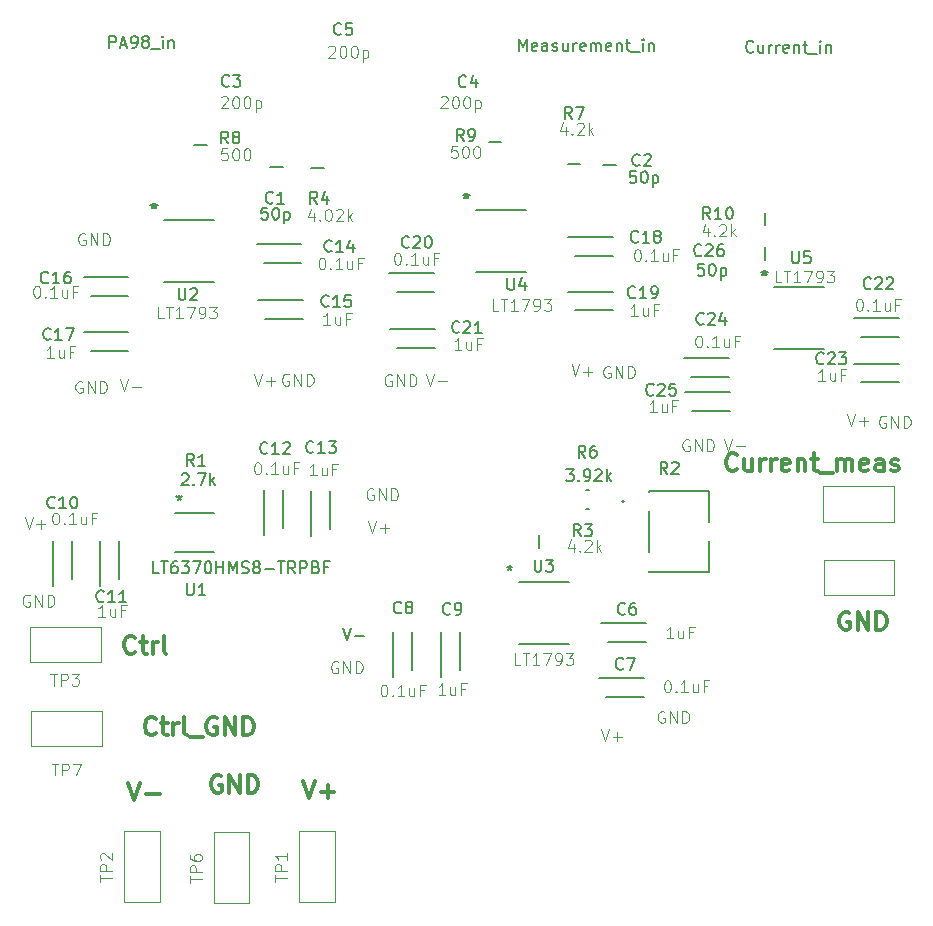
<source format=gbr>
%TF.GenerationSoftware,KiCad,Pcbnew,9.0.0*%
%TF.CreationDate,2025-05-16T17:37:23-07:00*%
%TF.ProjectId,current_measure_board,63757272-656e-4745-9f6d-656173757265,rev?*%
%TF.SameCoordinates,Original*%
%TF.FileFunction,Legend,Top*%
%TF.FilePolarity,Positive*%
%FSLAX46Y46*%
G04 Gerber Fmt 4.6, Leading zero omitted, Abs format (unit mm)*
G04 Created by KiCad (PCBNEW 9.0.0) date 2025-05-16 17:37:23*
%MOMM*%
%LPD*%
G01*
G04 APERTURE LIST*
%ADD10C,0.100000*%
%ADD11C,0.300000*%
%ADD12C,0.150000*%
%ADD13C,0.200000*%
%ADD14C,0.127000*%
%ADD15C,0.152400*%
G04 APERTURE END LIST*
D10*
X169511027Y-93672419D02*
X169844360Y-94672419D01*
X169844360Y-94672419D02*
X170177693Y-93672419D01*
X170511027Y-94291466D02*
X171272932Y-94291466D01*
X166577693Y-93770038D02*
X166482455Y-93722419D01*
X166482455Y-93722419D02*
X166339598Y-93722419D01*
X166339598Y-93722419D02*
X166196741Y-93770038D01*
X166196741Y-93770038D02*
X166101503Y-93865276D01*
X166101503Y-93865276D02*
X166053884Y-93960514D01*
X166053884Y-93960514D02*
X166006265Y-94150990D01*
X166006265Y-94150990D02*
X166006265Y-94293847D01*
X166006265Y-94293847D02*
X166053884Y-94484323D01*
X166053884Y-94484323D02*
X166101503Y-94579561D01*
X166101503Y-94579561D02*
X166196741Y-94674800D01*
X166196741Y-94674800D02*
X166339598Y-94722419D01*
X166339598Y-94722419D02*
X166434836Y-94722419D01*
X166434836Y-94722419D02*
X166577693Y-94674800D01*
X166577693Y-94674800D02*
X166625312Y-94627180D01*
X166625312Y-94627180D02*
X166625312Y-94293847D01*
X166625312Y-94293847D02*
X166434836Y-94293847D01*
X167053884Y-94722419D02*
X167053884Y-93722419D01*
X167053884Y-93722419D02*
X167625312Y-94722419D01*
X167625312Y-94722419D02*
X167625312Y-93722419D01*
X168101503Y-94722419D02*
X168101503Y-93722419D01*
X168101503Y-93722419D02*
X168339598Y-93722419D01*
X168339598Y-93722419D02*
X168482455Y-93770038D01*
X168482455Y-93770038D02*
X168577693Y-93865276D01*
X168577693Y-93865276D02*
X168625312Y-93960514D01*
X168625312Y-93960514D02*
X168672931Y-94150990D01*
X168672931Y-94150990D02*
X168672931Y-94293847D01*
X168672931Y-94293847D02*
X168625312Y-94484323D01*
X168625312Y-94484323D02*
X168577693Y-94579561D01*
X168577693Y-94579561D02*
X168482455Y-94674800D01*
X168482455Y-94674800D02*
X168339598Y-94722419D01*
X168339598Y-94722419D02*
X168101503Y-94722419D01*
X179961027Y-91572419D02*
X180294360Y-92572419D01*
X180294360Y-92572419D02*
X180627693Y-91572419D01*
X180961027Y-92191466D02*
X181722932Y-92191466D01*
X181341979Y-92572419D02*
X181341979Y-91810514D01*
X183227693Y-91770038D02*
X183132455Y-91722419D01*
X183132455Y-91722419D02*
X182989598Y-91722419D01*
X182989598Y-91722419D02*
X182846741Y-91770038D01*
X182846741Y-91770038D02*
X182751503Y-91865276D01*
X182751503Y-91865276D02*
X182703884Y-91960514D01*
X182703884Y-91960514D02*
X182656265Y-92150990D01*
X182656265Y-92150990D02*
X182656265Y-92293847D01*
X182656265Y-92293847D02*
X182703884Y-92484323D01*
X182703884Y-92484323D02*
X182751503Y-92579561D01*
X182751503Y-92579561D02*
X182846741Y-92674800D01*
X182846741Y-92674800D02*
X182989598Y-92722419D01*
X182989598Y-92722419D02*
X183084836Y-92722419D01*
X183084836Y-92722419D02*
X183227693Y-92674800D01*
X183227693Y-92674800D02*
X183275312Y-92627180D01*
X183275312Y-92627180D02*
X183275312Y-92293847D01*
X183275312Y-92293847D02*
X183084836Y-92293847D01*
X183703884Y-92722419D02*
X183703884Y-91722419D01*
X183703884Y-91722419D02*
X184275312Y-92722419D01*
X184275312Y-92722419D02*
X184275312Y-91722419D01*
X184751503Y-92722419D02*
X184751503Y-91722419D01*
X184751503Y-91722419D02*
X184989598Y-91722419D01*
X184989598Y-91722419D02*
X185132455Y-91770038D01*
X185132455Y-91770038D02*
X185227693Y-91865276D01*
X185227693Y-91865276D02*
X185275312Y-91960514D01*
X185275312Y-91960514D02*
X185322931Y-92150990D01*
X185322931Y-92150990D02*
X185322931Y-92293847D01*
X185322931Y-92293847D02*
X185275312Y-92484323D01*
X185275312Y-92484323D02*
X185227693Y-92579561D01*
X185227693Y-92579561D02*
X185132455Y-92674800D01*
X185132455Y-92674800D02*
X184989598Y-92722419D01*
X184989598Y-92722419D02*
X184751503Y-92722419D01*
D11*
X180140225Y-108422257D02*
X179997368Y-108350828D01*
X179997368Y-108350828D02*
X179783082Y-108350828D01*
X179783082Y-108350828D02*
X179568796Y-108422257D01*
X179568796Y-108422257D02*
X179425939Y-108565114D01*
X179425939Y-108565114D02*
X179354510Y-108707971D01*
X179354510Y-108707971D02*
X179283082Y-108993685D01*
X179283082Y-108993685D02*
X179283082Y-109207971D01*
X179283082Y-109207971D02*
X179354510Y-109493685D01*
X179354510Y-109493685D02*
X179425939Y-109636542D01*
X179425939Y-109636542D02*
X179568796Y-109779400D01*
X179568796Y-109779400D02*
X179783082Y-109850828D01*
X179783082Y-109850828D02*
X179925939Y-109850828D01*
X179925939Y-109850828D02*
X180140225Y-109779400D01*
X180140225Y-109779400D02*
X180211653Y-109707971D01*
X180211653Y-109707971D02*
X180211653Y-109207971D01*
X180211653Y-109207971D02*
X179925939Y-109207971D01*
X180854510Y-109850828D02*
X180854510Y-108350828D01*
X180854510Y-108350828D02*
X181711653Y-109850828D01*
X181711653Y-109850828D02*
X181711653Y-108350828D01*
X182425939Y-109850828D02*
X182425939Y-108350828D01*
X182425939Y-108350828D02*
X182783082Y-108350828D01*
X182783082Y-108350828D02*
X182997368Y-108422257D01*
X182997368Y-108422257D02*
X183140225Y-108565114D01*
X183140225Y-108565114D02*
X183211654Y-108707971D01*
X183211654Y-108707971D02*
X183283082Y-108993685D01*
X183283082Y-108993685D02*
X183283082Y-109207971D01*
X183283082Y-109207971D02*
X183211654Y-109493685D01*
X183211654Y-109493685D02*
X183140225Y-109636542D01*
X183140225Y-109636542D02*
X182997368Y-109779400D01*
X182997368Y-109779400D02*
X182783082Y-109850828D01*
X182783082Y-109850828D02*
X182425939Y-109850828D01*
X170611653Y-96257971D02*
X170540225Y-96329400D01*
X170540225Y-96329400D02*
X170325939Y-96400828D01*
X170325939Y-96400828D02*
X170183082Y-96400828D01*
X170183082Y-96400828D02*
X169968796Y-96329400D01*
X169968796Y-96329400D02*
X169825939Y-96186542D01*
X169825939Y-96186542D02*
X169754510Y-96043685D01*
X169754510Y-96043685D02*
X169683082Y-95757971D01*
X169683082Y-95757971D02*
X169683082Y-95543685D01*
X169683082Y-95543685D02*
X169754510Y-95257971D01*
X169754510Y-95257971D02*
X169825939Y-95115114D01*
X169825939Y-95115114D02*
X169968796Y-94972257D01*
X169968796Y-94972257D02*
X170183082Y-94900828D01*
X170183082Y-94900828D02*
X170325939Y-94900828D01*
X170325939Y-94900828D02*
X170540225Y-94972257D01*
X170540225Y-94972257D02*
X170611653Y-95043685D01*
X171897368Y-95400828D02*
X171897368Y-96400828D01*
X171254510Y-95400828D02*
X171254510Y-96186542D01*
X171254510Y-96186542D02*
X171325939Y-96329400D01*
X171325939Y-96329400D02*
X171468796Y-96400828D01*
X171468796Y-96400828D02*
X171683082Y-96400828D01*
X171683082Y-96400828D02*
X171825939Y-96329400D01*
X171825939Y-96329400D02*
X171897368Y-96257971D01*
X172611653Y-96400828D02*
X172611653Y-95400828D01*
X172611653Y-95686542D02*
X172683082Y-95543685D01*
X172683082Y-95543685D02*
X172754511Y-95472257D01*
X172754511Y-95472257D02*
X172897368Y-95400828D01*
X172897368Y-95400828D02*
X173040225Y-95400828D01*
X173540224Y-96400828D02*
X173540224Y-95400828D01*
X173540224Y-95686542D02*
X173611653Y-95543685D01*
X173611653Y-95543685D02*
X173683082Y-95472257D01*
X173683082Y-95472257D02*
X173825939Y-95400828D01*
X173825939Y-95400828D02*
X173968796Y-95400828D01*
X175040224Y-96329400D02*
X174897367Y-96400828D01*
X174897367Y-96400828D02*
X174611653Y-96400828D01*
X174611653Y-96400828D02*
X174468795Y-96329400D01*
X174468795Y-96329400D02*
X174397367Y-96186542D01*
X174397367Y-96186542D02*
X174397367Y-95615114D01*
X174397367Y-95615114D02*
X174468795Y-95472257D01*
X174468795Y-95472257D02*
X174611653Y-95400828D01*
X174611653Y-95400828D02*
X174897367Y-95400828D01*
X174897367Y-95400828D02*
X175040224Y-95472257D01*
X175040224Y-95472257D02*
X175111653Y-95615114D01*
X175111653Y-95615114D02*
X175111653Y-95757971D01*
X175111653Y-95757971D02*
X174397367Y-95900828D01*
X175754509Y-95400828D02*
X175754509Y-96400828D01*
X175754509Y-95543685D02*
X175825938Y-95472257D01*
X175825938Y-95472257D02*
X175968795Y-95400828D01*
X175968795Y-95400828D02*
X176183081Y-95400828D01*
X176183081Y-95400828D02*
X176325938Y-95472257D01*
X176325938Y-95472257D02*
X176397367Y-95615114D01*
X176397367Y-95615114D02*
X176397367Y-96400828D01*
X176897367Y-95400828D02*
X177468795Y-95400828D01*
X177111652Y-94900828D02*
X177111652Y-96186542D01*
X177111652Y-96186542D02*
X177183081Y-96329400D01*
X177183081Y-96329400D02*
X177325938Y-96400828D01*
X177325938Y-96400828D02*
X177468795Y-96400828D01*
X177611653Y-96543685D02*
X178754510Y-96543685D01*
X179111652Y-96400828D02*
X179111652Y-95400828D01*
X179111652Y-95543685D02*
X179183081Y-95472257D01*
X179183081Y-95472257D02*
X179325938Y-95400828D01*
X179325938Y-95400828D02*
X179540224Y-95400828D01*
X179540224Y-95400828D02*
X179683081Y-95472257D01*
X179683081Y-95472257D02*
X179754510Y-95615114D01*
X179754510Y-95615114D02*
X179754510Y-96400828D01*
X179754510Y-95615114D02*
X179825938Y-95472257D01*
X179825938Y-95472257D02*
X179968795Y-95400828D01*
X179968795Y-95400828D02*
X180183081Y-95400828D01*
X180183081Y-95400828D02*
X180325938Y-95472257D01*
X180325938Y-95472257D02*
X180397367Y-95615114D01*
X180397367Y-95615114D02*
X180397367Y-96400828D01*
X181683081Y-96329400D02*
X181540224Y-96400828D01*
X181540224Y-96400828D02*
X181254510Y-96400828D01*
X181254510Y-96400828D02*
X181111652Y-96329400D01*
X181111652Y-96329400D02*
X181040224Y-96186542D01*
X181040224Y-96186542D02*
X181040224Y-95615114D01*
X181040224Y-95615114D02*
X181111652Y-95472257D01*
X181111652Y-95472257D02*
X181254510Y-95400828D01*
X181254510Y-95400828D02*
X181540224Y-95400828D01*
X181540224Y-95400828D02*
X181683081Y-95472257D01*
X181683081Y-95472257D02*
X181754510Y-95615114D01*
X181754510Y-95615114D02*
X181754510Y-95757971D01*
X181754510Y-95757971D02*
X181040224Y-95900828D01*
X183040224Y-96400828D02*
X183040224Y-95615114D01*
X183040224Y-95615114D02*
X182968795Y-95472257D01*
X182968795Y-95472257D02*
X182825938Y-95400828D01*
X182825938Y-95400828D02*
X182540224Y-95400828D01*
X182540224Y-95400828D02*
X182397366Y-95472257D01*
X183040224Y-96329400D02*
X182897366Y-96400828D01*
X182897366Y-96400828D02*
X182540224Y-96400828D01*
X182540224Y-96400828D02*
X182397366Y-96329400D01*
X182397366Y-96329400D02*
X182325938Y-96186542D01*
X182325938Y-96186542D02*
X182325938Y-96043685D01*
X182325938Y-96043685D02*
X182397366Y-95900828D01*
X182397366Y-95900828D02*
X182540224Y-95829400D01*
X182540224Y-95829400D02*
X182897366Y-95829400D01*
X182897366Y-95829400D02*
X183040224Y-95757971D01*
X183683081Y-96329400D02*
X183825938Y-96400828D01*
X183825938Y-96400828D02*
X184111652Y-96400828D01*
X184111652Y-96400828D02*
X184254509Y-96329400D01*
X184254509Y-96329400D02*
X184325938Y-96186542D01*
X184325938Y-96186542D02*
X184325938Y-96115114D01*
X184325938Y-96115114D02*
X184254509Y-95972257D01*
X184254509Y-95972257D02*
X184111652Y-95900828D01*
X184111652Y-95900828D02*
X183897367Y-95900828D01*
X183897367Y-95900828D02*
X183754509Y-95829400D01*
X183754509Y-95829400D02*
X183683081Y-95686542D01*
X183683081Y-95686542D02*
X183683081Y-95615114D01*
X183683081Y-95615114D02*
X183754509Y-95472257D01*
X183754509Y-95472257D02*
X183897367Y-95400828D01*
X183897367Y-95400828D02*
X184111652Y-95400828D01*
X184111652Y-95400828D02*
X184254509Y-95472257D01*
D12*
X172008207Y-60874580D02*
X171960588Y-60922200D01*
X171960588Y-60922200D02*
X171817731Y-60969819D01*
X171817731Y-60969819D02*
X171722493Y-60969819D01*
X171722493Y-60969819D02*
X171579636Y-60922200D01*
X171579636Y-60922200D02*
X171484398Y-60826961D01*
X171484398Y-60826961D02*
X171436779Y-60731723D01*
X171436779Y-60731723D02*
X171389160Y-60541247D01*
X171389160Y-60541247D02*
X171389160Y-60398390D01*
X171389160Y-60398390D02*
X171436779Y-60207914D01*
X171436779Y-60207914D02*
X171484398Y-60112676D01*
X171484398Y-60112676D02*
X171579636Y-60017438D01*
X171579636Y-60017438D02*
X171722493Y-59969819D01*
X171722493Y-59969819D02*
X171817731Y-59969819D01*
X171817731Y-59969819D02*
X171960588Y-60017438D01*
X171960588Y-60017438D02*
X172008207Y-60065057D01*
X172865350Y-60303152D02*
X172865350Y-60969819D01*
X172436779Y-60303152D02*
X172436779Y-60826961D01*
X172436779Y-60826961D02*
X172484398Y-60922200D01*
X172484398Y-60922200D02*
X172579636Y-60969819D01*
X172579636Y-60969819D02*
X172722493Y-60969819D01*
X172722493Y-60969819D02*
X172817731Y-60922200D01*
X172817731Y-60922200D02*
X172865350Y-60874580D01*
X173341541Y-60969819D02*
X173341541Y-60303152D01*
X173341541Y-60493628D02*
X173389160Y-60398390D01*
X173389160Y-60398390D02*
X173436779Y-60350771D01*
X173436779Y-60350771D02*
X173532017Y-60303152D01*
X173532017Y-60303152D02*
X173627255Y-60303152D01*
X173960589Y-60969819D02*
X173960589Y-60303152D01*
X173960589Y-60493628D02*
X174008208Y-60398390D01*
X174008208Y-60398390D02*
X174055827Y-60350771D01*
X174055827Y-60350771D02*
X174151065Y-60303152D01*
X174151065Y-60303152D02*
X174246303Y-60303152D01*
X174960589Y-60922200D02*
X174865351Y-60969819D01*
X174865351Y-60969819D02*
X174674875Y-60969819D01*
X174674875Y-60969819D02*
X174579637Y-60922200D01*
X174579637Y-60922200D02*
X174532018Y-60826961D01*
X174532018Y-60826961D02*
X174532018Y-60446009D01*
X174532018Y-60446009D02*
X174579637Y-60350771D01*
X174579637Y-60350771D02*
X174674875Y-60303152D01*
X174674875Y-60303152D02*
X174865351Y-60303152D01*
X174865351Y-60303152D02*
X174960589Y-60350771D01*
X174960589Y-60350771D02*
X175008208Y-60446009D01*
X175008208Y-60446009D02*
X175008208Y-60541247D01*
X175008208Y-60541247D02*
X174532018Y-60636485D01*
X175436780Y-60303152D02*
X175436780Y-60969819D01*
X175436780Y-60398390D02*
X175484399Y-60350771D01*
X175484399Y-60350771D02*
X175579637Y-60303152D01*
X175579637Y-60303152D02*
X175722494Y-60303152D01*
X175722494Y-60303152D02*
X175817732Y-60350771D01*
X175817732Y-60350771D02*
X175865351Y-60446009D01*
X175865351Y-60446009D02*
X175865351Y-60969819D01*
X176198685Y-60303152D02*
X176579637Y-60303152D01*
X176341542Y-59969819D02*
X176341542Y-60826961D01*
X176341542Y-60826961D02*
X176389161Y-60922200D01*
X176389161Y-60922200D02*
X176484399Y-60969819D01*
X176484399Y-60969819D02*
X176579637Y-60969819D01*
X176674876Y-61065057D02*
X177436780Y-61065057D01*
X177674876Y-60969819D02*
X177674876Y-60303152D01*
X177674876Y-59969819D02*
X177627257Y-60017438D01*
X177627257Y-60017438D02*
X177674876Y-60065057D01*
X177674876Y-60065057D02*
X177722495Y-60017438D01*
X177722495Y-60017438D02*
X177674876Y-59969819D01*
X177674876Y-59969819D02*
X177674876Y-60065057D01*
X178151066Y-60303152D02*
X178151066Y-60969819D01*
X178151066Y-60398390D02*
X178198685Y-60350771D01*
X178198685Y-60350771D02*
X178293923Y-60303152D01*
X178293923Y-60303152D02*
X178436780Y-60303152D01*
X178436780Y-60303152D02*
X178532018Y-60350771D01*
X178532018Y-60350771D02*
X178579637Y-60446009D01*
X178579637Y-60446009D02*
X178579637Y-60969819D01*
D11*
X121411653Y-118607971D02*
X121340225Y-118679400D01*
X121340225Y-118679400D02*
X121125939Y-118750828D01*
X121125939Y-118750828D02*
X120983082Y-118750828D01*
X120983082Y-118750828D02*
X120768796Y-118679400D01*
X120768796Y-118679400D02*
X120625939Y-118536542D01*
X120625939Y-118536542D02*
X120554510Y-118393685D01*
X120554510Y-118393685D02*
X120483082Y-118107971D01*
X120483082Y-118107971D02*
X120483082Y-117893685D01*
X120483082Y-117893685D02*
X120554510Y-117607971D01*
X120554510Y-117607971D02*
X120625939Y-117465114D01*
X120625939Y-117465114D02*
X120768796Y-117322257D01*
X120768796Y-117322257D02*
X120983082Y-117250828D01*
X120983082Y-117250828D02*
X121125939Y-117250828D01*
X121125939Y-117250828D02*
X121340225Y-117322257D01*
X121340225Y-117322257D02*
X121411653Y-117393685D01*
X121840225Y-117750828D02*
X122411653Y-117750828D01*
X122054510Y-117250828D02*
X122054510Y-118536542D01*
X122054510Y-118536542D02*
X122125939Y-118679400D01*
X122125939Y-118679400D02*
X122268796Y-118750828D01*
X122268796Y-118750828D02*
X122411653Y-118750828D01*
X122911653Y-118750828D02*
X122911653Y-117750828D01*
X122911653Y-118036542D02*
X122983082Y-117893685D01*
X122983082Y-117893685D02*
X123054511Y-117822257D01*
X123054511Y-117822257D02*
X123197368Y-117750828D01*
X123197368Y-117750828D02*
X123340225Y-117750828D01*
X124054510Y-118750828D02*
X123911653Y-118679400D01*
X123911653Y-118679400D02*
X123840224Y-118536542D01*
X123840224Y-118536542D02*
X123840224Y-117250828D01*
X124268796Y-118893685D02*
X125411653Y-118893685D01*
X126554510Y-117322257D02*
X126411653Y-117250828D01*
X126411653Y-117250828D02*
X126197367Y-117250828D01*
X126197367Y-117250828D02*
X125983081Y-117322257D01*
X125983081Y-117322257D02*
X125840224Y-117465114D01*
X125840224Y-117465114D02*
X125768795Y-117607971D01*
X125768795Y-117607971D02*
X125697367Y-117893685D01*
X125697367Y-117893685D02*
X125697367Y-118107971D01*
X125697367Y-118107971D02*
X125768795Y-118393685D01*
X125768795Y-118393685D02*
X125840224Y-118536542D01*
X125840224Y-118536542D02*
X125983081Y-118679400D01*
X125983081Y-118679400D02*
X126197367Y-118750828D01*
X126197367Y-118750828D02*
X126340224Y-118750828D01*
X126340224Y-118750828D02*
X126554510Y-118679400D01*
X126554510Y-118679400D02*
X126625938Y-118607971D01*
X126625938Y-118607971D02*
X126625938Y-118107971D01*
X126625938Y-118107971D02*
X126340224Y-118107971D01*
X127268795Y-118750828D02*
X127268795Y-117250828D01*
X127268795Y-117250828D02*
X128125938Y-118750828D01*
X128125938Y-118750828D02*
X128125938Y-117250828D01*
X128840224Y-118750828D02*
X128840224Y-117250828D01*
X128840224Y-117250828D02*
X129197367Y-117250828D01*
X129197367Y-117250828D02*
X129411653Y-117322257D01*
X129411653Y-117322257D02*
X129554510Y-117465114D01*
X129554510Y-117465114D02*
X129625939Y-117607971D01*
X129625939Y-117607971D02*
X129697367Y-117893685D01*
X129697367Y-117893685D02*
X129697367Y-118107971D01*
X129697367Y-118107971D02*
X129625939Y-118393685D01*
X129625939Y-118393685D02*
X129554510Y-118536542D01*
X129554510Y-118536542D02*
X129411653Y-118679400D01*
X129411653Y-118679400D02*
X129197367Y-118750828D01*
X129197367Y-118750828D02*
X128840224Y-118750828D01*
D10*
X139827693Y-97920038D02*
X139732455Y-97872419D01*
X139732455Y-97872419D02*
X139589598Y-97872419D01*
X139589598Y-97872419D02*
X139446741Y-97920038D01*
X139446741Y-97920038D02*
X139351503Y-98015276D01*
X139351503Y-98015276D02*
X139303884Y-98110514D01*
X139303884Y-98110514D02*
X139256265Y-98300990D01*
X139256265Y-98300990D02*
X139256265Y-98443847D01*
X139256265Y-98443847D02*
X139303884Y-98634323D01*
X139303884Y-98634323D02*
X139351503Y-98729561D01*
X139351503Y-98729561D02*
X139446741Y-98824800D01*
X139446741Y-98824800D02*
X139589598Y-98872419D01*
X139589598Y-98872419D02*
X139684836Y-98872419D01*
X139684836Y-98872419D02*
X139827693Y-98824800D01*
X139827693Y-98824800D02*
X139875312Y-98777180D01*
X139875312Y-98777180D02*
X139875312Y-98443847D01*
X139875312Y-98443847D02*
X139684836Y-98443847D01*
X140303884Y-98872419D02*
X140303884Y-97872419D01*
X140303884Y-97872419D02*
X140875312Y-98872419D01*
X140875312Y-98872419D02*
X140875312Y-97872419D01*
X141351503Y-98872419D02*
X141351503Y-97872419D01*
X141351503Y-97872419D02*
X141589598Y-97872419D01*
X141589598Y-97872419D02*
X141732455Y-97920038D01*
X141732455Y-97920038D02*
X141827693Y-98015276D01*
X141827693Y-98015276D02*
X141875312Y-98110514D01*
X141875312Y-98110514D02*
X141922931Y-98300990D01*
X141922931Y-98300990D02*
X141922931Y-98443847D01*
X141922931Y-98443847D02*
X141875312Y-98634323D01*
X141875312Y-98634323D02*
X141827693Y-98729561D01*
X141827693Y-98729561D02*
X141732455Y-98824800D01*
X141732455Y-98824800D02*
X141589598Y-98872419D01*
X141589598Y-98872419D02*
X141351503Y-98872419D01*
X110727693Y-106920038D02*
X110632455Y-106872419D01*
X110632455Y-106872419D02*
X110489598Y-106872419D01*
X110489598Y-106872419D02*
X110346741Y-106920038D01*
X110346741Y-106920038D02*
X110251503Y-107015276D01*
X110251503Y-107015276D02*
X110203884Y-107110514D01*
X110203884Y-107110514D02*
X110156265Y-107300990D01*
X110156265Y-107300990D02*
X110156265Y-107443847D01*
X110156265Y-107443847D02*
X110203884Y-107634323D01*
X110203884Y-107634323D02*
X110251503Y-107729561D01*
X110251503Y-107729561D02*
X110346741Y-107824800D01*
X110346741Y-107824800D02*
X110489598Y-107872419D01*
X110489598Y-107872419D02*
X110584836Y-107872419D01*
X110584836Y-107872419D02*
X110727693Y-107824800D01*
X110727693Y-107824800D02*
X110775312Y-107777180D01*
X110775312Y-107777180D02*
X110775312Y-107443847D01*
X110775312Y-107443847D02*
X110584836Y-107443847D01*
X111203884Y-107872419D02*
X111203884Y-106872419D01*
X111203884Y-106872419D02*
X111775312Y-107872419D01*
X111775312Y-107872419D02*
X111775312Y-106872419D01*
X112251503Y-107872419D02*
X112251503Y-106872419D01*
X112251503Y-106872419D02*
X112489598Y-106872419D01*
X112489598Y-106872419D02*
X112632455Y-106920038D01*
X112632455Y-106920038D02*
X112727693Y-107015276D01*
X112727693Y-107015276D02*
X112775312Y-107110514D01*
X112775312Y-107110514D02*
X112822931Y-107300990D01*
X112822931Y-107300990D02*
X112822931Y-107443847D01*
X112822931Y-107443847D02*
X112775312Y-107634323D01*
X112775312Y-107634323D02*
X112727693Y-107729561D01*
X112727693Y-107729561D02*
X112632455Y-107824800D01*
X112632455Y-107824800D02*
X112489598Y-107872419D01*
X112489598Y-107872419D02*
X112251503Y-107872419D01*
D12*
X137293922Y-109719819D02*
X137627255Y-110719819D01*
X137627255Y-110719819D02*
X137960588Y-109719819D01*
X138293922Y-110338866D02*
X139055827Y-110338866D01*
D10*
X110311027Y-100272419D02*
X110644360Y-101272419D01*
X110644360Y-101272419D02*
X110977693Y-100272419D01*
X111311027Y-100891466D02*
X112072932Y-100891466D01*
X111691979Y-101272419D02*
X111691979Y-100510514D01*
X115177693Y-88820038D02*
X115082455Y-88772419D01*
X115082455Y-88772419D02*
X114939598Y-88772419D01*
X114939598Y-88772419D02*
X114796741Y-88820038D01*
X114796741Y-88820038D02*
X114701503Y-88915276D01*
X114701503Y-88915276D02*
X114653884Y-89010514D01*
X114653884Y-89010514D02*
X114606265Y-89200990D01*
X114606265Y-89200990D02*
X114606265Y-89343847D01*
X114606265Y-89343847D02*
X114653884Y-89534323D01*
X114653884Y-89534323D02*
X114701503Y-89629561D01*
X114701503Y-89629561D02*
X114796741Y-89724800D01*
X114796741Y-89724800D02*
X114939598Y-89772419D01*
X114939598Y-89772419D02*
X115034836Y-89772419D01*
X115034836Y-89772419D02*
X115177693Y-89724800D01*
X115177693Y-89724800D02*
X115225312Y-89677180D01*
X115225312Y-89677180D02*
X115225312Y-89343847D01*
X115225312Y-89343847D02*
X115034836Y-89343847D01*
X115653884Y-89772419D02*
X115653884Y-88772419D01*
X115653884Y-88772419D02*
X116225312Y-89772419D01*
X116225312Y-89772419D02*
X116225312Y-88772419D01*
X116701503Y-89772419D02*
X116701503Y-88772419D01*
X116701503Y-88772419D02*
X116939598Y-88772419D01*
X116939598Y-88772419D02*
X117082455Y-88820038D01*
X117082455Y-88820038D02*
X117177693Y-88915276D01*
X117177693Y-88915276D02*
X117225312Y-89010514D01*
X117225312Y-89010514D02*
X117272931Y-89200990D01*
X117272931Y-89200990D02*
X117272931Y-89343847D01*
X117272931Y-89343847D02*
X117225312Y-89534323D01*
X117225312Y-89534323D02*
X117177693Y-89629561D01*
X117177693Y-89629561D02*
X117082455Y-89724800D01*
X117082455Y-89724800D02*
X116939598Y-89772419D01*
X116939598Y-89772419D02*
X116701503Y-89772419D01*
D11*
X126940225Y-122222257D02*
X126797368Y-122150828D01*
X126797368Y-122150828D02*
X126583082Y-122150828D01*
X126583082Y-122150828D02*
X126368796Y-122222257D01*
X126368796Y-122222257D02*
X126225939Y-122365114D01*
X126225939Y-122365114D02*
X126154510Y-122507971D01*
X126154510Y-122507971D02*
X126083082Y-122793685D01*
X126083082Y-122793685D02*
X126083082Y-123007971D01*
X126083082Y-123007971D02*
X126154510Y-123293685D01*
X126154510Y-123293685D02*
X126225939Y-123436542D01*
X126225939Y-123436542D02*
X126368796Y-123579400D01*
X126368796Y-123579400D02*
X126583082Y-123650828D01*
X126583082Y-123650828D02*
X126725939Y-123650828D01*
X126725939Y-123650828D02*
X126940225Y-123579400D01*
X126940225Y-123579400D02*
X127011653Y-123507971D01*
X127011653Y-123507971D02*
X127011653Y-123007971D01*
X127011653Y-123007971D02*
X126725939Y-123007971D01*
X127654510Y-123650828D02*
X127654510Y-122150828D01*
X127654510Y-122150828D02*
X128511653Y-123650828D01*
X128511653Y-123650828D02*
X128511653Y-122150828D01*
X129225939Y-123650828D02*
X129225939Y-122150828D01*
X129225939Y-122150828D02*
X129583082Y-122150828D01*
X129583082Y-122150828D02*
X129797368Y-122222257D01*
X129797368Y-122222257D02*
X129940225Y-122365114D01*
X129940225Y-122365114D02*
X130011654Y-122507971D01*
X130011654Y-122507971D02*
X130083082Y-122793685D01*
X130083082Y-122793685D02*
X130083082Y-123007971D01*
X130083082Y-123007971D02*
X130011654Y-123293685D01*
X130011654Y-123293685D02*
X129940225Y-123436542D01*
X129940225Y-123436542D02*
X129797368Y-123579400D01*
X129797368Y-123579400D02*
X129583082Y-123650828D01*
X129583082Y-123650828D02*
X129225939Y-123650828D01*
D10*
X132677693Y-88220038D02*
X132582455Y-88172419D01*
X132582455Y-88172419D02*
X132439598Y-88172419D01*
X132439598Y-88172419D02*
X132296741Y-88220038D01*
X132296741Y-88220038D02*
X132201503Y-88315276D01*
X132201503Y-88315276D02*
X132153884Y-88410514D01*
X132153884Y-88410514D02*
X132106265Y-88600990D01*
X132106265Y-88600990D02*
X132106265Y-88743847D01*
X132106265Y-88743847D02*
X132153884Y-88934323D01*
X132153884Y-88934323D02*
X132201503Y-89029561D01*
X132201503Y-89029561D02*
X132296741Y-89124800D01*
X132296741Y-89124800D02*
X132439598Y-89172419D01*
X132439598Y-89172419D02*
X132534836Y-89172419D01*
X132534836Y-89172419D02*
X132677693Y-89124800D01*
X132677693Y-89124800D02*
X132725312Y-89077180D01*
X132725312Y-89077180D02*
X132725312Y-88743847D01*
X132725312Y-88743847D02*
X132534836Y-88743847D01*
X133153884Y-89172419D02*
X133153884Y-88172419D01*
X133153884Y-88172419D02*
X133725312Y-89172419D01*
X133725312Y-89172419D02*
X133725312Y-88172419D01*
X134201503Y-89172419D02*
X134201503Y-88172419D01*
X134201503Y-88172419D02*
X134439598Y-88172419D01*
X134439598Y-88172419D02*
X134582455Y-88220038D01*
X134582455Y-88220038D02*
X134677693Y-88315276D01*
X134677693Y-88315276D02*
X134725312Y-88410514D01*
X134725312Y-88410514D02*
X134772931Y-88600990D01*
X134772931Y-88600990D02*
X134772931Y-88743847D01*
X134772931Y-88743847D02*
X134725312Y-88934323D01*
X134725312Y-88934323D02*
X134677693Y-89029561D01*
X134677693Y-89029561D02*
X134582455Y-89124800D01*
X134582455Y-89124800D02*
X134439598Y-89172419D01*
X134439598Y-89172419D02*
X134201503Y-89172419D01*
D11*
X133890225Y-122607078D02*
X134390225Y-124107078D01*
X134390225Y-124107078D02*
X134890225Y-122607078D01*
X135390224Y-123535650D02*
X136533082Y-123535650D01*
X135961653Y-124107078D02*
X135961653Y-122964221D01*
D10*
X129761027Y-88172419D02*
X130094360Y-89172419D01*
X130094360Y-89172419D02*
X130427693Y-88172419D01*
X130761027Y-88791466D02*
X131522932Y-88791466D01*
X131141979Y-89172419D02*
X131141979Y-88410514D01*
X159111027Y-118272419D02*
X159444360Y-119272419D01*
X159444360Y-119272419D02*
X159777693Y-118272419D01*
X160111027Y-118891466D02*
X160872932Y-118891466D01*
X160491979Y-119272419D02*
X160491979Y-118510514D01*
D12*
X152136779Y-60819819D02*
X152136779Y-59819819D01*
X152136779Y-59819819D02*
X152470112Y-60534104D01*
X152470112Y-60534104D02*
X152803445Y-59819819D01*
X152803445Y-59819819D02*
X152803445Y-60819819D01*
X153660588Y-60772200D02*
X153565350Y-60819819D01*
X153565350Y-60819819D02*
X153374874Y-60819819D01*
X153374874Y-60819819D02*
X153279636Y-60772200D01*
X153279636Y-60772200D02*
X153232017Y-60676961D01*
X153232017Y-60676961D02*
X153232017Y-60296009D01*
X153232017Y-60296009D02*
X153279636Y-60200771D01*
X153279636Y-60200771D02*
X153374874Y-60153152D01*
X153374874Y-60153152D02*
X153565350Y-60153152D01*
X153565350Y-60153152D02*
X153660588Y-60200771D01*
X153660588Y-60200771D02*
X153708207Y-60296009D01*
X153708207Y-60296009D02*
X153708207Y-60391247D01*
X153708207Y-60391247D02*
X153232017Y-60486485D01*
X154565350Y-60819819D02*
X154565350Y-60296009D01*
X154565350Y-60296009D02*
X154517731Y-60200771D01*
X154517731Y-60200771D02*
X154422493Y-60153152D01*
X154422493Y-60153152D02*
X154232017Y-60153152D01*
X154232017Y-60153152D02*
X154136779Y-60200771D01*
X154565350Y-60772200D02*
X154470112Y-60819819D01*
X154470112Y-60819819D02*
X154232017Y-60819819D01*
X154232017Y-60819819D02*
X154136779Y-60772200D01*
X154136779Y-60772200D02*
X154089160Y-60676961D01*
X154089160Y-60676961D02*
X154089160Y-60581723D01*
X154089160Y-60581723D02*
X154136779Y-60486485D01*
X154136779Y-60486485D02*
X154232017Y-60438866D01*
X154232017Y-60438866D02*
X154470112Y-60438866D01*
X154470112Y-60438866D02*
X154565350Y-60391247D01*
X154993922Y-60772200D02*
X155089160Y-60819819D01*
X155089160Y-60819819D02*
X155279636Y-60819819D01*
X155279636Y-60819819D02*
X155374874Y-60772200D01*
X155374874Y-60772200D02*
X155422493Y-60676961D01*
X155422493Y-60676961D02*
X155422493Y-60629342D01*
X155422493Y-60629342D02*
X155374874Y-60534104D01*
X155374874Y-60534104D02*
X155279636Y-60486485D01*
X155279636Y-60486485D02*
X155136779Y-60486485D01*
X155136779Y-60486485D02*
X155041541Y-60438866D01*
X155041541Y-60438866D02*
X154993922Y-60343628D01*
X154993922Y-60343628D02*
X154993922Y-60296009D01*
X154993922Y-60296009D02*
X155041541Y-60200771D01*
X155041541Y-60200771D02*
X155136779Y-60153152D01*
X155136779Y-60153152D02*
X155279636Y-60153152D01*
X155279636Y-60153152D02*
X155374874Y-60200771D01*
X156279636Y-60153152D02*
X156279636Y-60819819D01*
X155851065Y-60153152D02*
X155851065Y-60676961D01*
X155851065Y-60676961D02*
X155898684Y-60772200D01*
X155898684Y-60772200D02*
X155993922Y-60819819D01*
X155993922Y-60819819D02*
X156136779Y-60819819D01*
X156136779Y-60819819D02*
X156232017Y-60772200D01*
X156232017Y-60772200D02*
X156279636Y-60724580D01*
X156755827Y-60819819D02*
X156755827Y-60153152D01*
X156755827Y-60343628D02*
X156803446Y-60248390D01*
X156803446Y-60248390D02*
X156851065Y-60200771D01*
X156851065Y-60200771D02*
X156946303Y-60153152D01*
X156946303Y-60153152D02*
X157041541Y-60153152D01*
X157755827Y-60772200D02*
X157660589Y-60819819D01*
X157660589Y-60819819D02*
X157470113Y-60819819D01*
X157470113Y-60819819D02*
X157374875Y-60772200D01*
X157374875Y-60772200D02*
X157327256Y-60676961D01*
X157327256Y-60676961D02*
X157327256Y-60296009D01*
X157327256Y-60296009D02*
X157374875Y-60200771D01*
X157374875Y-60200771D02*
X157470113Y-60153152D01*
X157470113Y-60153152D02*
X157660589Y-60153152D01*
X157660589Y-60153152D02*
X157755827Y-60200771D01*
X157755827Y-60200771D02*
X157803446Y-60296009D01*
X157803446Y-60296009D02*
X157803446Y-60391247D01*
X157803446Y-60391247D02*
X157327256Y-60486485D01*
X158232018Y-60819819D02*
X158232018Y-60153152D01*
X158232018Y-60248390D02*
X158279637Y-60200771D01*
X158279637Y-60200771D02*
X158374875Y-60153152D01*
X158374875Y-60153152D02*
X158517732Y-60153152D01*
X158517732Y-60153152D02*
X158612970Y-60200771D01*
X158612970Y-60200771D02*
X158660589Y-60296009D01*
X158660589Y-60296009D02*
X158660589Y-60819819D01*
X158660589Y-60296009D02*
X158708208Y-60200771D01*
X158708208Y-60200771D02*
X158803446Y-60153152D01*
X158803446Y-60153152D02*
X158946303Y-60153152D01*
X158946303Y-60153152D02*
X159041542Y-60200771D01*
X159041542Y-60200771D02*
X159089161Y-60296009D01*
X159089161Y-60296009D02*
X159089161Y-60819819D01*
X159946303Y-60772200D02*
X159851065Y-60819819D01*
X159851065Y-60819819D02*
X159660589Y-60819819D01*
X159660589Y-60819819D02*
X159565351Y-60772200D01*
X159565351Y-60772200D02*
X159517732Y-60676961D01*
X159517732Y-60676961D02*
X159517732Y-60296009D01*
X159517732Y-60296009D02*
X159565351Y-60200771D01*
X159565351Y-60200771D02*
X159660589Y-60153152D01*
X159660589Y-60153152D02*
X159851065Y-60153152D01*
X159851065Y-60153152D02*
X159946303Y-60200771D01*
X159946303Y-60200771D02*
X159993922Y-60296009D01*
X159993922Y-60296009D02*
X159993922Y-60391247D01*
X159993922Y-60391247D02*
X159517732Y-60486485D01*
X160422494Y-60153152D02*
X160422494Y-60819819D01*
X160422494Y-60248390D02*
X160470113Y-60200771D01*
X160470113Y-60200771D02*
X160565351Y-60153152D01*
X160565351Y-60153152D02*
X160708208Y-60153152D01*
X160708208Y-60153152D02*
X160803446Y-60200771D01*
X160803446Y-60200771D02*
X160851065Y-60296009D01*
X160851065Y-60296009D02*
X160851065Y-60819819D01*
X161184399Y-60153152D02*
X161565351Y-60153152D01*
X161327256Y-59819819D02*
X161327256Y-60676961D01*
X161327256Y-60676961D02*
X161374875Y-60772200D01*
X161374875Y-60772200D02*
X161470113Y-60819819D01*
X161470113Y-60819819D02*
X161565351Y-60819819D01*
X161660590Y-60915057D02*
X162422494Y-60915057D01*
X162660590Y-60819819D02*
X162660590Y-60153152D01*
X162660590Y-59819819D02*
X162612971Y-59867438D01*
X162612971Y-59867438D02*
X162660590Y-59915057D01*
X162660590Y-59915057D02*
X162708209Y-59867438D01*
X162708209Y-59867438D02*
X162660590Y-59819819D01*
X162660590Y-59819819D02*
X162660590Y-59915057D01*
X163136780Y-60153152D02*
X163136780Y-60819819D01*
X163136780Y-60248390D02*
X163184399Y-60200771D01*
X163184399Y-60200771D02*
X163279637Y-60153152D01*
X163279637Y-60153152D02*
X163422494Y-60153152D01*
X163422494Y-60153152D02*
X163517732Y-60200771D01*
X163517732Y-60200771D02*
X163565351Y-60296009D01*
X163565351Y-60296009D02*
X163565351Y-60819819D01*
D10*
X141377693Y-88270038D02*
X141282455Y-88222419D01*
X141282455Y-88222419D02*
X141139598Y-88222419D01*
X141139598Y-88222419D02*
X140996741Y-88270038D01*
X140996741Y-88270038D02*
X140901503Y-88365276D01*
X140901503Y-88365276D02*
X140853884Y-88460514D01*
X140853884Y-88460514D02*
X140806265Y-88650990D01*
X140806265Y-88650990D02*
X140806265Y-88793847D01*
X140806265Y-88793847D02*
X140853884Y-88984323D01*
X140853884Y-88984323D02*
X140901503Y-89079561D01*
X140901503Y-89079561D02*
X140996741Y-89174800D01*
X140996741Y-89174800D02*
X141139598Y-89222419D01*
X141139598Y-89222419D02*
X141234836Y-89222419D01*
X141234836Y-89222419D02*
X141377693Y-89174800D01*
X141377693Y-89174800D02*
X141425312Y-89127180D01*
X141425312Y-89127180D02*
X141425312Y-88793847D01*
X141425312Y-88793847D02*
X141234836Y-88793847D01*
X141853884Y-89222419D02*
X141853884Y-88222419D01*
X141853884Y-88222419D02*
X142425312Y-89222419D01*
X142425312Y-89222419D02*
X142425312Y-88222419D01*
X142901503Y-89222419D02*
X142901503Y-88222419D01*
X142901503Y-88222419D02*
X143139598Y-88222419D01*
X143139598Y-88222419D02*
X143282455Y-88270038D01*
X143282455Y-88270038D02*
X143377693Y-88365276D01*
X143377693Y-88365276D02*
X143425312Y-88460514D01*
X143425312Y-88460514D02*
X143472931Y-88650990D01*
X143472931Y-88650990D02*
X143472931Y-88793847D01*
X143472931Y-88793847D02*
X143425312Y-88984323D01*
X143425312Y-88984323D02*
X143377693Y-89079561D01*
X143377693Y-89079561D02*
X143282455Y-89174800D01*
X143282455Y-89174800D02*
X143139598Y-89222419D01*
X143139598Y-89222419D02*
X142901503Y-89222419D01*
D11*
X119090225Y-122785912D02*
X119590225Y-124285912D01*
X119590225Y-124285912D02*
X120090225Y-122785912D01*
X120590224Y-123714484D02*
X121733082Y-123714484D01*
D10*
X144311027Y-88172419D02*
X144644360Y-89172419D01*
X144644360Y-89172419D02*
X144977693Y-88172419D01*
X145311027Y-88791466D02*
X146072932Y-88791466D01*
X118411027Y-88622419D02*
X118744360Y-89622419D01*
X118744360Y-89622419D02*
X119077693Y-88622419D01*
X119411027Y-89241466D02*
X120172932Y-89241466D01*
X156611027Y-87372419D02*
X156944360Y-88372419D01*
X156944360Y-88372419D02*
X157277693Y-87372419D01*
X157611027Y-87991466D02*
X158372932Y-87991466D01*
X157991979Y-88372419D02*
X157991979Y-87610514D01*
X164477693Y-116770038D02*
X164382455Y-116722419D01*
X164382455Y-116722419D02*
X164239598Y-116722419D01*
X164239598Y-116722419D02*
X164096741Y-116770038D01*
X164096741Y-116770038D02*
X164001503Y-116865276D01*
X164001503Y-116865276D02*
X163953884Y-116960514D01*
X163953884Y-116960514D02*
X163906265Y-117150990D01*
X163906265Y-117150990D02*
X163906265Y-117293847D01*
X163906265Y-117293847D02*
X163953884Y-117484323D01*
X163953884Y-117484323D02*
X164001503Y-117579561D01*
X164001503Y-117579561D02*
X164096741Y-117674800D01*
X164096741Y-117674800D02*
X164239598Y-117722419D01*
X164239598Y-117722419D02*
X164334836Y-117722419D01*
X164334836Y-117722419D02*
X164477693Y-117674800D01*
X164477693Y-117674800D02*
X164525312Y-117627180D01*
X164525312Y-117627180D02*
X164525312Y-117293847D01*
X164525312Y-117293847D02*
X164334836Y-117293847D01*
X164953884Y-117722419D02*
X164953884Y-116722419D01*
X164953884Y-116722419D02*
X165525312Y-117722419D01*
X165525312Y-117722419D02*
X165525312Y-116722419D01*
X166001503Y-117722419D02*
X166001503Y-116722419D01*
X166001503Y-116722419D02*
X166239598Y-116722419D01*
X166239598Y-116722419D02*
X166382455Y-116770038D01*
X166382455Y-116770038D02*
X166477693Y-116865276D01*
X166477693Y-116865276D02*
X166525312Y-116960514D01*
X166525312Y-116960514D02*
X166572931Y-117150990D01*
X166572931Y-117150990D02*
X166572931Y-117293847D01*
X166572931Y-117293847D02*
X166525312Y-117484323D01*
X166525312Y-117484323D02*
X166477693Y-117579561D01*
X166477693Y-117579561D02*
X166382455Y-117674800D01*
X166382455Y-117674800D02*
X166239598Y-117722419D01*
X166239598Y-117722419D02*
X166001503Y-117722419D01*
X115427693Y-76320038D02*
X115332455Y-76272419D01*
X115332455Y-76272419D02*
X115189598Y-76272419D01*
X115189598Y-76272419D02*
X115046741Y-76320038D01*
X115046741Y-76320038D02*
X114951503Y-76415276D01*
X114951503Y-76415276D02*
X114903884Y-76510514D01*
X114903884Y-76510514D02*
X114856265Y-76700990D01*
X114856265Y-76700990D02*
X114856265Y-76843847D01*
X114856265Y-76843847D02*
X114903884Y-77034323D01*
X114903884Y-77034323D02*
X114951503Y-77129561D01*
X114951503Y-77129561D02*
X115046741Y-77224800D01*
X115046741Y-77224800D02*
X115189598Y-77272419D01*
X115189598Y-77272419D02*
X115284836Y-77272419D01*
X115284836Y-77272419D02*
X115427693Y-77224800D01*
X115427693Y-77224800D02*
X115475312Y-77177180D01*
X115475312Y-77177180D02*
X115475312Y-76843847D01*
X115475312Y-76843847D02*
X115284836Y-76843847D01*
X115903884Y-77272419D02*
X115903884Y-76272419D01*
X115903884Y-76272419D02*
X116475312Y-77272419D01*
X116475312Y-77272419D02*
X116475312Y-76272419D01*
X116951503Y-77272419D02*
X116951503Y-76272419D01*
X116951503Y-76272419D02*
X117189598Y-76272419D01*
X117189598Y-76272419D02*
X117332455Y-76320038D01*
X117332455Y-76320038D02*
X117427693Y-76415276D01*
X117427693Y-76415276D02*
X117475312Y-76510514D01*
X117475312Y-76510514D02*
X117522931Y-76700990D01*
X117522931Y-76700990D02*
X117522931Y-76843847D01*
X117522931Y-76843847D02*
X117475312Y-77034323D01*
X117475312Y-77034323D02*
X117427693Y-77129561D01*
X117427693Y-77129561D02*
X117332455Y-77224800D01*
X117332455Y-77224800D02*
X117189598Y-77272419D01*
X117189598Y-77272419D02*
X116951503Y-77272419D01*
X139411027Y-100622419D02*
X139744360Y-101622419D01*
X139744360Y-101622419D02*
X140077693Y-100622419D01*
X140411027Y-101241466D02*
X141172932Y-101241466D01*
X140791979Y-101622419D02*
X140791979Y-100860514D01*
X159877693Y-87570038D02*
X159782455Y-87522419D01*
X159782455Y-87522419D02*
X159639598Y-87522419D01*
X159639598Y-87522419D02*
X159496741Y-87570038D01*
X159496741Y-87570038D02*
X159401503Y-87665276D01*
X159401503Y-87665276D02*
X159353884Y-87760514D01*
X159353884Y-87760514D02*
X159306265Y-87950990D01*
X159306265Y-87950990D02*
X159306265Y-88093847D01*
X159306265Y-88093847D02*
X159353884Y-88284323D01*
X159353884Y-88284323D02*
X159401503Y-88379561D01*
X159401503Y-88379561D02*
X159496741Y-88474800D01*
X159496741Y-88474800D02*
X159639598Y-88522419D01*
X159639598Y-88522419D02*
X159734836Y-88522419D01*
X159734836Y-88522419D02*
X159877693Y-88474800D01*
X159877693Y-88474800D02*
X159925312Y-88427180D01*
X159925312Y-88427180D02*
X159925312Y-88093847D01*
X159925312Y-88093847D02*
X159734836Y-88093847D01*
X160353884Y-88522419D02*
X160353884Y-87522419D01*
X160353884Y-87522419D02*
X160925312Y-88522419D01*
X160925312Y-88522419D02*
X160925312Y-87522419D01*
X161401503Y-88522419D02*
X161401503Y-87522419D01*
X161401503Y-87522419D02*
X161639598Y-87522419D01*
X161639598Y-87522419D02*
X161782455Y-87570038D01*
X161782455Y-87570038D02*
X161877693Y-87665276D01*
X161877693Y-87665276D02*
X161925312Y-87760514D01*
X161925312Y-87760514D02*
X161972931Y-87950990D01*
X161972931Y-87950990D02*
X161972931Y-88093847D01*
X161972931Y-88093847D02*
X161925312Y-88284323D01*
X161925312Y-88284323D02*
X161877693Y-88379561D01*
X161877693Y-88379561D02*
X161782455Y-88474800D01*
X161782455Y-88474800D02*
X161639598Y-88522419D01*
X161639598Y-88522419D02*
X161401503Y-88522419D01*
D11*
X119661653Y-111707971D02*
X119590225Y-111779400D01*
X119590225Y-111779400D02*
X119375939Y-111850828D01*
X119375939Y-111850828D02*
X119233082Y-111850828D01*
X119233082Y-111850828D02*
X119018796Y-111779400D01*
X119018796Y-111779400D02*
X118875939Y-111636542D01*
X118875939Y-111636542D02*
X118804510Y-111493685D01*
X118804510Y-111493685D02*
X118733082Y-111207971D01*
X118733082Y-111207971D02*
X118733082Y-110993685D01*
X118733082Y-110993685D02*
X118804510Y-110707971D01*
X118804510Y-110707971D02*
X118875939Y-110565114D01*
X118875939Y-110565114D02*
X119018796Y-110422257D01*
X119018796Y-110422257D02*
X119233082Y-110350828D01*
X119233082Y-110350828D02*
X119375939Y-110350828D01*
X119375939Y-110350828D02*
X119590225Y-110422257D01*
X119590225Y-110422257D02*
X119661653Y-110493685D01*
X120090225Y-110850828D02*
X120661653Y-110850828D01*
X120304510Y-110350828D02*
X120304510Y-111636542D01*
X120304510Y-111636542D02*
X120375939Y-111779400D01*
X120375939Y-111779400D02*
X120518796Y-111850828D01*
X120518796Y-111850828D02*
X120661653Y-111850828D01*
X121161653Y-111850828D02*
X121161653Y-110850828D01*
X121161653Y-111136542D02*
X121233082Y-110993685D01*
X121233082Y-110993685D02*
X121304511Y-110922257D01*
X121304511Y-110922257D02*
X121447368Y-110850828D01*
X121447368Y-110850828D02*
X121590225Y-110850828D01*
X122304510Y-111850828D02*
X122161653Y-111779400D01*
X122161653Y-111779400D02*
X122090224Y-111636542D01*
X122090224Y-111636542D02*
X122090224Y-110350828D01*
D10*
X136827693Y-112570038D02*
X136732455Y-112522419D01*
X136732455Y-112522419D02*
X136589598Y-112522419D01*
X136589598Y-112522419D02*
X136446741Y-112570038D01*
X136446741Y-112570038D02*
X136351503Y-112665276D01*
X136351503Y-112665276D02*
X136303884Y-112760514D01*
X136303884Y-112760514D02*
X136256265Y-112950990D01*
X136256265Y-112950990D02*
X136256265Y-113093847D01*
X136256265Y-113093847D02*
X136303884Y-113284323D01*
X136303884Y-113284323D02*
X136351503Y-113379561D01*
X136351503Y-113379561D02*
X136446741Y-113474800D01*
X136446741Y-113474800D02*
X136589598Y-113522419D01*
X136589598Y-113522419D02*
X136684836Y-113522419D01*
X136684836Y-113522419D02*
X136827693Y-113474800D01*
X136827693Y-113474800D02*
X136875312Y-113427180D01*
X136875312Y-113427180D02*
X136875312Y-113093847D01*
X136875312Y-113093847D02*
X136684836Y-113093847D01*
X137303884Y-113522419D02*
X137303884Y-112522419D01*
X137303884Y-112522419D02*
X137875312Y-113522419D01*
X137875312Y-113522419D02*
X137875312Y-112522419D01*
X138351503Y-113522419D02*
X138351503Y-112522419D01*
X138351503Y-112522419D02*
X138589598Y-112522419D01*
X138589598Y-112522419D02*
X138732455Y-112570038D01*
X138732455Y-112570038D02*
X138827693Y-112665276D01*
X138827693Y-112665276D02*
X138875312Y-112760514D01*
X138875312Y-112760514D02*
X138922931Y-112950990D01*
X138922931Y-112950990D02*
X138922931Y-113093847D01*
X138922931Y-113093847D02*
X138875312Y-113284323D01*
X138875312Y-113284323D02*
X138827693Y-113379561D01*
X138827693Y-113379561D02*
X138732455Y-113474800D01*
X138732455Y-113474800D02*
X138589598Y-113522419D01*
X138589598Y-113522419D02*
X138351503Y-113522419D01*
D12*
X117486779Y-60569819D02*
X117486779Y-59569819D01*
X117486779Y-59569819D02*
X117867731Y-59569819D01*
X117867731Y-59569819D02*
X117962969Y-59617438D01*
X117962969Y-59617438D02*
X118010588Y-59665057D01*
X118010588Y-59665057D02*
X118058207Y-59760295D01*
X118058207Y-59760295D02*
X118058207Y-59903152D01*
X118058207Y-59903152D02*
X118010588Y-59998390D01*
X118010588Y-59998390D02*
X117962969Y-60046009D01*
X117962969Y-60046009D02*
X117867731Y-60093628D01*
X117867731Y-60093628D02*
X117486779Y-60093628D01*
X118439160Y-60284104D02*
X118915350Y-60284104D01*
X118343922Y-60569819D02*
X118677255Y-59569819D01*
X118677255Y-59569819D02*
X119010588Y-60569819D01*
X119391541Y-60569819D02*
X119582017Y-60569819D01*
X119582017Y-60569819D02*
X119677255Y-60522200D01*
X119677255Y-60522200D02*
X119724874Y-60474580D01*
X119724874Y-60474580D02*
X119820112Y-60331723D01*
X119820112Y-60331723D02*
X119867731Y-60141247D01*
X119867731Y-60141247D02*
X119867731Y-59760295D01*
X119867731Y-59760295D02*
X119820112Y-59665057D01*
X119820112Y-59665057D02*
X119772493Y-59617438D01*
X119772493Y-59617438D02*
X119677255Y-59569819D01*
X119677255Y-59569819D02*
X119486779Y-59569819D01*
X119486779Y-59569819D02*
X119391541Y-59617438D01*
X119391541Y-59617438D02*
X119343922Y-59665057D01*
X119343922Y-59665057D02*
X119296303Y-59760295D01*
X119296303Y-59760295D02*
X119296303Y-59998390D01*
X119296303Y-59998390D02*
X119343922Y-60093628D01*
X119343922Y-60093628D02*
X119391541Y-60141247D01*
X119391541Y-60141247D02*
X119486779Y-60188866D01*
X119486779Y-60188866D02*
X119677255Y-60188866D01*
X119677255Y-60188866D02*
X119772493Y-60141247D01*
X119772493Y-60141247D02*
X119820112Y-60093628D01*
X119820112Y-60093628D02*
X119867731Y-59998390D01*
X120439160Y-59998390D02*
X120343922Y-59950771D01*
X120343922Y-59950771D02*
X120296303Y-59903152D01*
X120296303Y-59903152D02*
X120248684Y-59807914D01*
X120248684Y-59807914D02*
X120248684Y-59760295D01*
X120248684Y-59760295D02*
X120296303Y-59665057D01*
X120296303Y-59665057D02*
X120343922Y-59617438D01*
X120343922Y-59617438D02*
X120439160Y-59569819D01*
X120439160Y-59569819D02*
X120629636Y-59569819D01*
X120629636Y-59569819D02*
X120724874Y-59617438D01*
X120724874Y-59617438D02*
X120772493Y-59665057D01*
X120772493Y-59665057D02*
X120820112Y-59760295D01*
X120820112Y-59760295D02*
X120820112Y-59807914D01*
X120820112Y-59807914D02*
X120772493Y-59903152D01*
X120772493Y-59903152D02*
X120724874Y-59950771D01*
X120724874Y-59950771D02*
X120629636Y-59998390D01*
X120629636Y-59998390D02*
X120439160Y-59998390D01*
X120439160Y-59998390D02*
X120343922Y-60046009D01*
X120343922Y-60046009D02*
X120296303Y-60093628D01*
X120296303Y-60093628D02*
X120248684Y-60188866D01*
X120248684Y-60188866D02*
X120248684Y-60379342D01*
X120248684Y-60379342D02*
X120296303Y-60474580D01*
X120296303Y-60474580D02*
X120343922Y-60522200D01*
X120343922Y-60522200D02*
X120439160Y-60569819D01*
X120439160Y-60569819D02*
X120629636Y-60569819D01*
X120629636Y-60569819D02*
X120724874Y-60522200D01*
X120724874Y-60522200D02*
X120772493Y-60474580D01*
X120772493Y-60474580D02*
X120820112Y-60379342D01*
X120820112Y-60379342D02*
X120820112Y-60188866D01*
X120820112Y-60188866D02*
X120772493Y-60093628D01*
X120772493Y-60093628D02*
X120724874Y-60046009D01*
X120724874Y-60046009D02*
X120629636Y-59998390D01*
X121010589Y-60665057D02*
X121772493Y-60665057D01*
X122010589Y-60569819D02*
X122010589Y-59903152D01*
X122010589Y-59569819D02*
X121962970Y-59617438D01*
X121962970Y-59617438D02*
X122010589Y-59665057D01*
X122010589Y-59665057D02*
X122058208Y-59617438D01*
X122058208Y-59617438D02*
X122010589Y-59569819D01*
X122010589Y-59569819D02*
X122010589Y-59665057D01*
X122486779Y-59903152D02*
X122486779Y-60569819D01*
X122486779Y-59998390D02*
X122534398Y-59950771D01*
X122534398Y-59950771D02*
X122629636Y-59903152D01*
X122629636Y-59903152D02*
X122772493Y-59903152D01*
X122772493Y-59903152D02*
X122867731Y-59950771D01*
X122867731Y-59950771D02*
X122915350Y-60046009D01*
X122915350Y-60046009D02*
X122915350Y-60569819D01*
D10*
X112588095Y-121169919D02*
X113159523Y-121169919D01*
X112873809Y-122169919D02*
X112873809Y-121169919D01*
X113492857Y-122169919D02*
X113492857Y-121169919D01*
X113492857Y-121169919D02*
X113873809Y-121169919D01*
X113873809Y-121169919D02*
X113969047Y-121217538D01*
X113969047Y-121217538D02*
X114016666Y-121265157D01*
X114016666Y-121265157D02*
X114064285Y-121360395D01*
X114064285Y-121360395D02*
X114064285Y-121503252D01*
X114064285Y-121503252D02*
X114016666Y-121598490D01*
X114016666Y-121598490D02*
X113969047Y-121646109D01*
X113969047Y-121646109D02*
X113873809Y-121693728D01*
X113873809Y-121693728D02*
X113492857Y-121693728D01*
X114397619Y-121169919D02*
X115064285Y-121169919D01*
X115064285Y-121169919D02*
X114635714Y-122169919D01*
D12*
X168357142Y-75054819D02*
X168023809Y-74578628D01*
X167785714Y-75054819D02*
X167785714Y-74054819D01*
X167785714Y-74054819D02*
X168166666Y-74054819D01*
X168166666Y-74054819D02*
X168261904Y-74102438D01*
X168261904Y-74102438D02*
X168309523Y-74150057D01*
X168309523Y-74150057D02*
X168357142Y-74245295D01*
X168357142Y-74245295D02*
X168357142Y-74388152D01*
X168357142Y-74388152D02*
X168309523Y-74483390D01*
X168309523Y-74483390D02*
X168261904Y-74531009D01*
X168261904Y-74531009D02*
X168166666Y-74578628D01*
X168166666Y-74578628D02*
X167785714Y-74578628D01*
X169309523Y-75054819D02*
X168738095Y-75054819D01*
X169023809Y-75054819D02*
X169023809Y-74054819D01*
X169023809Y-74054819D02*
X168928571Y-74197676D01*
X168928571Y-74197676D02*
X168833333Y-74292914D01*
X168833333Y-74292914D02*
X168738095Y-74340533D01*
X169928571Y-74054819D02*
X170023809Y-74054819D01*
X170023809Y-74054819D02*
X170119047Y-74102438D01*
X170119047Y-74102438D02*
X170166666Y-74150057D01*
X170166666Y-74150057D02*
X170214285Y-74245295D01*
X170214285Y-74245295D02*
X170261904Y-74435771D01*
X170261904Y-74435771D02*
X170261904Y-74673866D01*
X170261904Y-74673866D02*
X170214285Y-74864342D01*
X170214285Y-74864342D02*
X170166666Y-74959580D01*
X170166666Y-74959580D02*
X170119047Y-75007200D01*
X170119047Y-75007200D02*
X170023809Y-75054819D01*
X170023809Y-75054819D02*
X169928571Y-75054819D01*
X169928571Y-75054819D02*
X169833333Y-75007200D01*
X169833333Y-75007200D02*
X169785714Y-74959580D01*
X169785714Y-74959580D02*
X169738095Y-74864342D01*
X169738095Y-74864342D02*
X169690476Y-74673866D01*
X169690476Y-74673866D02*
X169690476Y-74435771D01*
X169690476Y-74435771D02*
X169738095Y-74245295D01*
X169738095Y-74245295D02*
X169785714Y-74150057D01*
X169785714Y-74150057D02*
X169833333Y-74102438D01*
X169833333Y-74102438D02*
X169928571Y-74054819D01*
D10*
X168182455Y-75855752D02*
X168182455Y-76522419D01*
X167944360Y-75474800D02*
X167706265Y-76189085D01*
X167706265Y-76189085D02*
X168325312Y-76189085D01*
X168706265Y-76427180D02*
X168753884Y-76474800D01*
X168753884Y-76474800D02*
X168706265Y-76522419D01*
X168706265Y-76522419D02*
X168658646Y-76474800D01*
X168658646Y-76474800D02*
X168706265Y-76427180D01*
X168706265Y-76427180D02*
X168706265Y-76522419D01*
X169134836Y-75617657D02*
X169182455Y-75570038D01*
X169182455Y-75570038D02*
X169277693Y-75522419D01*
X169277693Y-75522419D02*
X169515788Y-75522419D01*
X169515788Y-75522419D02*
X169611026Y-75570038D01*
X169611026Y-75570038D02*
X169658645Y-75617657D01*
X169658645Y-75617657D02*
X169706264Y-75712895D01*
X169706264Y-75712895D02*
X169706264Y-75808133D01*
X169706264Y-75808133D02*
X169658645Y-75950990D01*
X169658645Y-75950990D02*
X169087217Y-76522419D01*
X169087217Y-76522419D02*
X169706264Y-76522419D01*
X170134836Y-76522419D02*
X170134836Y-75522419D01*
X170230074Y-76141466D02*
X170515788Y-76522419D01*
X170515788Y-75855752D02*
X170134836Y-76236704D01*
D12*
X167607142Y-78109580D02*
X167559523Y-78157200D01*
X167559523Y-78157200D02*
X167416666Y-78204819D01*
X167416666Y-78204819D02*
X167321428Y-78204819D01*
X167321428Y-78204819D02*
X167178571Y-78157200D01*
X167178571Y-78157200D02*
X167083333Y-78061961D01*
X167083333Y-78061961D02*
X167035714Y-77966723D01*
X167035714Y-77966723D02*
X166988095Y-77776247D01*
X166988095Y-77776247D02*
X166988095Y-77633390D01*
X166988095Y-77633390D02*
X167035714Y-77442914D01*
X167035714Y-77442914D02*
X167083333Y-77347676D01*
X167083333Y-77347676D02*
X167178571Y-77252438D01*
X167178571Y-77252438D02*
X167321428Y-77204819D01*
X167321428Y-77204819D02*
X167416666Y-77204819D01*
X167416666Y-77204819D02*
X167559523Y-77252438D01*
X167559523Y-77252438D02*
X167607142Y-77300057D01*
X167988095Y-77300057D02*
X168035714Y-77252438D01*
X168035714Y-77252438D02*
X168130952Y-77204819D01*
X168130952Y-77204819D02*
X168369047Y-77204819D01*
X168369047Y-77204819D02*
X168464285Y-77252438D01*
X168464285Y-77252438D02*
X168511904Y-77300057D01*
X168511904Y-77300057D02*
X168559523Y-77395295D01*
X168559523Y-77395295D02*
X168559523Y-77490533D01*
X168559523Y-77490533D02*
X168511904Y-77633390D01*
X168511904Y-77633390D02*
X167940476Y-78204819D01*
X167940476Y-78204819D02*
X168559523Y-78204819D01*
X169416666Y-77204819D02*
X169226190Y-77204819D01*
X169226190Y-77204819D02*
X169130952Y-77252438D01*
X169130952Y-77252438D02*
X169083333Y-77300057D01*
X169083333Y-77300057D02*
X168988095Y-77442914D01*
X168988095Y-77442914D02*
X168940476Y-77633390D01*
X168940476Y-77633390D02*
X168940476Y-78014342D01*
X168940476Y-78014342D02*
X168988095Y-78109580D01*
X168988095Y-78109580D02*
X169035714Y-78157200D01*
X169035714Y-78157200D02*
X169130952Y-78204819D01*
X169130952Y-78204819D02*
X169321428Y-78204819D01*
X169321428Y-78204819D02*
X169416666Y-78157200D01*
X169416666Y-78157200D02*
X169464285Y-78109580D01*
X169464285Y-78109580D02*
X169511904Y-78014342D01*
X169511904Y-78014342D02*
X169511904Y-77776247D01*
X169511904Y-77776247D02*
X169464285Y-77681009D01*
X169464285Y-77681009D02*
X169416666Y-77633390D01*
X169416666Y-77633390D02*
X169321428Y-77585771D01*
X169321428Y-77585771D02*
X169130952Y-77585771D01*
X169130952Y-77585771D02*
X169035714Y-77633390D01*
X169035714Y-77633390D02*
X168988095Y-77681009D01*
X168988095Y-77681009D02*
X168940476Y-77776247D01*
X167809523Y-78854819D02*
X167333333Y-78854819D01*
X167333333Y-78854819D02*
X167285714Y-79331009D01*
X167285714Y-79331009D02*
X167333333Y-79283390D01*
X167333333Y-79283390D02*
X167428571Y-79235771D01*
X167428571Y-79235771D02*
X167666666Y-79235771D01*
X167666666Y-79235771D02*
X167761904Y-79283390D01*
X167761904Y-79283390D02*
X167809523Y-79331009D01*
X167809523Y-79331009D02*
X167857142Y-79426247D01*
X167857142Y-79426247D02*
X167857142Y-79664342D01*
X167857142Y-79664342D02*
X167809523Y-79759580D01*
X167809523Y-79759580D02*
X167761904Y-79807200D01*
X167761904Y-79807200D02*
X167666666Y-79854819D01*
X167666666Y-79854819D02*
X167428571Y-79854819D01*
X167428571Y-79854819D02*
X167333333Y-79807200D01*
X167333333Y-79807200D02*
X167285714Y-79759580D01*
X168476190Y-78854819D02*
X168571428Y-78854819D01*
X168571428Y-78854819D02*
X168666666Y-78902438D01*
X168666666Y-78902438D02*
X168714285Y-78950057D01*
X168714285Y-78950057D02*
X168761904Y-79045295D01*
X168761904Y-79045295D02*
X168809523Y-79235771D01*
X168809523Y-79235771D02*
X168809523Y-79473866D01*
X168809523Y-79473866D02*
X168761904Y-79664342D01*
X168761904Y-79664342D02*
X168714285Y-79759580D01*
X168714285Y-79759580D02*
X168666666Y-79807200D01*
X168666666Y-79807200D02*
X168571428Y-79854819D01*
X168571428Y-79854819D02*
X168476190Y-79854819D01*
X168476190Y-79854819D02*
X168380952Y-79807200D01*
X168380952Y-79807200D02*
X168333333Y-79759580D01*
X168333333Y-79759580D02*
X168285714Y-79664342D01*
X168285714Y-79664342D02*
X168238095Y-79473866D01*
X168238095Y-79473866D02*
X168238095Y-79235771D01*
X168238095Y-79235771D02*
X168285714Y-79045295D01*
X168285714Y-79045295D02*
X168333333Y-78950057D01*
X168333333Y-78950057D02*
X168380952Y-78902438D01*
X168380952Y-78902438D02*
X168476190Y-78854819D01*
X169238095Y-79188152D02*
X169238095Y-80188152D01*
X169238095Y-79235771D02*
X169333333Y-79188152D01*
X169333333Y-79188152D02*
X169523809Y-79188152D01*
X169523809Y-79188152D02*
X169619047Y-79235771D01*
X169619047Y-79235771D02*
X169666666Y-79283390D01*
X169666666Y-79283390D02*
X169714285Y-79378628D01*
X169714285Y-79378628D02*
X169714285Y-79664342D01*
X169714285Y-79664342D02*
X169666666Y-79759580D01*
X169666666Y-79759580D02*
X169619047Y-79807200D01*
X169619047Y-79807200D02*
X169523809Y-79854819D01*
X169523809Y-79854819D02*
X169333333Y-79854819D01*
X169333333Y-79854819D02*
X169238095Y-79807200D01*
X163557142Y-89909580D02*
X163509523Y-89957200D01*
X163509523Y-89957200D02*
X163366666Y-90004819D01*
X163366666Y-90004819D02*
X163271428Y-90004819D01*
X163271428Y-90004819D02*
X163128571Y-89957200D01*
X163128571Y-89957200D02*
X163033333Y-89861961D01*
X163033333Y-89861961D02*
X162985714Y-89766723D01*
X162985714Y-89766723D02*
X162938095Y-89576247D01*
X162938095Y-89576247D02*
X162938095Y-89433390D01*
X162938095Y-89433390D02*
X162985714Y-89242914D01*
X162985714Y-89242914D02*
X163033333Y-89147676D01*
X163033333Y-89147676D02*
X163128571Y-89052438D01*
X163128571Y-89052438D02*
X163271428Y-89004819D01*
X163271428Y-89004819D02*
X163366666Y-89004819D01*
X163366666Y-89004819D02*
X163509523Y-89052438D01*
X163509523Y-89052438D02*
X163557142Y-89100057D01*
X163938095Y-89100057D02*
X163985714Y-89052438D01*
X163985714Y-89052438D02*
X164080952Y-89004819D01*
X164080952Y-89004819D02*
X164319047Y-89004819D01*
X164319047Y-89004819D02*
X164414285Y-89052438D01*
X164414285Y-89052438D02*
X164461904Y-89100057D01*
X164461904Y-89100057D02*
X164509523Y-89195295D01*
X164509523Y-89195295D02*
X164509523Y-89290533D01*
X164509523Y-89290533D02*
X164461904Y-89433390D01*
X164461904Y-89433390D02*
X163890476Y-90004819D01*
X163890476Y-90004819D02*
X164509523Y-90004819D01*
X165414285Y-89004819D02*
X164938095Y-89004819D01*
X164938095Y-89004819D02*
X164890476Y-89481009D01*
X164890476Y-89481009D02*
X164938095Y-89433390D01*
X164938095Y-89433390D02*
X165033333Y-89385771D01*
X165033333Y-89385771D02*
X165271428Y-89385771D01*
X165271428Y-89385771D02*
X165366666Y-89433390D01*
X165366666Y-89433390D02*
X165414285Y-89481009D01*
X165414285Y-89481009D02*
X165461904Y-89576247D01*
X165461904Y-89576247D02*
X165461904Y-89814342D01*
X165461904Y-89814342D02*
X165414285Y-89909580D01*
X165414285Y-89909580D02*
X165366666Y-89957200D01*
X165366666Y-89957200D02*
X165271428Y-90004819D01*
X165271428Y-90004819D02*
X165033333Y-90004819D01*
X165033333Y-90004819D02*
X164938095Y-89957200D01*
X164938095Y-89957200D02*
X164890476Y-89909580D01*
D10*
X163827693Y-91422419D02*
X163256265Y-91422419D01*
X163541979Y-91422419D02*
X163541979Y-90422419D01*
X163541979Y-90422419D02*
X163446741Y-90565276D01*
X163446741Y-90565276D02*
X163351503Y-90660514D01*
X163351503Y-90660514D02*
X163256265Y-90708133D01*
X164684836Y-90755752D02*
X164684836Y-91422419D01*
X164256265Y-90755752D02*
X164256265Y-91279561D01*
X164256265Y-91279561D02*
X164303884Y-91374800D01*
X164303884Y-91374800D02*
X164399122Y-91422419D01*
X164399122Y-91422419D02*
X164541979Y-91422419D01*
X164541979Y-91422419D02*
X164637217Y-91374800D01*
X164637217Y-91374800D02*
X164684836Y-91327180D01*
X165494360Y-90898609D02*
X165161027Y-90898609D01*
X165161027Y-91422419D02*
X165161027Y-90422419D01*
X165161027Y-90422419D02*
X165637217Y-90422419D01*
D12*
X167807142Y-83909580D02*
X167759523Y-83957200D01*
X167759523Y-83957200D02*
X167616666Y-84004819D01*
X167616666Y-84004819D02*
X167521428Y-84004819D01*
X167521428Y-84004819D02*
X167378571Y-83957200D01*
X167378571Y-83957200D02*
X167283333Y-83861961D01*
X167283333Y-83861961D02*
X167235714Y-83766723D01*
X167235714Y-83766723D02*
X167188095Y-83576247D01*
X167188095Y-83576247D02*
X167188095Y-83433390D01*
X167188095Y-83433390D02*
X167235714Y-83242914D01*
X167235714Y-83242914D02*
X167283333Y-83147676D01*
X167283333Y-83147676D02*
X167378571Y-83052438D01*
X167378571Y-83052438D02*
X167521428Y-83004819D01*
X167521428Y-83004819D02*
X167616666Y-83004819D01*
X167616666Y-83004819D02*
X167759523Y-83052438D01*
X167759523Y-83052438D02*
X167807142Y-83100057D01*
X168188095Y-83100057D02*
X168235714Y-83052438D01*
X168235714Y-83052438D02*
X168330952Y-83004819D01*
X168330952Y-83004819D02*
X168569047Y-83004819D01*
X168569047Y-83004819D02*
X168664285Y-83052438D01*
X168664285Y-83052438D02*
X168711904Y-83100057D01*
X168711904Y-83100057D02*
X168759523Y-83195295D01*
X168759523Y-83195295D02*
X168759523Y-83290533D01*
X168759523Y-83290533D02*
X168711904Y-83433390D01*
X168711904Y-83433390D02*
X168140476Y-84004819D01*
X168140476Y-84004819D02*
X168759523Y-84004819D01*
X169616666Y-83338152D02*
X169616666Y-84004819D01*
X169378571Y-82957200D02*
X169140476Y-83671485D01*
X169140476Y-83671485D02*
X169759523Y-83671485D01*
D10*
X167344360Y-84922419D02*
X167439598Y-84922419D01*
X167439598Y-84922419D02*
X167534836Y-84970038D01*
X167534836Y-84970038D02*
X167582455Y-85017657D01*
X167582455Y-85017657D02*
X167630074Y-85112895D01*
X167630074Y-85112895D02*
X167677693Y-85303371D01*
X167677693Y-85303371D02*
X167677693Y-85541466D01*
X167677693Y-85541466D02*
X167630074Y-85731942D01*
X167630074Y-85731942D02*
X167582455Y-85827180D01*
X167582455Y-85827180D02*
X167534836Y-85874800D01*
X167534836Y-85874800D02*
X167439598Y-85922419D01*
X167439598Y-85922419D02*
X167344360Y-85922419D01*
X167344360Y-85922419D02*
X167249122Y-85874800D01*
X167249122Y-85874800D02*
X167201503Y-85827180D01*
X167201503Y-85827180D02*
X167153884Y-85731942D01*
X167153884Y-85731942D02*
X167106265Y-85541466D01*
X167106265Y-85541466D02*
X167106265Y-85303371D01*
X167106265Y-85303371D02*
X167153884Y-85112895D01*
X167153884Y-85112895D02*
X167201503Y-85017657D01*
X167201503Y-85017657D02*
X167249122Y-84970038D01*
X167249122Y-84970038D02*
X167344360Y-84922419D01*
X168106265Y-85827180D02*
X168153884Y-85874800D01*
X168153884Y-85874800D02*
X168106265Y-85922419D01*
X168106265Y-85922419D02*
X168058646Y-85874800D01*
X168058646Y-85874800D02*
X168106265Y-85827180D01*
X168106265Y-85827180D02*
X168106265Y-85922419D01*
X169106264Y-85922419D02*
X168534836Y-85922419D01*
X168820550Y-85922419D02*
X168820550Y-84922419D01*
X168820550Y-84922419D02*
X168725312Y-85065276D01*
X168725312Y-85065276D02*
X168630074Y-85160514D01*
X168630074Y-85160514D02*
X168534836Y-85208133D01*
X169963407Y-85255752D02*
X169963407Y-85922419D01*
X169534836Y-85255752D02*
X169534836Y-85779561D01*
X169534836Y-85779561D02*
X169582455Y-85874800D01*
X169582455Y-85874800D02*
X169677693Y-85922419D01*
X169677693Y-85922419D02*
X169820550Y-85922419D01*
X169820550Y-85922419D02*
X169915788Y-85874800D01*
X169915788Y-85874800D02*
X169963407Y-85827180D01*
X170772931Y-85398609D02*
X170439598Y-85398609D01*
X170439598Y-85922419D02*
X170439598Y-84922419D01*
X170439598Y-84922419D02*
X170915788Y-84922419D01*
D12*
X177957142Y-87259580D02*
X177909523Y-87307200D01*
X177909523Y-87307200D02*
X177766666Y-87354819D01*
X177766666Y-87354819D02*
X177671428Y-87354819D01*
X177671428Y-87354819D02*
X177528571Y-87307200D01*
X177528571Y-87307200D02*
X177433333Y-87211961D01*
X177433333Y-87211961D02*
X177385714Y-87116723D01*
X177385714Y-87116723D02*
X177338095Y-86926247D01*
X177338095Y-86926247D02*
X177338095Y-86783390D01*
X177338095Y-86783390D02*
X177385714Y-86592914D01*
X177385714Y-86592914D02*
X177433333Y-86497676D01*
X177433333Y-86497676D02*
X177528571Y-86402438D01*
X177528571Y-86402438D02*
X177671428Y-86354819D01*
X177671428Y-86354819D02*
X177766666Y-86354819D01*
X177766666Y-86354819D02*
X177909523Y-86402438D01*
X177909523Y-86402438D02*
X177957142Y-86450057D01*
X178338095Y-86450057D02*
X178385714Y-86402438D01*
X178385714Y-86402438D02*
X178480952Y-86354819D01*
X178480952Y-86354819D02*
X178719047Y-86354819D01*
X178719047Y-86354819D02*
X178814285Y-86402438D01*
X178814285Y-86402438D02*
X178861904Y-86450057D01*
X178861904Y-86450057D02*
X178909523Y-86545295D01*
X178909523Y-86545295D02*
X178909523Y-86640533D01*
X178909523Y-86640533D02*
X178861904Y-86783390D01*
X178861904Y-86783390D02*
X178290476Y-87354819D01*
X178290476Y-87354819D02*
X178909523Y-87354819D01*
X179242857Y-86354819D02*
X179861904Y-86354819D01*
X179861904Y-86354819D02*
X179528571Y-86735771D01*
X179528571Y-86735771D02*
X179671428Y-86735771D01*
X179671428Y-86735771D02*
X179766666Y-86783390D01*
X179766666Y-86783390D02*
X179814285Y-86831009D01*
X179814285Y-86831009D02*
X179861904Y-86926247D01*
X179861904Y-86926247D02*
X179861904Y-87164342D01*
X179861904Y-87164342D02*
X179814285Y-87259580D01*
X179814285Y-87259580D02*
X179766666Y-87307200D01*
X179766666Y-87307200D02*
X179671428Y-87354819D01*
X179671428Y-87354819D02*
X179385714Y-87354819D01*
X179385714Y-87354819D02*
X179290476Y-87307200D01*
X179290476Y-87307200D02*
X179242857Y-87259580D01*
D10*
X178077693Y-88772419D02*
X177506265Y-88772419D01*
X177791979Y-88772419D02*
X177791979Y-87772419D01*
X177791979Y-87772419D02*
X177696741Y-87915276D01*
X177696741Y-87915276D02*
X177601503Y-88010514D01*
X177601503Y-88010514D02*
X177506265Y-88058133D01*
X178934836Y-88105752D02*
X178934836Y-88772419D01*
X178506265Y-88105752D02*
X178506265Y-88629561D01*
X178506265Y-88629561D02*
X178553884Y-88724800D01*
X178553884Y-88724800D02*
X178649122Y-88772419D01*
X178649122Y-88772419D02*
X178791979Y-88772419D01*
X178791979Y-88772419D02*
X178887217Y-88724800D01*
X178887217Y-88724800D02*
X178934836Y-88677180D01*
X179744360Y-88248609D02*
X179411027Y-88248609D01*
X179411027Y-88772419D02*
X179411027Y-87772419D01*
X179411027Y-87772419D02*
X179887217Y-87772419D01*
D12*
X181957142Y-80909580D02*
X181909523Y-80957200D01*
X181909523Y-80957200D02*
X181766666Y-81004819D01*
X181766666Y-81004819D02*
X181671428Y-81004819D01*
X181671428Y-81004819D02*
X181528571Y-80957200D01*
X181528571Y-80957200D02*
X181433333Y-80861961D01*
X181433333Y-80861961D02*
X181385714Y-80766723D01*
X181385714Y-80766723D02*
X181338095Y-80576247D01*
X181338095Y-80576247D02*
X181338095Y-80433390D01*
X181338095Y-80433390D02*
X181385714Y-80242914D01*
X181385714Y-80242914D02*
X181433333Y-80147676D01*
X181433333Y-80147676D02*
X181528571Y-80052438D01*
X181528571Y-80052438D02*
X181671428Y-80004819D01*
X181671428Y-80004819D02*
X181766666Y-80004819D01*
X181766666Y-80004819D02*
X181909523Y-80052438D01*
X181909523Y-80052438D02*
X181957142Y-80100057D01*
X182338095Y-80100057D02*
X182385714Y-80052438D01*
X182385714Y-80052438D02*
X182480952Y-80004819D01*
X182480952Y-80004819D02*
X182719047Y-80004819D01*
X182719047Y-80004819D02*
X182814285Y-80052438D01*
X182814285Y-80052438D02*
X182861904Y-80100057D01*
X182861904Y-80100057D02*
X182909523Y-80195295D01*
X182909523Y-80195295D02*
X182909523Y-80290533D01*
X182909523Y-80290533D02*
X182861904Y-80433390D01*
X182861904Y-80433390D02*
X182290476Y-81004819D01*
X182290476Y-81004819D02*
X182909523Y-81004819D01*
X183290476Y-80100057D02*
X183338095Y-80052438D01*
X183338095Y-80052438D02*
X183433333Y-80004819D01*
X183433333Y-80004819D02*
X183671428Y-80004819D01*
X183671428Y-80004819D02*
X183766666Y-80052438D01*
X183766666Y-80052438D02*
X183814285Y-80100057D01*
X183814285Y-80100057D02*
X183861904Y-80195295D01*
X183861904Y-80195295D02*
X183861904Y-80290533D01*
X183861904Y-80290533D02*
X183814285Y-80433390D01*
X183814285Y-80433390D02*
X183242857Y-81004819D01*
X183242857Y-81004819D02*
X183861904Y-81004819D01*
D10*
X180944360Y-81822419D02*
X181039598Y-81822419D01*
X181039598Y-81822419D02*
X181134836Y-81870038D01*
X181134836Y-81870038D02*
X181182455Y-81917657D01*
X181182455Y-81917657D02*
X181230074Y-82012895D01*
X181230074Y-82012895D02*
X181277693Y-82203371D01*
X181277693Y-82203371D02*
X181277693Y-82441466D01*
X181277693Y-82441466D02*
X181230074Y-82631942D01*
X181230074Y-82631942D02*
X181182455Y-82727180D01*
X181182455Y-82727180D02*
X181134836Y-82774800D01*
X181134836Y-82774800D02*
X181039598Y-82822419D01*
X181039598Y-82822419D02*
X180944360Y-82822419D01*
X180944360Y-82822419D02*
X180849122Y-82774800D01*
X180849122Y-82774800D02*
X180801503Y-82727180D01*
X180801503Y-82727180D02*
X180753884Y-82631942D01*
X180753884Y-82631942D02*
X180706265Y-82441466D01*
X180706265Y-82441466D02*
X180706265Y-82203371D01*
X180706265Y-82203371D02*
X180753884Y-82012895D01*
X180753884Y-82012895D02*
X180801503Y-81917657D01*
X180801503Y-81917657D02*
X180849122Y-81870038D01*
X180849122Y-81870038D02*
X180944360Y-81822419D01*
X181706265Y-82727180D02*
X181753884Y-82774800D01*
X181753884Y-82774800D02*
X181706265Y-82822419D01*
X181706265Y-82822419D02*
X181658646Y-82774800D01*
X181658646Y-82774800D02*
X181706265Y-82727180D01*
X181706265Y-82727180D02*
X181706265Y-82822419D01*
X182706264Y-82822419D02*
X182134836Y-82822419D01*
X182420550Y-82822419D02*
X182420550Y-81822419D01*
X182420550Y-81822419D02*
X182325312Y-81965276D01*
X182325312Y-81965276D02*
X182230074Y-82060514D01*
X182230074Y-82060514D02*
X182134836Y-82108133D01*
X183563407Y-82155752D02*
X183563407Y-82822419D01*
X183134836Y-82155752D02*
X183134836Y-82679561D01*
X183134836Y-82679561D02*
X183182455Y-82774800D01*
X183182455Y-82774800D02*
X183277693Y-82822419D01*
X183277693Y-82822419D02*
X183420550Y-82822419D01*
X183420550Y-82822419D02*
X183515788Y-82774800D01*
X183515788Y-82774800D02*
X183563407Y-82727180D01*
X184372931Y-82298609D02*
X184039598Y-82298609D01*
X184039598Y-82822419D02*
X184039598Y-81822419D01*
X184039598Y-81822419D02*
X184515788Y-81822419D01*
X126956265Y-64767657D02*
X127003884Y-64720038D01*
X127003884Y-64720038D02*
X127099122Y-64672419D01*
X127099122Y-64672419D02*
X127337217Y-64672419D01*
X127337217Y-64672419D02*
X127432455Y-64720038D01*
X127432455Y-64720038D02*
X127480074Y-64767657D01*
X127480074Y-64767657D02*
X127527693Y-64862895D01*
X127527693Y-64862895D02*
X127527693Y-64958133D01*
X127527693Y-64958133D02*
X127480074Y-65100990D01*
X127480074Y-65100990D02*
X126908646Y-65672419D01*
X126908646Y-65672419D02*
X127527693Y-65672419D01*
X128146741Y-64672419D02*
X128241979Y-64672419D01*
X128241979Y-64672419D02*
X128337217Y-64720038D01*
X128337217Y-64720038D02*
X128384836Y-64767657D01*
X128384836Y-64767657D02*
X128432455Y-64862895D01*
X128432455Y-64862895D02*
X128480074Y-65053371D01*
X128480074Y-65053371D02*
X128480074Y-65291466D01*
X128480074Y-65291466D02*
X128432455Y-65481942D01*
X128432455Y-65481942D02*
X128384836Y-65577180D01*
X128384836Y-65577180D02*
X128337217Y-65624800D01*
X128337217Y-65624800D02*
X128241979Y-65672419D01*
X128241979Y-65672419D02*
X128146741Y-65672419D01*
X128146741Y-65672419D02*
X128051503Y-65624800D01*
X128051503Y-65624800D02*
X128003884Y-65577180D01*
X128003884Y-65577180D02*
X127956265Y-65481942D01*
X127956265Y-65481942D02*
X127908646Y-65291466D01*
X127908646Y-65291466D02*
X127908646Y-65053371D01*
X127908646Y-65053371D02*
X127956265Y-64862895D01*
X127956265Y-64862895D02*
X128003884Y-64767657D01*
X128003884Y-64767657D02*
X128051503Y-64720038D01*
X128051503Y-64720038D02*
X128146741Y-64672419D01*
X129099122Y-64672419D02*
X129194360Y-64672419D01*
X129194360Y-64672419D02*
X129289598Y-64720038D01*
X129289598Y-64720038D02*
X129337217Y-64767657D01*
X129337217Y-64767657D02*
X129384836Y-64862895D01*
X129384836Y-64862895D02*
X129432455Y-65053371D01*
X129432455Y-65053371D02*
X129432455Y-65291466D01*
X129432455Y-65291466D02*
X129384836Y-65481942D01*
X129384836Y-65481942D02*
X129337217Y-65577180D01*
X129337217Y-65577180D02*
X129289598Y-65624800D01*
X129289598Y-65624800D02*
X129194360Y-65672419D01*
X129194360Y-65672419D02*
X129099122Y-65672419D01*
X129099122Y-65672419D02*
X129003884Y-65624800D01*
X129003884Y-65624800D02*
X128956265Y-65577180D01*
X128956265Y-65577180D02*
X128908646Y-65481942D01*
X128908646Y-65481942D02*
X128861027Y-65291466D01*
X128861027Y-65291466D02*
X128861027Y-65053371D01*
X128861027Y-65053371D02*
X128908646Y-64862895D01*
X128908646Y-64862895D02*
X128956265Y-64767657D01*
X128956265Y-64767657D02*
X129003884Y-64720038D01*
X129003884Y-64720038D02*
X129099122Y-64672419D01*
X129861027Y-65005752D02*
X129861027Y-66005752D01*
X129861027Y-65053371D02*
X129956265Y-65005752D01*
X129956265Y-65005752D02*
X130146741Y-65005752D01*
X130146741Y-65005752D02*
X130241979Y-65053371D01*
X130241979Y-65053371D02*
X130289598Y-65100990D01*
X130289598Y-65100990D02*
X130337217Y-65196228D01*
X130337217Y-65196228D02*
X130337217Y-65481942D01*
X130337217Y-65481942D02*
X130289598Y-65577180D01*
X130289598Y-65577180D02*
X130241979Y-65624800D01*
X130241979Y-65624800D02*
X130146741Y-65672419D01*
X130146741Y-65672419D02*
X129956265Y-65672419D01*
X129956265Y-65672419D02*
X129861027Y-65624800D01*
D12*
X127633333Y-63759580D02*
X127585714Y-63807200D01*
X127585714Y-63807200D02*
X127442857Y-63854819D01*
X127442857Y-63854819D02*
X127347619Y-63854819D01*
X127347619Y-63854819D02*
X127204762Y-63807200D01*
X127204762Y-63807200D02*
X127109524Y-63711961D01*
X127109524Y-63711961D02*
X127061905Y-63616723D01*
X127061905Y-63616723D02*
X127014286Y-63426247D01*
X127014286Y-63426247D02*
X127014286Y-63283390D01*
X127014286Y-63283390D02*
X127061905Y-63092914D01*
X127061905Y-63092914D02*
X127109524Y-62997676D01*
X127109524Y-62997676D02*
X127204762Y-62902438D01*
X127204762Y-62902438D02*
X127347619Y-62854819D01*
X127347619Y-62854819D02*
X127442857Y-62854819D01*
X127442857Y-62854819D02*
X127585714Y-62902438D01*
X127585714Y-62902438D02*
X127633333Y-62950057D01*
X127966667Y-62854819D02*
X128585714Y-62854819D01*
X128585714Y-62854819D02*
X128252381Y-63235771D01*
X128252381Y-63235771D02*
X128395238Y-63235771D01*
X128395238Y-63235771D02*
X128490476Y-63283390D01*
X128490476Y-63283390D02*
X128538095Y-63331009D01*
X128538095Y-63331009D02*
X128585714Y-63426247D01*
X128585714Y-63426247D02*
X128585714Y-63664342D01*
X128585714Y-63664342D02*
X128538095Y-63759580D01*
X128538095Y-63759580D02*
X128490476Y-63807200D01*
X128490476Y-63807200D02*
X128395238Y-63854819D01*
X128395238Y-63854819D02*
X128109524Y-63854819D01*
X128109524Y-63854819D02*
X128014286Y-63807200D01*
X128014286Y-63807200D02*
X127966667Y-63759580D01*
D10*
X124294919Y-131261904D02*
X124294919Y-130690476D01*
X125294919Y-130976190D02*
X124294919Y-130976190D01*
X125294919Y-130357142D02*
X124294919Y-130357142D01*
X124294919Y-130357142D02*
X124294919Y-129976190D01*
X124294919Y-129976190D02*
X124342538Y-129880952D01*
X124342538Y-129880952D02*
X124390157Y-129833333D01*
X124390157Y-129833333D02*
X124485395Y-129785714D01*
X124485395Y-129785714D02*
X124628252Y-129785714D01*
X124628252Y-129785714D02*
X124723490Y-129833333D01*
X124723490Y-129833333D02*
X124771109Y-129880952D01*
X124771109Y-129880952D02*
X124818728Y-129976190D01*
X124818728Y-129976190D02*
X124818728Y-130357142D01*
X124294919Y-128928571D02*
X124294919Y-129119047D01*
X124294919Y-129119047D02*
X124342538Y-129214285D01*
X124342538Y-129214285D02*
X124390157Y-129261904D01*
X124390157Y-129261904D02*
X124533014Y-129357142D01*
X124533014Y-129357142D02*
X124723490Y-129404761D01*
X124723490Y-129404761D02*
X125104442Y-129404761D01*
X125104442Y-129404761D02*
X125199680Y-129357142D01*
X125199680Y-129357142D02*
X125247300Y-129309523D01*
X125247300Y-129309523D02*
X125294919Y-129214285D01*
X125294919Y-129214285D02*
X125294919Y-129023809D01*
X125294919Y-129023809D02*
X125247300Y-128928571D01*
X125247300Y-128928571D02*
X125199680Y-128880952D01*
X125199680Y-128880952D02*
X125104442Y-128833333D01*
X125104442Y-128833333D02*
X124866347Y-128833333D01*
X124866347Y-128833333D02*
X124771109Y-128880952D01*
X124771109Y-128880952D02*
X124723490Y-128928571D01*
X124723490Y-128928571D02*
X124675871Y-129023809D01*
X124675871Y-129023809D02*
X124675871Y-129214285D01*
X124675871Y-129214285D02*
X124723490Y-129309523D01*
X124723490Y-129309523D02*
X124771109Y-129357142D01*
X124771109Y-129357142D02*
X124866347Y-129404761D01*
D12*
X137105733Y-59382280D02*
X137058114Y-59429900D01*
X137058114Y-59429900D02*
X136915257Y-59477519D01*
X136915257Y-59477519D02*
X136820019Y-59477519D01*
X136820019Y-59477519D02*
X136677162Y-59429900D01*
X136677162Y-59429900D02*
X136581924Y-59334661D01*
X136581924Y-59334661D02*
X136534305Y-59239423D01*
X136534305Y-59239423D02*
X136486686Y-59048947D01*
X136486686Y-59048947D02*
X136486686Y-58906090D01*
X136486686Y-58906090D02*
X136534305Y-58715614D01*
X136534305Y-58715614D02*
X136581924Y-58620376D01*
X136581924Y-58620376D02*
X136677162Y-58525138D01*
X136677162Y-58525138D02*
X136820019Y-58477519D01*
X136820019Y-58477519D02*
X136915257Y-58477519D01*
X136915257Y-58477519D02*
X137058114Y-58525138D01*
X137058114Y-58525138D02*
X137105733Y-58572757D01*
X138010495Y-58477519D02*
X137534305Y-58477519D01*
X137534305Y-58477519D02*
X137486686Y-58953709D01*
X137486686Y-58953709D02*
X137534305Y-58906090D01*
X137534305Y-58906090D02*
X137629543Y-58858471D01*
X137629543Y-58858471D02*
X137867638Y-58858471D01*
X137867638Y-58858471D02*
X137962876Y-58906090D01*
X137962876Y-58906090D02*
X138010495Y-58953709D01*
X138010495Y-58953709D02*
X138058114Y-59048947D01*
X138058114Y-59048947D02*
X138058114Y-59287042D01*
X138058114Y-59287042D02*
X138010495Y-59382280D01*
X138010495Y-59382280D02*
X137962876Y-59429900D01*
X137962876Y-59429900D02*
X137867638Y-59477519D01*
X137867638Y-59477519D02*
X137629543Y-59477519D01*
X137629543Y-59477519D02*
X137534305Y-59429900D01*
X137534305Y-59429900D02*
X137486686Y-59382280D01*
D10*
X136028665Y-60490357D02*
X136076284Y-60442738D01*
X136076284Y-60442738D02*
X136171522Y-60395119D01*
X136171522Y-60395119D02*
X136409617Y-60395119D01*
X136409617Y-60395119D02*
X136504855Y-60442738D01*
X136504855Y-60442738D02*
X136552474Y-60490357D01*
X136552474Y-60490357D02*
X136600093Y-60585595D01*
X136600093Y-60585595D02*
X136600093Y-60680833D01*
X136600093Y-60680833D02*
X136552474Y-60823690D01*
X136552474Y-60823690D02*
X135981046Y-61395119D01*
X135981046Y-61395119D02*
X136600093Y-61395119D01*
X137219141Y-60395119D02*
X137314379Y-60395119D01*
X137314379Y-60395119D02*
X137409617Y-60442738D01*
X137409617Y-60442738D02*
X137457236Y-60490357D01*
X137457236Y-60490357D02*
X137504855Y-60585595D01*
X137504855Y-60585595D02*
X137552474Y-60776071D01*
X137552474Y-60776071D02*
X137552474Y-61014166D01*
X137552474Y-61014166D02*
X137504855Y-61204642D01*
X137504855Y-61204642D02*
X137457236Y-61299880D01*
X137457236Y-61299880D02*
X137409617Y-61347500D01*
X137409617Y-61347500D02*
X137314379Y-61395119D01*
X137314379Y-61395119D02*
X137219141Y-61395119D01*
X137219141Y-61395119D02*
X137123903Y-61347500D01*
X137123903Y-61347500D02*
X137076284Y-61299880D01*
X137076284Y-61299880D02*
X137028665Y-61204642D01*
X137028665Y-61204642D02*
X136981046Y-61014166D01*
X136981046Y-61014166D02*
X136981046Y-60776071D01*
X136981046Y-60776071D02*
X137028665Y-60585595D01*
X137028665Y-60585595D02*
X137076284Y-60490357D01*
X137076284Y-60490357D02*
X137123903Y-60442738D01*
X137123903Y-60442738D02*
X137219141Y-60395119D01*
X138171522Y-60395119D02*
X138266760Y-60395119D01*
X138266760Y-60395119D02*
X138361998Y-60442738D01*
X138361998Y-60442738D02*
X138409617Y-60490357D01*
X138409617Y-60490357D02*
X138457236Y-60585595D01*
X138457236Y-60585595D02*
X138504855Y-60776071D01*
X138504855Y-60776071D02*
X138504855Y-61014166D01*
X138504855Y-61014166D02*
X138457236Y-61204642D01*
X138457236Y-61204642D02*
X138409617Y-61299880D01*
X138409617Y-61299880D02*
X138361998Y-61347500D01*
X138361998Y-61347500D02*
X138266760Y-61395119D01*
X138266760Y-61395119D02*
X138171522Y-61395119D01*
X138171522Y-61395119D02*
X138076284Y-61347500D01*
X138076284Y-61347500D02*
X138028665Y-61299880D01*
X138028665Y-61299880D02*
X137981046Y-61204642D01*
X137981046Y-61204642D02*
X137933427Y-61014166D01*
X137933427Y-61014166D02*
X137933427Y-60776071D01*
X137933427Y-60776071D02*
X137981046Y-60585595D01*
X137981046Y-60585595D02*
X138028665Y-60490357D01*
X138028665Y-60490357D02*
X138076284Y-60442738D01*
X138076284Y-60442738D02*
X138171522Y-60395119D01*
X138933427Y-60728452D02*
X138933427Y-61728452D01*
X138933427Y-60776071D02*
X139028665Y-60728452D01*
X139028665Y-60728452D02*
X139219141Y-60728452D01*
X139219141Y-60728452D02*
X139314379Y-60776071D01*
X139314379Y-60776071D02*
X139361998Y-60823690D01*
X139361998Y-60823690D02*
X139409617Y-60918928D01*
X139409617Y-60918928D02*
X139409617Y-61204642D01*
X139409617Y-61204642D02*
X139361998Y-61299880D01*
X139361998Y-61299880D02*
X139314379Y-61347500D01*
X139314379Y-61347500D02*
X139219141Y-61395119D01*
X139219141Y-61395119D02*
X139028665Y-61395119D01*
X139028665Y-61395119D02*
X138933427Y-61347500D01*
D12*
X130857142Y-94859580D02*
X130809523Y-94907200D01*
X130809523Y-94907200D02*
X130666666Y-94954819D01*
X130666666Y-94954819D02*
X130571428Y-94954819D01*
X130571428Y-94954819D02*
X130428571Y-94907200D01*
X130428571Y-94907200D02*
X130333333Y-94811961D01*
X130333333Y-94811961D02*
X130285714Y-94716723D01*
X130285714Y-94716723D02*
X130238095Y-94526247D01*
X130238095Y-94526247D02*
X130238095Y-94383390D01*
X130238095Y-94383390D02*
X130285714Y-94192914D01*
X130285714Y-94192914D02*
X130333333Y-94097676D01*
X130333333Y-94097676D02*
X130428571Y-94002438D01*
X130428571Y-94002438D02*
X130571428Y-93954819D01*
X130571428Y-93954819D02*
X130666666Y-93954819D01*
X130666666Y-93954819D02*
X130809523Y-94002438D01*
X130809523Y-94002438D02*
X130857142Y-94050057D01*
X131809523Y-94954819D02*
X131238095Y-94954819D01*
X131523809Y-94954819D02*
X131523809Y-93954819D01*
X131523809Y-93954819D02*
X131428571Y-94097676D01*
X131428571Y-94097676D02*
X131333333Y-94192914D01*
X131333333Y-94192914D02*
X131238095Y-94240533D01*
X132190476Y-94050057D02*
X132238095Y-94002438D01*
X132238095Y-94002438D02*
X132333333Y-93954819D01*
X132333333Y-93954819D02*
X132571428Y-93954819D01*
X132571428Y-93954819D02*
X132666666Y-94002438D01*
X132666666Y-94002438D02*
X132714285Y-94050057D01*
X132714285Y-94050057D02*
X132761904Y-94145295D01*
X132761904Y-94145295D02*
X132761904Y-94240533D01*
X132761904Y-94240533D02*
X132714285Y-94383390D01*
X132714285Y-94383390D02*
X132142857Y-94954819D01*
X132142857Y-94954819D02*
X132761904Y-94954819D01*
D10*
X129994360Y-95672419D02*
X130089598Y-95672419D01*
X130089598Y-95672419D02*
X130184836Y-95720038D01*
X130184836Y-95720038D02*
X130232455Y-95767657D01*
X130232455Y-95767657D02*
X130280074Y-95862895D01*
X130280074Y-95862895D02*
X130327693Y-96053371D01*
X130327693Y-96053371D02*
X130327693Y-96291466D01*
X130327693Y-96291466D02*
X130280074Y-96481942D01*
X130280074Y-96481942D02*
X130232455Y-96577180D01*
X130232455Y-96577180D02*
X130184836Y-96624800D01*
X130184836Y-96624800D02*
X130089598Y-96672419D01*
X130089598Y-96672419D02*
X129994360Y-96672419D01*
X129994360Y-96672419D02*
X129899122Y-96624800D01*
X129899122Y-96624800D02*
X129851503Y-96577180D01*
X129851503Y-96577180D02*
X129803884Y-96481942D01*
X129803884Y-96481942D02*
X129756265Y-96291466D01*
X129756265Y-96291466D02*
X129756265Y-96053371D01*
X129756265Y-96053371D02*
X129803884Y-95862895D01*
X129803884Y-95862895D02*
X129851503Y-95767657D01*
X129851503Y-95767657D02*
X129899122Y-95720038D01*
X129899122Y-95720038D02*
X129994360Y-95672419D01*
X130756265Y-96577180D02*
X130803884Y-96624800D01*
X130803884Y-96624800D02*
X130756265Y-96672419D01*
X130756265Y-96672419D02*
X130708646Y-96624800D01*
X130708646Y-96624800D02*
X130756265Y-96577180D01*
X130756265Y-96577180D02*
X130756265Y-96672419D01*
X131756264Y-96672419D02*
X131184836Y-96672419D01*
X131470550Y-96672419D02*
X131470550Y-95672419D01*
X131470550Y-95672419D02*
X131375312Y-95815276D01*
X131375312Y-95815276D02*
X131280074Y-95910514D01*
X131280074Y-95910514D02*
X131184836Y-95958133D01*
X132613407Y-96005752D02*
X132613407Y-96672419D01*
X132184836Y-96005752D02*
X132184836Y-96529561D01*
X132184836Y-96529561D02*
X132232455Y-96624800D01*
X132232455Y-96624800D02*
X132327693Y-96672419D01*
X132327693Y-96672419D02*
X132470550Y-96672419D01*
X132470550Y-96672419D02*
X132565788Y-96624800D01*
X132565788Y-96624800D02*
X132613407Y-96577180D01*
X133422931Y-96148609D02*
X133089598Y-96148609D01*
X133089598Y-96672419D02*
X133089598Y-95672419D01*
X133089598Y-95672419D02*
X133565788Y-95672419D01*
D12*
X164720833Y-96644819D02*
X164387500Y-96168628D01*
X164149405Y-96644819D02*
X164149405Y-95644819D01*
X164149405Y-95644819D02*
X164530357Y-95644819D01*
X164530357Y-95644819D02*
X164625595Y-95692438D01*
X164625595Y-95692438D02*
X164673214Y-95740057D01*
X164673214Y-95740057D02*
X164720833Y-95835295D01*
X164720833Y-95835295D02*
X164720833Y-95978152D01*
X164720833Y-95978152D02*
X164673214Y-96073390D01*
X164673214Y-96073390D02*
X164625595Y-96121009D01*
X164625595Y-96121009D02*
X164530357Y-96168628D01*
X164530357Y-96168628D02*
X164149405Y-96168628D01*
X165101786Y-95740057D02*
X165149405Y-95692438D01*
X165149405Y-95692438D02*
X165244643Y-95644819D01*
X165244643Y-95644819D02*
X165482738Y-95644819D01*
X165482738Y-95644819D02*
X165577976Y-95692438D01*
X165577976Y-95692438D02*
X165625595Y-95740057D01*
X165625595Y-95740057D02*
X165673214Y-95835295D01*
X165673214Y-95835295D02*
X165673214Y-95930533D01*
X165673214Y-95930533D02*
X165625595Y-96073390D01*
X165625595Y-96073390D02*
X165054167Y-96644819D01*
X165054167Y-96644819D02*
X165673214Y-96644819D01*
D10*
X146930074Y-68872419D02*
X146453884Y-68872419D01*
X146453884Y-68872419D02*
X146406265Y-69348609D01*
X146406265Y-69348609D02*
X146453884Y-69300990D01*
X146453884Y-69300990D02*
X146549122Y-69253371D01*
X146549122Y-69253371D02*
X146787217Y-69253371D01*
X146787217Y-69253371D02*
X146882455Y-69300990D01*
X146882455Y-69300990D02*
X146930074Y-69348609D01*
X146930074Y-69348609D02*
X146977693Y-69443847D01*
X146977693Y-69443847D02*
X146977693Y-69681942D01*
X146977693Y-69681942D02*
X146930074Y-69777180D01*
X146930074Y-69777180D02*
X146882455Y-69824800D01*
X146882455Y-69824800D02*
X146787217Y-69872419D01*
X146787217Y-69872419D02*
X146549122Y-69872419D01*
X146549122Y-69872419D02*
X146453884Y-69824800D01*
X146453884Y-69824800D02*
X146406265Y-69777180D01*
X147596741Y-68872419D02*
X147691979Y-68872419D01*
X147691979Y-68872419D02*
X147787217Y-68920038D01*
X147787217Y-68920038D02*
X147834836Y-68967657D01*
X147834836Y-68967657D02*
X147882455Y-69062895D01*
X147882455Y-69062895D02*
X147930074Y-69253371D01*
X147930074Y-69253371D02*
X147930074Y-69491466D01*
X147930074Y-69491466D02*
X147882455Y-69681942D01*
X147882455Y-69681942D02*
X147834836Y-69777180D01*
X147834836Y-69777180D02*
X147787217Y-69824800D01*
X147787217Y-69824800D02*
X147691979Y-69872419D01*
X147691979Y-69872419D02*
X147596741Y-69872419D01*
X147596741Y-69872419D02*
X147501503Y-69824800D01*
X147501503Y-69824800D02*
X147453884Y-69777180D01*
X147453884Y-69777180D02*
X147406265Y-69681942D01*
X147406265Y-69681942D02*
X147358646Y-69491466D01*
X147358646Y-69491466D02*
X147358646Y-69253371D01*
X147358646Y-69253371D02*
X147406265Y-69062895D01*
X147406265Y-69062895D02*
X147453884Y-68967657D01*
X147453884Y-68967657D02*
X147501503Y-68920038D01*
X147501503Y-68920038D02*
X147596741Y-68872419D01*
X148549122Y-68872419D02*
X148644360Y-68872419D01*
X148644360Y-68872419D02*
X148739598Y-68920038D01*
X148739598Y-68920038D02*
X148787217Y-68967657D01*
X148787217Y-68967657D02*
X148834836Y-69062895D01*
X148834836Y-69062895D02*
X148882455Y-69253371D01*
X148882455Y-69253371D02*
X148882455Y-69491466D01*
X148882455Y-69491466D02*
X148834836Y-69681942D01*
X148834836Y-69681942D02*
X148787217Y-69777180D01*
X148787217Y-69777180D02*
X148739598Y-69824800D01*
X148739598Y-69824800D02*
X148644360Y-69872419D01*
X148644360Y-69872419D02*
X148549122Y-69872419D01*
X148549122Y-69872419D02*
X148453884Y-69824800D01*
X148453884Y-69824800D02*
X148406265Y-69777180D01*
X148406265Y-69777180D02*
X148358646Y-69681942D01*
X148358646Y-69681942D02*
X148311027Y-69491466D01*
X148311027Y-69491466D02*
X148311027Y-69253371D01*
X148311027Y-69253371D02*
X148358646Y-69062895D01*
X148358646Y-69062895D02*
X148406265Y-68967657D01*
X148406265Y-68967657D02*
X148453884Y-68920038D01*
X148453884Y-68920038D02*
X148549122Y-68872419D01*
D12*
X147483333Y-68454819D02*
X147150000Y-67978628D01*
X146911905Y-68454819D02*
X146911905Y-67454819D01*
X146911905Y-67454819D02*
X147292857Y-67454819D01*
X147292857Y-67454819D02*
X147388095Y-67502438D01*
X147388095Y-67502438D02*
X147435714Y-67550057D01*
X147435714Y-67550057D02*
X147483333Y-67645295D01*
X147483333Y-67645295D02*
X147483333Y-67788152D01*
X147483333Y-67788152D02*
X147435714Y-67883390D01*
X147435714Y-67883390D02*
X147388095Y-67931009D01*
X147388095Y-67931009D02*
X147292857Y-67978628D01*
X147292857Y-67978628D02*
X146911905Y-67978628D01*
X147959524Y-68454819D02*
X148150000Y-68454819D01*
X148150000Y-68454819D02*
X148245238Y-68407200D01*
X148245238Y-68407200D02*
X148292857Y-68359580D01*
X148292857Y-68359580D02*
X148388095Y-68216723D01*
X148388095Y-68216723D02*
X148435714Y-68026247D01*
X148435714Y-68026247D02*
X148435714Y-67645295D01*
X148435714Y-67645295D02*
X148388095Y-67550057D01*
X148388095Y-67550057D02*
X148340476Y-67502438D01*
X148340476Y-67502438D02*
X148245238Y-67454819D01*
X148245238Y-67454819D02*
X148054762Y-67454819D01*
X148054762Y-67454819D02*
X147959524Y-67502438D01*
X147959524Y-67502438D02*
X147911905Y-67550057D01*
X147911905Y-67550057D02*
X147864286Y-67645295D01*
X147864286Y-67645295D02*
X147864286Y-67883390D01*
X147864286Y-67883390D02*
X147911905Y-67978628D01*
X147911905Y-67978628D02*
X147959524Y-68026247D01*
X147959524Y-68026247D02*
X148054762Y-68073866D01*
X148054762Y-68073866D02*
X148245238Y-68073866D01*
X148245238Y-68073866D02*
X148340476Y-68026247D01*
X148340476Y-68026247D02*
X148388095Y-67978628D01*
X148388095Y-67978628D02*
X148435714Y-67883390D01*
X160983333Y-113109580D02*
X160935714Y-113157200D01*
X160935714Y-113157200D02*
X160792857Y-113204819D01*
X160792857Y-113204819D02*
X160697619Y-113204819D01*
X160697619Y-113204819D02*
X160554762Y-113157200D01*
X160554762Y-113157200D02*
X160459524Y-113061961D01*
X160459524Y-113061961D02*
X160411905Y-112966723D01*
X160411905Y-112966723D02*
X160364286Y-112776247D01*
X160364286Y-112776247D02*
X160364286Y-112633390D01*
X160364286Y-112633390D02*
X160411905Y-112442914D01*
X160411905Y-112442914D02*
X160459524Y-112347676D01*
X160459524Y-112347676D02*
X160554762Y-112252438D01*
X160554762Y-112252438D02*
X160697619Y-112204819D01*
X160697619Y-112204819D02*
X160792857Y-112204819D01*
X160792857Y-112204819D02*
X160935714Y-112252438D01*
X160935714Y-112252438D02*
X160983333Y-112300057D01*
X161316667Y-112204819D02*
X161983333Y-112204819D01*
X161983333Y-112204819D02*
X161554762Y-113204819D01*
D10*
X164694360Y-114122419D02*
X164789598Y-114122419D01*
X164789598Y-114122419D02*
X164884836Y-114170038D01*
X164884836Y-114170038D02*
X164932455Y-114217657D01*
X164932455Y-114217657D02*
X164980074Y-114312895D01*
X164980074Y-114312895D02*
X165027693Y-114503371D01*
X165027693Y-114503371D02*
X165027693Y-114741466D01*
X165027693Y-114741466D02*
X164980074Y-114931942D01*
X164980074Y-114931942D02*
X164932455Y-115027180D01*
X164932455Y-115027180D02*
X164884836Y-115074800D01*
X164884836Y-115074800D02*
X164789598Y-115122419D01*
X164789598Y-115122419D02*
X164694360Y-115122419D01*
X164694360Y-115122419D02*
X164599122Y-115074800D01*
X164599122Y-115074800D02*
X164551503Y-115027180D01*
X164551503Y-115027180D02*
X164503884Y-114931942D01*
X164503884Y-114931942D02*
X164456265Y-114741466D01*
X164456265Y-114741466D02*
X164456265Y-114503371D01*
X164456265Y-114503371D02*
X164503884Y-114312895D01*
X164503884Y-114312895D02*
X164551503Y-114217657D01*
X164551503Y-114217657D02*
X164599122Y-114170038D01*
X164599122Y-114170038D02*
X164694360Y-114122419D01*
X165456265Y-115027180D02*
X165503884Y-115074800D01*
X165503884Y-115074800D02*
X165456265Y-115122419D01*
X165456265Y-115122419D02*
X165408646Y-115074800D01*
X165408646Y-115074800D02*
X165456265Y-115027180D01*
X165456265Y-115027180D02*
X165456265Y-115122419D01*
X166456264Y-115122419D02*
X165884836Y-115122419D01*
X166170550Y-115122419D02*
X166170550Y-114122419D01*
X166170550Y-114122419D02*
X166075312Y-114265276D01*
X166075312Y-114265276D02*
X165980074Y-114360514D01*
X165980074Y-114360514D02*
X165884836Y-114408133D01*
X167313407Y-114455752D02*
X167313407Y-115122419D01*
X166884836Y-114455752D02*
X166884836Y-114979561D01*
X166884836Y-114979561D02*
X166932455Y-115074800D01*
X166932455Y-115074800D02*
X167027693Y-115122419D01*
X167027693Y-115122419D02*
X167170550Y-115122419D01*
X167170550Y-115122419D02*
X167265788Y-115074800D01*
X167265788Y-115074800D02*
X167313407Y-115027180D01*
X168122931Y-114598609D02*
X167789598Y-114598609D01*
X167789598Y-115122419D02*
X167789598Y-114122419D01*
X167789598Y-114122419D02*
X168265788Y-114122419D01*
D12*
X124633333Y-95954819D02*
X124300000Y-95478628D01*
X124061905Y-95954819D02*
X124061905Y-94954819D01*
X124061905Y-94954819D02*
X124442857Y-94954819D01*
X124442857Y-94954819D02*
X124538095Y-95002438D01*
X124538095Y-95002438D02*
X124585714Y-95050057D01*
X124585714Y-95050057D02*
X124633333Y-95145295D01*
X124633333Y-95145295D02*
X124633333Y-95288152D01*
X124633333Y-95288152D02*
X124585714Y-95383390D01*
X124585714Y-95383390D02*
X124538095Y-95431009D01*
X124538095Y-95431009D02*
X124442857Y-95478628D01*
X124442857Y-95478628D02*
X124061905Y-95478628D01*
X125585714Y-95954819D02*
X125014286Y-95954819D01*
X125300000Y-95954819D02*
X125300000Y-94954819D01*
X125300000Y-94954819D02*
X125204762Y-95097676D01*
X125204762Y-95097676D02*
X125109524Y-95192914D01*
X125109524Y-95192914D02*
X125014286Y-95240533D01*
X123617538Y-96700057D02*
X123665157Y-96652438D01*
X123665157Y-96652438D02*
X123760395Y-96604819D01*
X123760395Y-96604819D02*
X123998490Y-96604819D01*
X123998490Y-96604819D02*
X124093728Y-96652438D01*
X124093728Y-96652438D02*
X124141347Y-96700057D01*
X124141347Y-96700057D02*
X124188966Y-96795295D01*
X124188966Y-96795295D02*
X124188966Y-96890533D01*
X124188966Y-96890533D02*
X124141347Y-97033390D01*
X124141347Y-97033390D02*
X123569919Y-97604819D01*
X123569919Y-97604819D02*
X124188966Y-97604819D01*
X124617538Y-97509580D02*
X124665157Y-97557200D01*
X124665157Y-97557200D02*
X124617538Y-97604819D01*
X124617538Y-97604819D02*
X124569919Y-97557200D01*
X124569919Y-97557200D02*
X124617538Y-97509580D01*
X124617538Y-97509580D02*
X124617538Y-97604819D01*
X124998490Y-96604819D02*
X125665156Y-96604819D01*
X125665156Y-96604819D02*
X125236585Y-97604819D01*
X126046109Y-97604819D02*
X126046109Y-96604819D01*
X126141347Y-97223866D02*
X126427061Y-97604819D01*
X126427061Y-96938152D02*
X126046109Y-97319104D01*
X136307142Y-77759580D02*
X136259523Y-77807200D01*
X136259523Y-77807200D02*
X136116666Y-77854819D01*
X136116666Y-77854819D02*
X136021428Y-77854819D01*
X136021428Y-77854819D02*
X135878571Y-77807200D01*
X135878571Y-77807200D02*
X135783333Y-77711961D01*
X135783333Y-77711961D02*
X135735714Y-77616723D01*
X135735714Y-77616723D02*
X135688095Y-77426247D01*
X135688095Y-77426247D02*
X135688095Y-77283390D01*
X135688095Y-77283390D02*
X135735714Y-77092914D01*
X135735714Y-77092914D02*
X135783333Y-76997676D01*
X135783333Y-76997676D02*
X135878571Y-76902438D01*
X135878571Y-76902438D02*
X136021428Y-76854819D01*
X136021428Y-76854819D02*
X136116666Y-76854819D01*
X136116666Y-76854819D02*
X136259523Y-76902438D01*
X136259523Y-76902438D02*
X136307142Y-76950057D01*
X137259523Y-77854819D02*
X136688095Y-77854819D01*
X136973809Y-77854819D02*
X136973809Y-76854819D01*
X136973809Y-76854819D02*
X136878571Y-76997676D01*
X136878571Y-76997676D02*
X136783333Y-77092914D01*
X136783333Y-77092914D02*
X136688095Y-77140533D01*
X138116666Y-77188152D02*
X138116666Y-77854819D01*
X137878571Y-76807200D02*
X137640476Y-77521485D01*
X137640476Y-77521485D02*
X138259523Y-77521485D01*
D10*
X135444360Y-78322419D02*
X135539598Y-78322419D01*
X135539598Y-78322419D02*
X135634836Y-78370038D01*
X135634836Y-78370038D02*
X135682455Y-78417657D01*
X135682455Y-78417657D02*
X135730074Y-78512895D01*
X135730074Y-78512895D02*
X135777693Y-78703371D01*
X135777693Y-78703371D02*
X135777693Y-78941466D01*
X135777693Y-78941466D02*
X135730074Y-79131942D01*
X135730074Y-79131942D02*
X135682455Y-79227180D01*
X135682455Y-79227180D02*
X135634836Y-79274800D01*
X135634836Y-79274800D02*
X135539598Y-79322419D01*
X135539598Y-79322419D02*
X135444360Y-79322419D01*
X135444360Y-79322419D02*
X135349122Y-79274800D01*
X135349122Y-79274800D02*
X135301503Y-79227180D01*
X135301503Y-79227180D02*
X135253884Y-79131942D01*
X135253884Y-79131942D02*
X135206265Y-78941466D01*
X135206265Y-78941466D02*
X135206265Y-78703371D01*
X135206265Y-78703371D02*
X135253884Y-78512895D01*
X135253884Y-78512895D02*
X135301503Y-78417657D01*
X135301503Y-78417657D02*
X135349122Y-78370038D01*
X135349122Y-78370038D02*
X135444360Y-78322419D01*
X136206265Y-79227180D02*
X136253884Y-79274800D01*
X136253884Y-79274800D02*
X136206265Y-79322419D01*
X136206265Y-79322419D02*
X136158646Y-79274800D01*
X136158646Y-79274800D02*
X136206265Y-79227180D01*
X136206265Y-79227180D02*
X136206265Y-79322419D01*
X137206264Y-79322419D02*
X136634836Y-79322419D01*
X136920550Y-79322419D02*
X136920550Y-78322419D01*
X136920550Y-78322419D02*
X136825312Y-78465276D01*
X136825312Y-78465276D02*
X136730074Y-78560514D01*
X136730074Y-78560514D02*
X136634836Y-78608133D01*
X138063407Y-78655752D02*
X138063407Y-79322419D01*
X137634836Y-78655752D02*
X137634836Y-79179561D01*
X137634836Y-79179561D02*
X137682455Y-79274800D01*
X137682455Y-79274800D02*
X137777693Y-79322419D01*
X137777693Y-79322419D02*
X137920550Y-79322419D01*
X137920550Y-79322419D02*
X138015788Y-79274800D01*
X138015788Y-79274800D02*
X138063407Y-79227180D01*
X138872931Y-78798609D02*
X138539598Y-78798609D01*
X138539598Y-79322419D02*
X138539598Y-78322419D01*
X138539598Y-78322419D02*
X139015788Y-78322419D01*
D12*
X142857142Y-77409580D02*
X142809523Y-77457200D01*
X142809523Y-77457200D02*
X142666666Y-77504819D01*
X142666666Y-77504819D02*
X142571428Y-77504819D01*
X142571428Y-77504819D02*
X142428571Y-77457200D01*
X142428571Y-77457200D02*
X142333333Y-77361961D01*
X142333333Y-77361961D02*
X142285714Y-77266723D01*
X142285714Y-77266723D02*
X142238095Y-77076247D01*
X142238095Y-77076247D02*
X142238095Y-76933390D01*
X142238095Y-76933390D02*
X142285714Y-76742914D01*
X142285714Y-76742914D02*
X142333333Y-76647676D01*
X142333333Y-76647676D02*
X142428571Y-76552438D01*
X142428571Y-76552438D02*
X142571428Y-76504819D01*
X142571428Y-76504819D02*
X142666666Y-76504819D01*
X142666666Y-76504819D02*
X142809523Y-76552438D01*
X142809523Y-76552438D02*
X142857142Y-76600057D01*
X143238095Y-76600057D02*
X143285714Y-76552438D01*
X143285714Y-76552438D02*
X143380952Y-76504819D01*
X143380952Y-76504819D02*
X143619047Y-76504819D01*
X143619047Y-76504819D02*
X143714285Y-76552438D01*
X143714285Y-76552438D02*
X143761904Y-76600057D01*
X143761904Y-76600057D02*
X143809523Y-76695295D01*
X143809523Y-76695295D02*
X143809523Y-76790533D01*
X143809523Y-76790533D02*
X143761904Y-76933390D01*
X143761904Y-76933390D02*
X143190476Y-77504819D01*
X143190476Y-77504819D02*
X143809523Y-77504819D01*
X144428571Y-76504819D02*
X144523809Y-76504819D01*
X144523809Y-76504819D02*
X144619047Y-76552438D01*
X144619047Y-76552438D02*
X144666666Y-76600057D01*
X144666666Y-76600057D02*
X144714285Y-76695295D01*
X144714285Y-76695295D02*
X144761904Y-76885771D01*
X144761904Y-76885771D02*
X144761904Y-77123866D01*
X144761904Y-77123866D02*
X144714285Y-77314342D01*
X144714285Y-77314342D02*
X144666666Y-77409580D01*
X144666666Y-77409580D02*
X144619047Y-77457200D01*
X144619047Y-77457200D02*
X144523809Y-77504819D01*
X144523809Y-77504819D02*
X144428571Y-77504819D01*
X144428571Y-77504819D02*
X144333333Y-77457200D01*
X144333333Y-77457200D02*
X144285714Y-77409580D01*
X144285714Y-77409580D02*
X144238095Y-77314342D01*
X144238095Y-77314342D02*
X144190476Y-77123866D01*
X144190476Y-77123866D02*
X144190476Y-76885771D01*
X144190476Y-76885771D02*
X144238095Y-76695295D01*
X144238095Y-76695295D02*
X144285714Y-76600057D01*
X144285714Y-76600057D02*
X144333333Y-76552438D01*
X144333333Y-76552438D02*
X144428571Y-76504819D01*
D10*
X141844360Y-77922419D02*
X141939598Y-77922419D01*
X141939598Y-77922419D02*
X142034836Y-77970038D01*
X142034836Y-77970038D02*
X142082455Y-78017657D01*
X142082455Y-78017657D02*
X142130074Y-78112895D01*
X142130074Y-78112895D02*
X142177693Y-78303371D01*
X142177693Y-78303371D02*
X142177693Y-78541466D01*
X142177693Y-78541466D02*
X142130074Y-78731942D01*
X142130074Y-78731942D02*
X142082455Y-78827180D01*
X142082455Y-78827180D02*
X142034836Y-78874800D01*
X142034836Y-78874800D02*
X141939598Y-78922419D01*
X141939598Y-78922419D02*
X141844360Y-78922419D01*
X141844360Y-78922419D02*
X141749122Y-78874800D01*
X141749122Y-78874800D02*
X141701503Y-78827180D01*
X141701503Y-78827180D02*
X141653884Y-78731942D01*
X141653884Y-78731942D02*
X141606265Y-78541466D01*
X141606265Y-78541466D02*
X141606265Y-78303371D01*
X141606265Y-78303371D02*
X141653884Y-78112895D01*
X141653884Y-78112895D02*
X141701503Y-78017657D01*
X141701503Y-78017657D02*
X141749122Y-77970038D01*
X141749122Y-77970038D02*
X141844360Y-77922419D01*
X142606265Y-78827180D02*
X142653884Y-78874800D01*
X142653884Y-78874800D02*
X142606265Y-78922419D01*
X142606265Y-78922419D02*
X142558646Y-78874800D01*
X142558646Y-78874800D02*
X142606265Y-78827180D01*
X142606265Y-78827180D02*
X142606265Y-78922419D01*
X143606264Y-78922419D02*
X143034836Y-78922419D01*
X143320550Y-78922419D02*
X143320550Y-77922419D01*
X143320550Y-77922419D02*
X143225312Y-78065276D01*
X143225312Y-78065276D02*
X143130074Y-78160514D01*
X143130074Y-78160514D02*
X143034836Y-78208133D01*
X144463407Y-78255752D02*
X144463407Y-78922419D01*
X144034836Y-78255752D02*
X144034836Y-78779561D01*
X144034836Y-78779561D02*
X144082455Y-78874800D01*
X144082455Y-78874800D02*
X144177693Y-78922419D01*
X144177693Y-78922419D02*
X144320550Y-78922419D01*
X144320550Y-78922419D02*
X144415788Y-78874800D01*
X144415788Y-78874800D02*
X144463407Y-78827180D01*
X145272931Y-78398609D02*
X144939598Y-78398609D01*
X144939598Y-78922419D02*
X144939598Y-77922419D01*
X144939598Y-77922419D02*
X145415788Y-77922419D01*
D12*
X112507142Y-85209580D02*
X112459523Y-85257200D01*
X112459523Y-85257200D02*
X112316666Y-85304819D01*
X112316666Y-85304819D02*
X112221428Y-85304819D01*
X112221428Y-85304819D02*
X112078571Y-85257200D01*
X112078571Y-85257200D02*
X111983333Y-85161961D01*
X111983333Y-85161961D02*
X111935714Y-85066723D01*
X111935714Y-85066723D02*
X111888095Y-84876247D01*
X111888095Y-84876247D02*
X111888095Y-84733390D01*
X111888095Y-84733390D02*
X111935714Y-84542914D01*
X111935714Y-84542914D02*
X111983333Y-84447676D01*
X111983333Y-84447676D02*
X112078571Y-84352438D01*
X112078571Y-84352438D02*
X112221428Y-84304819D01*
X112221428Y-84304819D02*
X112316666Y-84304819D01*
X112316666Y-84304819D02*
X112459523Y-84352438D01*
X112459523Y-84352438D02*
X112507142Y-84400057D01*
X113459523Y-85304819D02*
X112888095Y-85304819D01*
X113173809Y-85304819D02*
X113173809Y-84304819D01*
X113173809Y-84304819D02*
X113078571Y-84447676D01*
X113078571Y-84447676D02*
X112983333Y-84542914D01*
X112983333Y-84542914D02*
X112888095Y-84590533D01*
X113792857Y-84304819D02*
X114459523Y-84304819D01*
X114459523Y-84304819D02*
X114030952Y-85304819D01*
D10*
X112777693Y-86822419D02*
X112206265Y-86822419D01*
X112491979Y-86822419D02*
X112491979Y-85822419D01*
X112491979Y-85822419D02*
X112396741Y-85965276D01*
X112396741Y-85965276D02*
X112301503Y-86060514D01*
X112301503Y-86060514D02*
X112206265Y-86108133D01*
X113634836Y-86155752D02*
X113634836Y-86822419D01*
X113206265Y-86155752D02*
X113206265Y-86679561D01*
X113206265Y-86679561D02*
X113253884Y-86774800D01*
X113253884Y-86774800D02*
X113349122Y-86822419D01*
X113349122Y-86822419D02*
X113491979Y-86822419D01*
X113491979Y-86822419D02*
X113587217Y-86774800D01*
X113587217Y-86774800D02*
X113634836Y-86727180D01*
X114444360Y-86298609D02*
X114111027Y-86298609D01*
X114111027Y-86822419D02*
X114111027Y-85822419D01*
X114111027Y-85822419D02*
X114587217Y-85822419D01*
D12*
X136057142Y-82409580D02*
X136009523Y-82457200D01*
X136009523Y-82457200D02*
X135866666Y-82504819D01*
X135866666Y-82504819D02*
X135771428Y-82504819D01*
X135771428Y-82504819D02*
X135628571Y-82457200D01*
X135628571Y-82457200D02*
X135533333Y-82361961D01*
X135533333Y-82361961D02*
X135485714Y-82266723D01*
X135485714Y-82266723D02*
X135438095Y-82076247D01*
X135438095Y-82076247D02*
X135438095Y-81933390D01*
X135438095Y-81933390D02*
X135485714Y-81742914D01*
X135485714Y-81742914D02*
X135533333Y-81647676D01*
X135533333Y-81647676D02*
X135628571Y-81552438D01*
X135628571Y-81552438D02*
X135771428Y-81504819D01*
X135771428Y-81504819D02*
X135866666Y-81504819D01*
X135866666Y-81504819D02*
X136009523Y-81552438D01*
X136009523Y-81552438D02*
X136057142Y-81600057D01*
X137009523Y-82504819D02*
X136438095Y-82504819D01*
X136723809Y-82504819D02*
X136723809Y-81504819D01*
X136723809Y-81504819D02*
X136628571Y-81647676D01*
X136628571Y-81647676D02*
X136533333Y-81742914D01*
X136533333Y-81742914D02*
X136438095Y-81790533D01*
X137914285Y-81504819D02*
X137438095Y-81504819D01*
X137438095Y-81504819D02*
X137390476Y-81981009D01*
X137390476Y-81981009D02*
X137438095Y-81933390D01*
X137438095Y-81933390D02*
X137533333Y-81885771D01*
X137533333Y-81885771D02*
X137771428Y-81885771D01*
X137771428Y-81885771D02*
X137866666Y-81933390D01*
X137866666Y-81933390D02*
X137914285Y-81981009D01*
X137914285Y-81981009D02*
X137961904Y-82076247D01*
X137961904Y-82076247D02*
X137961904Y-82314342D01*
X137961904Y-82314342D02*
X137914285Y-82409580D01*
X137914285Y-82409580D02*
X137866666Y-82457200D01*
X137866666Y-82457200D02*
X137771428Y-82504819D01*
X137771428Y-82504819D02*
X137533333Y-82504819D01*
X137533333Y-82504819D02*
X137438095Y-82457200D01*
X137438095Y-82457200D02*
X137390476Y-82409580D01*
D10*
X136177693Y-84022419D02*
X135606265Y-84022419D01*
X135891979Y-84022419D02*
X135891979Y-83022419D01*
X135891979Y-83022419D02*
X135796741Y-83165276D01*
X135796741Y-83165276D02*
X135701503Y-83260514D01*
X135701503Y-83260514D02*
X135606265Y-83308133D01*
X137034836Y-83355752D02*
X137034836Y-84022419D01*
X136606265Y-83355752D02*
X136606265Y-83879561D01*
X136606265Y-83879561D02*
X136653884Y-83974800D01*
X136653884Y-83974800D02*
X136749122Y-84022419D01*
X136749122Y-84022419D02*
X136891979Y-84022419D01*
X136891979Y-84022419D02*
X136987217Y-83974800D01*
X136987217Y-83974800D02*
X137034836Y-83927180D01*
X137844360Y-83498609D02*
X137511027Y-83498609D01*
X137511027Y-84022419D02*
X137511027Y-83022419D01*
X137511027Y-83022419D02*
X137987217Y-83022419D01*
D12*
X112857142Y-99459580D02*
X112809523Y-99507200D01*
X112809523Y-99507200D02*
X112666666Y-99554819D01*
X112666666Y-99554819D02*
X112571428Y-99554819D01*
X112571428Y-99554819D02*
X112428571Y-99507200D01*
X112428571Y-99507200D02*
X112333333Y-99411961D01*
X112333333Y-99411961D02*
X112285714Y-99316723D01*
X112285714Y-99316723D02*
X112238095Y-99126247D01*
X112238095Y-99126247D02*
X112238095Y-98983390D01*
X112238095Y-98983390D02*
X112285714Y-98792914D01*
X112285714Y-98792914D02*
X112333333Y-98697676D01*
X112333333Y-98697676D02*
X112428571Y-98602438D01*
X112428571Y-98602438D02*
X112571428Y-98554819D01*
X112571428Y-98554819D02*
X112666666Y-98554819D01*
X112666666Y-98554819D02*
X112809523Y-98602438D01*
X112809523Y-98602438D02*
X112857142Y-98650057D01*
X113809523Y-99554819D02*
X113238095Y-99554819D01*
X113523809Y-99554819D02*
X113523809Y-98554819D01*
X113523809Y-98554819D02*
X113428571Y-98697676D01*
X113428571Y-98697676D02*
X113333333Y-98792914D01*
X113333333Y-98792914D02*
X113238095Y-98840533D01*
X114428571Y-98554819D02*
X114523809Y-98554819D01*
X114523809Y-98554819D02*
X114619047Y-98602438D01*
X114619047Y-98602438D02*
X114666666Y-98650057D01*
X114666666Y-98650057D02*
X114714285Y-98745295D01*
X114714285Y-98745295D02*
X114761904Y-98935771D01*
X114761904Y-98935771D02*
X114761904Y-99173866D01*
X114761904Y-99173866D02*
X114714285Y-99364342D01*
X114714285Y-99364342D02*
X114666666Y-99459580D01*
X114666666Y-99459580D02*
X114619047Y-99507200D01*
X114619047Y-99507200D02*
X114523809Y-99554819D01*
X114523809Y-99554819D02*
X114428571Y-99554819D01*
X114428571Y-99554819D02*
X114333333Y-99507200D01*
X114333333Y-99507200D02*
X114285714Y-99459580D01*
X114285714Y-99459580D02*
X114238095Y-99364342D01*
X114238095Y-99364342D02*
X114190476Y-99173866D01*
X114190476Y-99173866D02*
X114190476Y-98935771D01*
X114190476Y-98935771D02*
X114238095Y-98745295D01*
X114238095Y-98745295D02*
X114285714Y-98650057D01*
X114285714Y-98650057D02*
X114333333Y-98602438D01*
X114333333Y-98602438D02*
X114428571Y-98554819D01*
D10*
X112894360Y-99922419D02*
X112989598Y-99922419D01*
X112989598Y-99922419D02*
X113084836Y-99970038D01*
X113084836Y-99970038D02*
X113132455Y-100017657D01*
X113132455Y-100017657D02*
X113180074Y-100112895D01*
X113180074Y-100112895D02*
X113227693Y-100303371D01*
X113227693Y-100303371D02*
X113227693Y-100541466D01*
X113227693Y-100541466D02*
X113180074Y-100731942D01*
X113180074Y-100731942D02*
X113132455Y-100827180D01*
X113132455Y-100827180D02*
X113084836Y-100874800D01*
X113084836Y-100874800D02*
X112989598Y-100922419D01*
X112989598Y-100922419D02*
X112894360Y-100922419D01*
X112894360Y-100922419D02*
X112799122Y-100874800D01*
X112799122Y-100874800D02*
X112751503Y-100827180D01*
X112751503Y-100827180D02*
X112703884Y-100731942D01*
X112703884Y-100731942D02*
X112656265Y-100541466D01*
X112656265Y-100541466D02*
X112656265Y-100303371D01*
X112656265Y-100303371D02*
X112703884Y-100112895D01*
X112703884Y-100112895D02*
X112751503Y-100017657D01*
X112751503Y-100017657D02*
X112799122Y-99970038D01*
X112799122Y-99970038D02*
X112894360Y-99922419D01*
X113656265Y-100827180D02*
X113703884Y-100874800D01*
X113703884Y-100874800D02*
X113656265Y-100922419D01*
X113656265Y-100922419D02*
X113608646Y-100874800D01*
X113608646Y-100874800D02*
X113656265Y-100827180D01*
X113656265Y-100827180D02*
X113656265Y-100922419D01*
X114656264Y-100922419D02*
X114084836Y-100922419D01*
X114370550Y-100922419D02*
X114370550Y-99922419D01*
X114370550Y-99922419D02*
X114275312Y-100065276D01*
X114275312Y-100065276D02*
X114180074Y-100160514D01*
X114180074Y-100160514D02*
X114084836Y-100208133D01*
X115513407Y-100255752D02*
X115513407Y-100922419D01*
X115084836Y-100255752D02*
X115084836Y-100779561D01*
X115084836Y-100779561D02*
X115132455Y-100874800D01*
X115132455Y-100874800D02*
X115227693Y-100922419D01*
X115227693Y-100922419D02*
X115370550Y-100922419D01*
X115370550Y-100922419D02*
X115465788Y-100874800D01*
X115465788Y-100874800D02*
X115513407Y-100827180D01*
X116322931Y-100398609D02*
X115989598Y-100398609D01*
X115989598Y-100922419D02*
X115989598Y-99922419D01*
X115989598Y-99922419D02*
X116465788Y-99922419D01*
D12*
X134757142Y-94759580D02*
X134709523Y-94807200D01*
X134709523Y-94807200D02*
X134566666Y-94854819D01*
X134566666Y-94854819D02*
X134471428Y-94854819D01*
X134471428Y-94854819D02*
X134328571Y-94807200D01*
X134328571Y-94807200D02*
X134233333Y-94711961D01*
X134233333Y-94711961D02*
X134185714Y-94616723D01*
X134185714Y-94616723D02*
X134138095Y-94426247D01*
X134138095Y-94426247D02*
X134138095Y-94283390D01*
X134138095Y-94283390D02*
X134185714Y-94092914D01*
X134185714Y-94092914D02*
X134233333Y-93997676D01*
X134233333Y-93997676D02*
X134328571Y-93902438D01*
X134328571Y-93902438D02*
X134471428Y-93854819D01*
X134471428Y-93854819D02*
X134566666Y-93854819D01*
X134566666Y-93854819D02*
X134709523Y-93902438D01*
X134709523Y-93902438D02*
X134757142Y-93950057D01*
X135709523Y-94854819D02*
X135138095Y-94854819D01*
X135423809Y-94854819D02*
X135423809Y-93854819D01*
X135423809Y-93854819D02*
X135328571Y-93997676D01*
X135328571Y-93997676D02*
X135233333Y-94092914D01*
X135233333Y-94092914D02*
X135138095Y-94140533D01*
X136042857Y-93854819D02*
X136661904Y-93854819D01*
X136661904Y-93854819D02*
X136328571Y-94235771D01*
X136328571Y-94235771D02*
X136471428Y-94235771D01*
X136471428Y-94235771D02*
X136566666Y-94283390D01*
X136566666Y-94283390D02*
X136614285Y-94331009D01*
X136614285Y-94331009D02*
X136661904Y-94426247D01*
X136661904Y-94426247D02*
X136661904Y-94664342D01*
X136661904Y-94664342D02*
X136614285Y-94759580D01*
X136614285Y-94759580D02*
X136566666Y-94807200D01*
X136566666Y-94807200D02*
X136471428Y-94854819D01*
X136471428Y-94854819D02*
X136185714Y-94854819D01*
X136185714Y-94854819D02*
X136090476Y-94807200D01*
X136090476Y-94807200D02*
X136042857Y-94759580D01*
D10*
X135027693Y-96772419D02*
X134456265Y-96772419D01*
X134741979Y-96772419D02*
X134741979Y-95772419D01*
X134741979Y-95772419D02*
X134646741Y-95915276D01*
X134646741Y-95915276D02*
X134551503Y-96010514D01*
X134551503Y-96010514D02*
X134456265Y-96058133D01*
X135884836Y-96105752D02*
X135884836Y-96772419D01*
X135456265Y-96105752D02*
X135456265Y-96629561D01*
X135456265Y-96629561D02*
X135503884Y-96724800D01*
X135503884Y-96724800D02*
X135599122Y-96772419D01*
X135599122Y-96772419D02*
X135741979Y-96772419D01*
X135741979Y-96772419D02*
X135837217Y-96724800D01*
X135837217Y-96724800D02*
X135884836Y-96677180D01*
X136694360Y-96248609D02*
X136361027Y-96248609D01*
X136361027Y-96772419D02*
X136361027Y-95772419D01*
X136361027Y-95772419D02*
X136837217Y-95772419D01*
D12*
X124038095Y-105904819D02*
X124038095Y-106714342D01*
X124038095Y-106714342D02*
X124085714Y-106809580D01*
X124085714Y-106809580D02*
X124133333Y-106857200D01*
X124133333Y-106857200D02*
X124228571Y-106904819D01*
X124228571Y-106904819D02*
X124419047Y-106904819D01*
X124419047Y-106904819D02*
X124514285Y-106857200D01*
X124514285Y-106857200D02*
X124561904Y-106809580D01*
X124561904Y-106809580D02*
X124609523Y-106714342D01*
X124609523Y-106714342D02*
X124609523Y-105904819D01*
X125609523Y-106904819D02*
X125038095Y-106904819D01*
X125323809Y-106904819D02*
X125323809Y-105904819D01*
X125323809Y-105904819D02*
X125228571Y-106047676D01*
X125228571Y-106047676D02*
X125133333Y-106142914D01*
X125133333Y-106142914D02*
X125038095Y-106190533D01*
X121647618Y-105054819D02*
X121171428Y-105054819D01*
X121171428Y-105054819D02*
X121171428Y-104054819D01*
X121838095Y-104054819D02*
X122409523Y-104054819D01*
X122123809Y-105054819D02*
X122123809Y-104054819D01*
X123171428Y-104054819D02*
X122980952Y-104054819D01*
X122980952Y-104054819D02*
X122885714Y-104102438D01*
X122885714Y-104102438D02*
X122838095Y-104150057D01*
X122838095Y-104150057D02*
X122742857Y-104292914D01*
X122742857Y-104292914D02*
X122695238Y-104483390D01*
X122695238Y-104483390D02*
X122695238Y-104864342D01*
X122695238Y-104864342D02*
X122742857Y-104959580D01*
X122742857Y-104959580D02*
X122790476Y-105007200D01*
X122790476Y-105007200D02*
X122885714Y-105054819D01*
X122885714Y-105054819D02*
X123076190Y-105054819D01*
X123076190Y-105054819D02*
X123171428Y-105007200D01*
X123171428Y-105007200D02*
X123219047Y-104959580D01*
X123219047Y-104959580D02*
X123266666Y-104864342D01*
X123266666Y-104864342D02*
X123266666Y-104626247D01*
X123266666Y-104626247D02*
X123219047Y-104531009D01*
X123219047Y-104531009D02*
X123171428Y-104483390D01*
X123171428Y-104483390D02*
X123076190Y-104435771D01*
X123076190Y-104435771D02*
X122885714Y-104435771D01*
X122885714Y-104435771D02*
X122790476Y-104483390D01*
X122790476Y-104483390D02*
X122742857Y-104531009D01*
X122742857Y-104531009D02*
X122695238Y-104626247D01*
X123600000Y-104054819D02*
X124219047Y-104054819D01*
X124219047Y-104054819D02*
X123885714Y-104435771D01*
X123885714Y-104435771D02*
X124028571Y-104435771D01*
X124028571Y-104435771D02*
X124123809Y-104483390D01*
X124123809Y-104483390D02*
X124171428Y-104531009D01*
X124171428Y-104531009D02*
X124219047Y-104626247D01*
X124219047Y-104626247D02*
X124219047Y-104864342D01*
X124219047Y-104864342D02*
X124171428Y-104959580D01*
X124171428Y-104959580D02*
X124123809Y-105007200D01*
X124123809Y-105007200D02*
X124028571Y-105054819D01*
X124028571Y-105054819D02*
X123742857Y-105054819D01*
X123742857Y-105054819D02*
X123647619Y-105007200D01*
X123647619Y-105007200D02*
X123600000Y-104959580D01*
X124552381Y-104054819D02*
X125219047Y-104054819D01*
X125219047Y-104054819D02*
X124790476Y-105054819D01*
X125790476Y-104054819D02*
X125885714Y-104054819D01*
X125885714Y-104054819D02*
X125980952Y-104102438D01*
X125980952Y-104102438D02*
X126028571Y-104150057D01*
X126028571Y-104150057D02*
X126076190Y-104245295D01*
X126076190Y-104245295D02*
X126123809Y-104435771D01*
X126123809Y-104435771D02*
X126123809Y-104673866D01*
X126123809Y-104673866D02*
X126076190Y-104864342D01*
X126076190Y-104864342D02*
X126028571Y-104959580D01*
X126028571Y-104959580D02*
X125980952Y-105007200D01*
X125980952Y-105007200D02*
X125885714Y-105054819D01*
X125885714Y-105054819D02*
X125790476Y-105054819D01*
X125790476Y-105054819D02*
X125695238Y-105007200D01*
X125695238Y-105007200D02*
X125647619Y-104959580D01*
X125647619Y-104959580D02*
X125600000Y-104864342D01*
X125600000Y-104864342D02*
X125552381Y-104673866D01*
X125552381Y-104673866D02*
X125552381Y-104435771D01*
X125552381Y-104435771D02*
X125600000Y-104245295D01*
X125600000Y-104245295D02*
X125647619Y-104150057D01*
X125647619Y-104150057D02*
X125695238Y-104102438D01*
X125695238Y-104102438D02*
X125790476Y-104054819D01*
X126552381Y-105054819D02*
X126552381Y-104054819D01*
X126552381Y-104531009D02*
X127123809Y-104531009D01*
X127123809Y-105054819D02*
X127123809Y-104054819D01*
X127600000Y-105054819D02*
X127600000Y-104054819D01*
X127600000Y-104054819D02*
X127933333Y-104769104D01*
X127933333Y-104769104D02*
X128266666Y-104054819D01*
X128266666Y-104054819D02*
X128266666Y-105054819D01*
X128695238Y-105007200D02*
X128838095Y-105054819D01*
X128838095Y-105054819D02*
X129076190Y-105054819D01*
X129076190Y-105054819D02*
X129171428Y-105007200D01*
X129171428Y-105007200D02*
X129219047Y-104959580D01*
X129219047Y-104959580D02*
X129266666Y-104864342D01*
X129266666Y-104864342D02*
X129266666Y-104769104D01*
X129266666Y-104769104D02*
X129219047Y-104673866D01*
X129219047Y-104673866D02*
X129171428Y-104626247D01*
X129171428Y-104626247D02*
X129076190Y-104578628D01*
X129076190Y-104578628D02*
X128885714Y-104531009D01*
X128885714Y-104531009D02*
X128790476Y-104483390D01*
X128790476Y-104483390D02*
X128742857Y-104435771D01*
X128742857Y-104435771D02*
X128695238Y-104340533D01*
X128695238Y-104340533D02*
X128695238Y-104245295D01*
X128695238Y-104245295D02*
X128742857Y-104150057D01*
X128742857Y-104150057D02*
X128790476Y-104102438D01*
X128790476Y-104102438D02*
X128885714Y-104054819D01*
X128885714Y-104054819D02*
X129123809Y-104054819D01*
X129123809Y-104054819D02*
X129266666Y-104102438D01*
X129838095Y-104483390D02*
X129742857Y-104435771D01*
X129742857Y-104435771D02*
X129695238Y-104388152D01*
X129695238Y-104388152D02*
X129647619Y-104292914D01*
X129647619Y-104292914D02*
X129647619Y-104245295D01*
X129647619Y-104245295D02*
X129695238Y-104150057D01*
X129695238Y-104150057D02*
X129742857Y-104102438D01*
X129742857Y-104102438D02*
X129838095Y-104054819D01*
X129838095Y-104054819D02*
X130028571Y-104054819D01*
X130028571Y-104054819D02*
X130123809Y-104102438D01*
X130123809Y-104102438D02*
X130171428Y-104150057D01*
X130171428Y-104150057D02*
X130219047Y-104245295D01*
X130219047Y-104245295D02*
X130219047Y-104292914D01*
X130219047Y-104292914D02*
X130171428Y-104388152D01*
X130171428Y-104388152D02*
X130123809Y-104435771D01*
X130123809Y-104435771D02*
X130028571Y-104483390D01*
X130028571Y-104483390D02*
X129838095Y-104483390D01*
X129838095Y-104483390D02*
X129742857Y-104531009D01*
X129742857Y-104531009D02*
X129695238Y-104578628D01*
X129695238Y-104578628D02*
X129647619Y-104673866D01*
X129647619Y-104673866D02*
X129647619Y-104864342D01*
X129647619Y-104864342D02*
X129695238Y-104959580D01*
X129695238Y-104959580D02*
X129742857Y-105007200D01*
X129742857Y-105007200D02*
X129838095Y-105054819D01*
X129838095Y-105054819D02*
X130028571Y-105054819D01*
X130028571Y-105054819D02*
X130123809Y-105007200D01*
X130123809Y-105007200D02*
X130171428Y-104959580D01*
X130171428Y-104959580D02*
X130219047Y-104864342D01*
X130219047Y-104864342D02*
X130219047Y-104673866D01*
X130219047Y-104673866D02*
X130171428Y-104578628D01*
X130171428Y-104578628D02*
X130123809Y-104531009D01*
X130123809Y-104531009D02*
X130028571Y-104483390D01*
X130647619Y-104673866D02*
X131409524Y-104673866D01*
X131742857Y-104054819D02*
X132314285Y-104054819D01*
X132028571Y-105054819D02*
X132028571Y-104054819D01*
X133219047Y-105054819D02*
X132885714Y-104578628D01*
X132647619Y-105054819D02*
X132647619Y-104054819D01*
X132647619Y-104054819D02*
X133028571Y-104054819D01*
X133028571Y-104054819D02*
X133123809Y-104102438D01*
X133123809Y-104102438D02*
X133171428Y-104150057D01*
X133171428Y-104150057D02*
X133219047Y-104245295D01*
X133219047Y-104245295D02*
X133219047Y-104388152D01*
X133219047Y-104388152D02*
X133171428Y-104483390D01*
X133171428Y-104483390D02*
X133123809Y-104531009D01*
X133123809Y-104531009D02*
X133028571Y-104578628D01*
X133028571Y-104578628D02*
X132647619Y-104578628D01*
X133647619Y-105054819D02*
X133647619Y-104054819D01*
X133647619Y-104054819D02*
X134028571Y-104054819D01*
X134028571Y-104054819D02*
X134123809Y-104102438D01*
X134123809Y-104102438D02*
X134171428Y-104150057D01*
X134171428Y-104150057D02*
X134219047Y-104245295D01*
X134219047Y-104245295D02*
X134219047Y-104388152D01*
X134219047Y-104388152D02*
X134171428Y-104483390D01*
X134171428Y-104483390D02*
X134123809Y-104531009D01*
X134123809Y-104531009D02*
X134028571Y-104578628D01*
X134028571Y-104578628D02*
X133647619Y-104578628D01*
X134980952Y-104531009D02*
X135123809Y-104578628D01*
X135123809Y-104578628D02*
X135171428Y-104626247D01*
X135171428Y-104626247D02*
X135219047Y-104721485D01*
X135219047Y-104721485D02*
X135219047Y-104864342D01*
X135219047Y-104864342D02*
X135171428Y-104959580D01*
X135171428Y-104959580D02*
X135123809Y-105007200D01*
X135123809Y-105007200D02*
X135028571Y-105054819D01*
X135028571Y-105054819D02*
X134647619Y-105054819D01*
X134647619Y-105054819D02*
X134647619Y-104054819D01*
X134647619Y-104054819D02*
X134980952Y-104054819D01*
X134980952Y-104054819D02*
X135076190Y-104102438D01*
X135076190Y-104102438D02*
X135123809Y-104150057D01*
X135123809Y-104150057D02*
X135171428Y-104245295D01*
X135171428Y-104245295D02*
X135171428Y-104340533D01*
X135171428Y-104340533D02*
X135123809Y-104435771D01*
X135123809Y-104435771D02*
X135076190Y-104483390D01*
X135076190Y-104483390D02*
X134980952Y-104531009D01*
X134980952Y-104531009D02*
X134647619Y-104531009D01*
X135980952Y-104531009D02*
X135647619Y-104531009D01*
X135647619Y-105054819D02*
X135647619Y-104054819D01*
X135647619Y-104054819D02*
X136123809Y-104054819D01*
X123400000Y-98404819D02*
X123400000Y-98642914D01*
X123161905Y-98547676D02*
X123400000Y-98642914D01*
X123400000Y-98642914D02*
X123638095Y-98547676D01*
X123257143Y-98833390D02*
X123400000Y-98642914D01*
X123400000Y-98642914D02*
X123542857Y-98833390D01*
D10*
X112488095Y-113557419D02*
X113059523Y-113557419D01*
X112773809Y-114557419D02*
X112773809Y-113557419D01*
X113392857Y-114557419D02*
X113392857Y-113557419D01*
X113392857Y-113557419D02*
X113773809Y-113557419D01*
X113773809Y-113557419D02*
X113869047Y-113605038D01*
X113869047Y-113605038D02*
X113916666Y-113652657D01*
X113916666Y-113652657D02*
X113964285Y-113747895D01*
X113964285Y-113747895D02*
X113964285Y-113890752D01*
X113964285Y-113890752D02*
X113916666Y-113985990D01*
X113916666Y-113985990D02*
X113869047Y-114033609D01*
X113869047Y-114033609D02*
X113773809Y-114081228D01*
X113773809Y-114081228D02*
X113392857Y-114081228D01*
X114297619Y-113557419D02*
X114916666Y-113557419D01*
X114916666Y-113557419D02*
X114583333Y-113938371D01*
X114583333Y-113938371D02*
X114726190Y-113938371D01*
X114726190Y-113938371D02*
X114821428Y-113985990D01*
X114821428Y-113985990D02*
X114869047Y-114033609D01*
X114869047Y-114033609D02*
X114916666Y-114128847D01*
X114916666Y-114128847D02*
X114916666Y-114366942D01*
X114916666Y-114366942D02*
X114869047Y-114462180D01*
X114869047Y-114462180D02*
X114821428Y-114509800D01*
X114821428Y-114509800D02*
X114726190Y-114557419D01*
X114726190Y-114557419D02*
X114440476Y-114557419D01*
X114440476Y-114557419D02*
X114345238Y-114509800D01*
X114345238Y-114509800D02*
X114297619Y-114462180D01*
D12*
X147107142Y-84609580D02*
X147059523Y-84657200D01*
X147059523Y-84657200D02*
X146916666Y-84704819D01*
X146916666Y-84704819D02*
X146821428Y-84704819D01*
X146821428Y-84704819D02*
X146678571Y-84657200D01*
X146678571Y-84657200D02*
X146583333Y-84561961D01*
X146583333Y-84561961D02*
X146535714Y-84466723D01*
X146535714Y-84466723D02*
X146488095Y-84276247D01*
X146488095Y-84276247D02*
X146488095Y-84133390D01*
X146488095Y-84133390D02*
X146535714Y-83942914D01*
X146535714Y-83942914D02*
X146583333Y-83847676D01*
X146583333Y-83847676D02*
X146678571Y-83752438D01*
X146678571Y-83752438D02*
X146821428Y-83704819D01*
X146821428Y-83704819D02*
X146916666Y-83704819D01*
X146916666Y-83704819D02*
X147059523Y-83752438D01*
X147059523Y-83752438D02*
X147107142Y-83800057D01*
X147488095Y-83800057D02*
X147535714Y-83752438D01*
X147535714Y-83752438D02*
X147630952Y-83704819D01*
X147630952Y-83704819D02*
X147869047Y-83704819D01*
X147869047Y-83704819D02*
X147964285Y-83752438D01*
X147964285Y-83752438D02*
X148011904Y-83800057D01*
X148011904Y-83800057D02*
X148059523Y-83895295D01*
X148059523Y-83895295D02*
X148059523Y-83990533D01*
X148059523Y-83990533D02*
X148011904Y-84133390D01*
X148011904Y-84133390D02*
X147440476Y-84704819D01*
X147440476Y-84704819D02*
X148059523Y-84704819D01*
X149011904Y-84704819D02*
X148440476Y-84704819D01*
X148726190Y-84704819D02*
X148726190Y-83704819D01*
X148726190Y-83704819D02*
X148630952Y-83847676D01*
X148630952Y-83847676D02*
X148535714Y-83942914D01*
X148535714Y-83942914D02*
X148440476Y-83990533D01*
D10*
X147277693Y-86122419D02*
X146706265Y-86122419D01*
X146991979Y-86122419D02*
X146991979Y-85122419D01*
X146991979Y-85122419D02*
X146896741Y-85265276D01*
X146896741Y-85265276D02*
X146801503Y-85360514D01*
X146801503Y-85360514D02*
X146706265Y-85408133D01*
X148134836Y-85455752D02*
X148134836Y-86122419D01*
X147706265Y-85455752D02*
X147706265Y-85979561D01*
X147706265Y-85979561D02*
X147753884Y-86074800D01*
X147753884Y-86074800D02*
X147849122Y-86122419D01*
X147849122Y-86122419D02*
X147991979Y-86122419D01*
X147991979Y-86122419D02*
X148087217Y-86074800D01*
X148087217Y-86074800D02*
X148134836Y-86027180D01*
X148944360Y-85598609D02*
X148611027Y-85598609D01*
X148611027Y-86122419D02*
X148611027Y-85122419D01*
X148611027Y-85122419D02*
X149087217Y-85122419D01*
D12*
X156633333Y-66554819D02*
X156300000Y-66078628D01*
X156061905Y-66554819D02*
X156061905Y-65554819D01*
X156061905Y-65554819D02*
X156442857Y-65554819D01*
X156442857Y-65554819D02*
X156538095Y-65602438D01*
X156538095Y-65602438D02*
X156585714Y-65650057D01*
X156585714Y-65650057D02*
X156633333Y-65745295D01*
X156633333Y-65745295D02*
X156633333Y-65888152D01*
X156633333Y-65888152D02*
X156585714Y-65983390D01*
X156585714Y-65983390D02*
X156538095Y-66031009D01*
X156538095Y-66031009D02*
X156442857Y-66078628D01*
X156442857Y-66078628D02*
X156061905Y-66078628D01*
X156966667Y-65554819D02*
X157633333Y-65554819D01*
X157633333Y-65554819D02*
X157204762Y-66554819D01*
D10*
X156132455Y-67255752D02*
X156132455Y-67922419D01*
X155894360Y-66874800D02*
X155656265Y-67589085D01*
X155656265Y-67589085D02*
X156275312Y-67589085D01*
X156656265Y-67827180D02*
X156703884Y-67874800D01*
X156703884Y-67874800D02*
X156656265Y-67922419D01*
X156656265Y-67922419D02*
X156608646Y-67874800D01*
X156608646Y-67874800D02*
X156656265Y-67827180D01*
X156656265Y-67827180D02*
X156656265Y-67922419D01*
X157084836Y-67017657D02*
X157132455Y-66970038D01*
X157132455Y-66970038D02*
X157227693Y-66922419D01*
X157227693Y-66922419D02*
X157465788Y-66922419D01*
X157465788Y-66922419D02*
X157561026Y-66970038D01*
X157561026Y-66970038D02*
X157608645Y-67017657D01*
X157608645Y-67017657D02*
X157656264Y-67112895D01*
X157656264Y-67112895D02*
X157656264Y-67208133D01*
X157656264Y-67208133D02*
X157608645Y-67350990D01*
X157608645Y-67350990D02*
X157037217Y-67922419D01*
X157037217Y-67922419D02*
X157656264Y-67922419D01*
X158084836Y-67922419D02*
X158084836Y-66922419D01*
X158180074Y-67541466D02*
X158465788Y-67922419D01*
X158465788Y-67255752D02*
X158084836Y-67636704D01*
D12*
X127533333Y-68654819D02*
X127200000Y-68178628D01*
X126961905Y-68654819D02*
X126961905Y-67654819D01*
X126961905Y-67654819D02*
X127342857Y-67654819D01*
X127342857Y-67654819D02*
X127438095Y-67702438D01*
X127438095Y-67702438D02*
X127485714Y-67750057D01*
X127485714Y-67750057D02*
X127533333Y-67845295D01*
X127533333Y-67845295D02*
X127533333Y-67988152D01*
X127533333Y-67988152D02*
X127485714Y-68083390D01*
X127485714Y-68083390D02*
X127438095Y-68131009D01*
X127438095Y-68131009D02*
X127342857Y-68178628D01*
X127342857Y-68178628D02*
X126961905Y-68178628D01*
X128104762Y-68083390D02*
X128009524Y-68035771D01*
X128009524Y-68035771D02*
X127961905Y-67988152D01*
X127961905Y-67988152D02*
X127914286Y-67892914D01*
X127914286Y-67892914D02*
X127914286Y-67845295D01*
X127914286Y-67845295D02*
X127961905Y-67750057D01*
X127961905Y-67750057D02*
X128009524Y-67702438D01*
X128009524Y-67702438D02*
X128104762Y-67654819D01*
X128104762Y-67654819D02*
X128295238Y-67654819D01*
X128295238Y-67654819D02*
X128390476Y-67702438D01*
X128390476Y-67702438D02*
X128438095Y-67750057D01*
X128438095Y-67750057D02*
X128485714Y-67845295D01*
X128485714Y-67845295D02*
X128485714Y-67892914D01*
X128485714Y-67892914D02*
X128438095Y-67988152D01*
X128438095Y-67988152D02*
X128390476Y-68035771D01*
X128390476Y-68035771D02*
X128295238Y-68083390D01*
X128295238Y-68083390D02*
X128104762Y-68083390D01*
X128104762Y-68083390D02*
X128009524Y-68131009D01*
X128009524Y-68131009D02*
X127961905Y-68178628D01*
X127961905Y-68178628D02*
X127914286Y-68273866D01*
X127914286Y-68273866D02*
X127914286Y-68464342D01*
X127914286Y-68464342D02*
X127961905Y-68559580D01*
X127961905Y-68559580D02*
X128009524Y-68607200D01*
X128009524Y-68607200D02*
X128104762Y-68654819D01*
X128104762Y-68654819D02*
X128295238Y-68654819D01*
X128295238Y-68654819D02*
X128390476Y-68607200D01*
X128390476Y-68607200D02*
X128438095Y-68559580D01*
X128438095Y-68559580D02*
X128485714Y-68464342D01*
X128485714Y-68464342D02*
X128485714Y-68273866D01*
X128485714Y-68273866D02*
X128438095Y-68178628D01*
X128438095Y-68178628D02*
X128390476Y-68131009D01*
X128390476Y-68131009D02*
X128295238Y-68083390D01*
D10*
X127480074Y-69072419D02*
X127003884Y-69072419D01*
X127003884Y-69072419D02*
X126956265Y-69548609D01*
X126956265Y-69548609D02*
X127003884Y-69500990D01*
X127003884Y-69500990D02*
X127099122Y-69453371D01*
X127099122Y-69453371D02*
X127337217Y-69453371D01*
X127337217Y-69453371D02*
X127432455Y-69500990D01*
X127432455Y-69500990D02*
X127480074Y-69548609D01*
X127480074Y-69548609D02*
X127527693Y-69643847D01*
X127527693Y-69643847D02*
X127527693Y-69881942D01*
X127527693Y-69881942D02*
X127480074Y-69977180D01*
X127480074Y-69977180D02*
X127432455Y-70024800D01*
X127432455Y-70024800D02*
X127337217Y-70072419D01*
X127337217Y-70072419D02*
X127099122Y-70072419D01*
X127099122Y-70072419D02*
X127003884Y-70024800D01*
X127003884Y-70024800D02*
X126956265Y-69977180D01*
X128146741Y-69072419D02*
X128241979Y-69072419D01*
X128241979Y-69072419D02*
X128337217Y-69120038D01*
X128337217Y-69120038D02*
X128384836Y-69167657D01*
X128384836Y-69167657D02*
X128432455Y-69262895D01*
X128432455Y-69262895D02*
X128480074Y-69453371D01*
X128480074Y-69453371D02*
X128480074Y-69691466D01*
X128480074Y-69691466D02*
X128432455Y-69881942D01*
X128432455Y-69881942D02*
X128384836Y-69977180D01*
X128384836Y-69977180D02*
X128337217Y-70024800D01*
X128337217Y-70024800D02*
X128241979Y-70072419D01*
X128241979Y-70072419D02*
X128146741Y-70072419D01*
X128146741Y-70072419D02*
X128051503Y-70024800D01*
X128051503Y-70024800D02*
X128003884Y-69977180D01*
X128003884Y-69977180D02*
X127956265Y-69881942D01*
X127956265Y-69881942D02*
X127908646Y-69691466D01*
X127908646Y-69691466D02*
X127908646Y-69453371D01*
X127908646Y-69453371D02*
X127956265Y-69262895D01*
X127956265Y-69262895D02*
X128003884Y-69167657D01*
X128003884Y-69167657D02*
X128051503Y-69120038D01*
X128051503Y-69120038D02*
X128146741Y-69072419D01*
X129099122Y-69072419D02*
X129194360Y-69072419D01*
X129194360Y-69072419D02*
X129289598Y-69120038D01*
X129289598Y-69120038D02*
X129337217Y-69167657D01*
X129337217Y-69167657D02*
X129384836Y-69262895D01*
X129384836Y-69262895D02*
X129432455Y-69453371D01*
X129432455Y-69453371D02*
X129432455Y-69691466D01*
X129432455Y-69691466D02*
X129384836Y-69881942D01*
X129384836Y-69881942D02*
X129337217Y-69977180D01*
X129337217Y-69977180D02*
X129289598Y-70024800D01*
X129289598Y-70024800D02*
X129194360Y-70072419D01*
X129194360Y-70072419D02*
X129099122Y-70072419D01*
X129099122Y-70072419D02*
X129003884Y-70024800D01*
X129003884Y-70024800D02*
X128956265Y-69977180D01*
X128956265Y-69977180D02*
X128908646Y-69881942D01*
X128908646Y-69881942D02*
X128861027Y-69691466D01*
X128861027Y-69691466D02*
X128861027Y-69453371D01*
X128861027Y-69453371D02*
X128908646Y-69262895D01*
X128908646Y-69262895D02*
X128956265Y-69167657D01*
X128956265Y-69167657D02*
X129003884Y-69120038D01*
X129003884Y-69120038D02*
X129099122Y-69072419D01*
D12*
X142183333Y-108359580D02*
X142135714Y-108407200D01*
X142135714Y-108407200D02*
X141992857Y-108454819D01*
X141992857Y-108454819D02*
X141897619Y-108454819D01*
X141897619Y-108454819D02*
X141754762Y-108407200D01*
X141754762Y-108407200D02*
X141659524Y-108311961D01*
X141659524Y-108311961D02*
X141611905Y-108216723D01*
X141611905Y-108216723D02*
X141564286Y-108026247D01*
X141564286Y-108026247D02*
X141564286Y-107883390D01*
X141564286Y-107883390D02*
X141611905Y-107692914D01*
X141611905Y-107692914D02*
X141659524Y-107597676D01*
X141659524Y-107597676D02*
X141754762Y-107502438D01*
X141754762Y-107502438D02*
X141897619Y-107454819D01*
X141897619Y-107454819D02*
X141992857Y-107454819D01*
X141992857Y-107454819D02*
X142135714Y-107502438D01*
X142135714Y-107502438D02*
X142183333Y-107550057D01*
X142754762Y-107883390D02*
X142659524Y-107835771D01*
X142659524Y-107835771D02*
X142611905Y-107788152D01*
X142611905Y-107788152D02*
X142564286Y-107692914D01*
X142564286Y-107692914D02*
X142564286Y-107645295D01*
X142564286Y-107645295D02*
X142611905Y-107550057D01*
X142611905Y-107550057D02*
X142659524Y-107502438D01*
X142659524Y-107502438D02*
X142754762Y-107454819D01*
X142754762Y-107454819D02*
X142945238Y-107454819D01*
X142945238Y-107454819D02*
X143040476Y-107502438D01*
X143040476Y-107502438D02*
X143088095Y-107550057D01*
X143088095Y-107550057D02*
X143135714Y-107645295D01*
X143135714Y-107645295D02*
X143135714Y-107692914D01*
X143135714Y-107692914D02*
X143088095Y-107788152D01*
X143088095Y-107788152D02*
X143040476Y-107835771D01*
X143040476Y-107835771D02*
X142945238Y-107883390D01*
X142945238Y-107883390D02*
X142754762Y-107883390D01*
X142754762Y-107883390D02*
X142659524Y-107931009D01*
X142659524Y-107931009D02*
X142611905Y-107978628D01*
X142611905Y-107978628D02*
X142564286Y-108073866D01*
X142564286Y-108073866D02*
X142564286Y-108264342D01*
X142564286Y-108264342D02*
X142611905Y-108359580D01*
X142611905Y-108359580D02*
X142659524Y-108407200D01*
X142659524Y-108407200D02*
X142754762Y-108454819D01*
X142754762Y-108454819D02*
X142945238Y-108454819D01*
X142945238Y-108454819D02*
X143040476Y-108407200D01*
X143040476Y-108407200D02*
X143088095Y-108359580D01*
X143088095Y-108359580D02*
X143135714Y-108264342D01*
X143135714Y-108264342D02*
X143135714Y-108073866D01*
X143135714Y-108073866D02*
X143088095Y-107978628D01*
X143088095Y-107978628D02*
X143040476Y-107931009D01*
X143040476Y-107931009D02*
X142945238Y-107883390D01*
D10*
X140694360Y-114472419D02*
X140789598Y-114472419D01*
X140789598Y-114472419D02*
X140884836Y-114520038D01*
X140884836Y-114520038D02*
X140932455Y-114567657D01*
X140932455Y-114567657D02*
X140980074Y-114662895D01*
X140980074Y-114662895D02*
X141027693Y-114853371D01*
X141027693Y-114853371D02*
X141027693Y-115091466D01*
X141027693Y-115091466D02*
X140980074Y-115281942D01*
X140980074Y-115281942D02*
X140932455Y-115377180D01*
X140932455Y-115377180D02*
X140884836Y-115424800D01*
X140884836Y-115424800D02*
X140789598Y-115472419D01*
X140789598Y-115472419D02*
X140694360Y-115472419D01*
X140694360Y-115472419D02*
X140599122Y-115424800D01*
X140599122Y-115424800D02*
X140551503Y-115377180D01*
X140551503Y-115377180D02*
X140503884Y-115281942D01*
X140503884Y-115281942D02*
X140456265Y-115091466D01*
X140456265Y-115091466D02*
X140456265Y-114853371D01*
X140456265Y-114853371D02*
X140503884Y-114662895D01*
X140503884Y-114662895D02*
X140551503Y-114567657D01*
X140551503Y-114567657D02*
X140599122Y-114520038D01*
X140599122Y-114520038D02*
X140694360Y-114472419D01*
X141456265Y-115377180D02*
X141503884Y-115424800D01*
X141503884Y-115424800D02*
X141456265Y-115472419D01*
X141456265Y-115472419D02*
X141408646Y-115424800D01*
X141408646Y-115424800D02*
X141456265Y-115377180D01*
X141456265Y-115377180D02*
X141456265Y-115472419D01*
X142456264Y-115472419D02*
X141884836Y-115472419D01*
X142170550Y-115472419D02*
X142170550Y-114472419D01*
X142170550Y-114472419D02*
X142075312Y-114615276D01*
X142075312Y-114615276D02*
X141980074Y-114710514D01*
X141980074Y-114710514D02*
X141884836Y-114758133D01*
X143313407Y-114805752D02*
X143313407Y-115472419D01*
X142884836Y-114805752D02*
X142884836Y-115329561D01*
X142884836Y-115329561D02*
X142932455Y-115424800D01*
X142932455Y-115424800D02*
X143027693Y-115472419D01*
X143027693Y-115472419D02*
X143170550Y-115472419D01*
X143170550Y-115472419D02*
X143265788Y-115424800D01*
X143265788Y-115424800D02*
X143313407Y-115377180D01*
X144122931Y-114948609D02*
X143789598Y-114948609D01*
X143789598Y-115472419D02*
X143789598Y-114472419D01*
X143789598Y-114472419D02*
X144265788Y-114472419D01*
X116707419Y-131161904D02*
X116707419Y-130590476D01*
X117707419Y-130876190D02*
X116707419Y-130876190D01*
X117707419Y-130257142D02*
X116707419Y-130257142D01*
X116707419Y-130257142D02*
X116707419Y-129876190D01*
X116707419Y-129876190D02*
X116755038Y-129780952D01*
X116755038Y-129780952D02*
X116802657Y-129733333D01*
X116802657Y-129733333D02*
X116897895Y-129685714D01*
X116897895Y-129685714D02*
X117040752Y-129685714D01*
X117040752Y-129685714D02*
X117135990Y-129733333D01*
X117135990Y-129733333D02*
X117183609Y-129780952D01*
X117183609Y-129780952D02*
X117231228Y-129876190D01*
X117231228Y-129876190D02*
X117231228Y-130257142D01*
X116802657Y-129304761D02*
X116755038Y-129257142D01*
X116755038Y-129257142D02*
X116707419Y-129161904D01*
X116707419Y-129161904D02*
X116707419Y-128923809D01*
X116707419Y-128923809D02*
X116755038Y-128828571D01*
X116755038Y-128828571D02*
X116802657Y-128780952D01*
X116802657Y-128780952D02*
X116897895Y-128733333D01*
X116897895Y-128733333D02*
X116993133Y-128733333D01*
X116993133Y-128733333D02*
X117135990Y-128780952D01*
X117135990Y-128780952D02*
X117707419Y-129352380D01*
X117707419Y-129352380D02*
X117707419Y-128733333D01*
D12*
X123338095Y-80904819D02*
X123338095Y-81714342D01*
X123338095Y-81714342D02*
X123385714Y-81809580D01*
X123385714Y-81809580D02*
X123433333Y-81857200D01*
X123433333Y-81857200D02*
X123528571Y-81904819D01*
X123528571Y-81904819D02*
X123719047Y-81904819D01*
X123719047Y-81904819D02*
X123814285Y-81857200D01*
X123814285Y-81857200D02*
X123861904Y-81809580D01*
X123861904Y-81809580D02*
X123909523Y-81714342D01*
X123909523Y-81714342D02*
X123909523Y-80904819D01*
X124338095Y-81000057D02*
X124385714Y-80952438D01*
X124385714Y-80952438D02*
X124480952Y-80904819D01*
X124480952Y-80904819D02*
X124719047Y-80904819D01*
X124719047Y-80904819D02*
X124814285Y-80952438D01*
X124814285Y-80952438D02*
X124861904Y-81000057D01*
X124861904Y-81000057D02*
X124909523Y-81095295D01*
X124909523Y-81095295D02*
X124909523Y-81190533D01*
X124909523Y-81190533D02*
X124861904Y-81333390D01*
X124861904Y-81333390D02*
X124290476Y-81904819D01*
X124290476Y-81904819D02*
X124909523Y-81904819D01*
X121200000Y-73724219D02*
X121200000Y-73962314D01*
X120961905Y-73867076D02*
X121200000Y-73962314D01*
X121200000Y-73962314D02*
X121438095Y-73867076D01*
X121057143Y-74152790D02*
X121200000Y-73962314D01*
X121200000Y-73962314D02*
X121342857Y-74152790D01*
D10*
X122080074Y-83472419D02*
X121603884Y-83472419D01*
X121603884Y-83472419D02*
X121603884Y-82472419D01*
X122270551Y-82472419D02*
X122841979Y-82472419D01*
X122556265Y-83472419D02*
X122556265Y-82472419D01*
X123699122Y-83472419D02*
X123127694Y-83472419D01*
X123413408Y-83472419D02*
X123413408Y-82472419D01*
X123413408Y-82472419D02*
X123318170Y-82615276D01*
X123318170Y-82615276D02*
X123222932Y-82710514D01*
X123222932Y-82710514D02*
X123127694Y-82758133D01*
X124032456Y-82472419D02*
X124699122Y-82472419D01*
X124699122Y-82472419D02*
X124270551Y-83472419D01*
X125127694Y-83472419D02*
X125318170Y-83472419D01*
X125318170Y-83472419D02*
X125413408Y-83424800D01*
X125413408Y-83424800D02*
X125461027Y-83377180D01*
X125461027Y-83377180D02*
X125556265Y-83234323D01*
X125556265Y-83234323D02*
X125603884Y-83043847D01*
X125603884Y-83043847D02*
X125603884Y-82662895D01*
X125603884Y-82662895D02*
X125556265Y-82567657D01*
X125556265Y-82567657D02*
X125508646Y-82520038D01*
X125508646Y-82520038D02*
X125413408Y-82472419D01*
X125413408Y-82472419D02*
X125222932Y-82472419D01*
X125222932Y-82472419D02*
X125127694Y-82520038D01*
X125127694Y-82520038D02*
X125080075Y-82567657D01*
X125080075Y-82567657D02*
X125032456Y-82662895D01*
X125032456Y-82662895D02*
X125032456Y-82900990D01*
X125032456Y-82900990D02*
X125080075Y-82996228D01*
X125080075Y-82996228D02*
X125127694Y-83043847D01*
X125127694Y-83043847D02*
X125222932Y-83091466D01*
X125222932Y-83091466D02*
X125413408Y-83091466D01*
X125413408Y-83091466D02*
X125508646Y-83043847D01*
X125508646Y-83043847D02*
X125556265Y-82996228D01*
X125556265Y-82996228D02*
X125603884Y-82900990D01*
X125937218Y-82472419D02*
X126556265Y-82472419D01*
X126556265Y-82472419D02*
X126222932Y-82853371D01*
X126222932Y-82853371D02*
X126365789Y-82853371D01*
X126365789Y-82853371D02*
X126461027Y-82900990D01*
X126461027Y-82900990D02*
X126508646Y-82948609D01*
X126508646Y-82948609D02*
X126556265Y-83043847D01*
X126556265Y-83043847D02*
X126556265Y-83281942D01*
X126556265Y-83281942D02*
X126508646Y-83377180D01*
X126508646Y-83377180D02*
X126461027Y-83424800D01*
X126461027Y-83424800D02*
X126365789Y-83472419D01*
X126365789Y-83472419D02*
X126080075Y-83472419D01*
X126080075Y-83472419D02*
X125984837Y-83424800D01*
X125984837Y-83424800D02*
X125937218Y-83377180D01*
D12*
X121323450Y-73724219D02*
X121323450Y-73962314D01*
X121085355Y-73867076D02*
X121323450Y-73962314D01*
X121323450Y-73962314D02*
X121561545Y-73867076D01*
X121180593Y-74152790D02*
X121323450Y-73962314D01*
X121323450Y-73962314D02*
X121466307Y-74152790D01*
X112307142Y-80409580D02*
X112259523Y-80457200D01*
X112259523Y-80457200D02*
X112116666Y-80504819D01*
X112116666Y-80504819D02*
X112021428Y-80504819D01*
X112021428Y-80504819D02*
X111878571Y-80457200D01*
X111878571Y-80457200D02*
X111783333Y-80361961D01*
X111783333Y-80361961D02*
X111735714Y-80266723D01*
X111735714Y-80266723D02*
X111688095Y-80076247D01*
X111688095Y-80076247D02*
X111688095Y-79933390D01*
X111688095Y-79933390D02*
X111735714Y-79742914D01*
X111735714Y-79742914D02*
X111783333Y-79647676D01*
X111783333Y-79647676D02*
X111878571Y-79552438D01*
X111878571Y-79552438D02*
X112021428Y-79504819D01*
X112021428Y-79504819D02*
X112116666Y-79504819D01*
X112116666Y-79504819D02*
X112259523Y-79552438D01*
X112259523Y-79552438D02*
X112307142Y-79600057D01*
X113259523Y-80504819D02*
X112688095Y-80504819D01*
X112973809Y-80504819D02*
X112973809Y-79504819D01*
X112973809Y-79504819D02*
X112878571Y-79647676D01*
X112878571Y-79647676D02*
X112783333Y-79742914D01*
X112783333Y-79742914D02*
X112688095Y-79790533D01*
X114116666Y-79504819D02*
X113926190Y-79504819D01*
X113926190Y-79504819D02*
X113830952Y-79552438D01*
X113830952Y-79552438D02*
X113783333Y-79600057D01*
X113783333Y-79600057D02*
X113688095Y-79742914D01*
X113688095Y-79742914D02*
X113640476Y-79933390D01*
X113640476Y-79933390D02*
X113640476Y-80314342D01*
X113640476Y-80314342D02*
X113688095Y-80409580D01*
X113688095Y-80409580D02*
X113735714Y-80457200D01*
X113735714Y-80457200D02*
X113830952Y-80504819D01*
X113830952Y-80504819D02*
X114021428Y-80504819D01*
X114021428Y-80504819D02*
X114116666Y-80457200D01*
X114116666Y-80457200D02*
X114164285Y-80409580D01*
X114164285Y-80409580D02*
X114211904Y-80314342D01*
X114211904Y-80314342D02*
X114211904Y-80076247D01*
X114211904Y-80076247D02*
X114164285Y-79981009D01*
X114164285Y-79981009D02*
X114116666Y-79933390D01*
X114116666Y-79933390D02*
X114021428Y-79885771D01*
X114021428Y-79885771D02*
X113830952Y-79885771D01*
X113830952Y-79885771D02*
X113735714Y-79933390D01*
X113735714Y-79933390D02*
X113688095Y-79981009D01*
X113688095Y-79981009D02*
X113640476Y-80076247D01*
D10*
X111294360Y-80722419D02*
X111389598Y-80722419D01*
X111389598Y-80722419D02*
X111484836Y-80770038D01*
X111484836Y-80770038D02*
X111532455Y-80817657D01*
X111532455Y-80817657D02*
X111580074Y-80912895D01*
X111580074Y-80912895D02*
X111627693Y-81103371D01*
X111627693Y-81103371D02*
X111627693Y-81341466D01*
X111627693Y-81341466D02*
X111580074Y-81531942D01*
X111580074Y-81531942D02*
X111532455Y-81627180D01*
X111532455Y-81627180D02*
X111484836Y-81674800D01*
X111484836Y-81674800D02*
X111389598Y-81722419D01*
X111389598Y-81722419D02*
X111294360Y-81722419D01*
X111294360Y-81722419D02*
X111199122Y-81674800D01*
X111199122Y-81674800D02*
X111151503Y-81627180D01*
X111151503Y-81627180D02*
X111103884Y-81531942D01*
X111103884Y-81531942D02*
X111056265Y-81341466D01*
X111056265Y-81341466D02*
X111056265Y-81103371D01*
X111056265Y-81103371D02*
X111103884Y-80912895D01*
X111103884Y-80912895D02*
X111151503Y-80817657D01*
X111151503Y-80817657D02*
X111199122Y-80770038D01*
X111199122Y-80770038D02*
X111294360Y-80722419D01*
X112056265Y-81627180D02*
X112103884Y-81674800D01*
X112103884Y-81674800D02*
X112056265Y-81722419D01*
X112056265Y-81722419D02*
X112008646Y-81674800D01*
X112008646Y-81674800D02*
X112056265Y-81627180D01*
X112056265Y-81627180D02*
X112056265Y-81722419D01*
X113056264Y-81722419D02*
X112484836Y-81722419D01*
X112770550Y-81722419D02*
X112770550Y-80722419D01*
X112770550Y-80722419D02*
X112675312Y-80865276D01*
X112675312Y-80865276D02*
X112580074Y-80960514D01*
X112580074Y-80960514D02*
X112484836Y-81008133D01*
X113913407Y-81055752D02*
X113913407Y-81722419D01*
X113484836Y-81055752D02*
X113484836Y-81579561D01*
X113484836Y-81579561D02*
X113532455Y-81674800D01*
X113532455Y-81674800D02*
X113627693Y-81722419D01*
X113627693Y-81722419D02*
X113770550Y-81722419D01*
X113770550Y-81722419D02*
X113865788Y-81674800D01*
X113865788Y-81674800D02*
X113913407Y-81627180D01*
X114722931Y-81198609D02*
X114389598Y-81198609D01*
X114389598Y-81722419D02*
X114389598Y-80722419D01*
X114389598Y-80722419D02*
X114865788Y-80722419D01*
D12*
X162007142Y-81659580D02*
X161959523Y-81707200D01*
X161959523Y-81707200D02*
X161816666Y-81754819D01*
X161816666Y-81754819D02*
X161721428Y-81754819D01*
X161721428Y-81754819D02*
X161578571Y-81707200D01*
X161578571Y-81707200D02*
X161483333Y-81611961D01*
X161483333Y-81611961D02*
X161435714Y-81516723D01*
X161435714Y-81516723D02*
X161388095Y-81326247D01*
X161388095Y-81326247D02*
X161388095Y-81183390D01*
X161388095Y-81183390D02*
X161435714Y-80992914D01*
X161435714Y-80992914D02*
X161483333Y-80897676D01*
X161483333Y-80897676D02*
X161578571Y-80802438D01*
X161578571Y-80802438D02*
X161721428Y-80754819D01*
X161721428Y-80754819D02*
X161816666Y-80754819D01*
X161816666Y-80754819D02*
X161959523Y-80802438D01*
X161959523Y-80802438D02*
X162007142Y-80850057D01*
X162959523Y-81754819D02*
X162388095Y-81754819D01*
X162673809Y-81754819D02*
X162673809Y-80754819D01*
X162673809Y-80754819D02*
X162578571Y-80897676D01*
X162578571Y-80897676D02*
X162483333Y-80992914D01*
X162483333Y-80992914D02*
X162388095Y-81040533D01*
X163435714Y-81754819D02*
X163626190Y-81754819D01*
X163626190Y-81754819D02*
X163721428Y-81707200D01*
X163721428Y-81707200D02*
X163769047Y-81659580D01*
X163769047Y-81659580D02*
X163864285Y-81516723D01*
X163864285Y-81516723D02*
X163911904Y-81326247D01*
X163911904Y-81326247D02*
X163911904Y-80945295D01*
X163911904Y-80945295D02*
X163864285Y-80850057D01*
X163864285Y-80850057D02*
X163816666Y-80802438D01*
X163816666Y-80802438D02*
X163721428Y-80754819D01*
X163721428Y-80754819D02*
X163530952Y-80754819D01*
X163530952Y-80754819D02*
X163435714Y-80802438D01*
X163435714Y-80802438D02*
X163388095Y-80850057D01*
X163388095Y-80850057D02*
X163340476Y-80945295D01*
X163340476Y-80945295D02*
X163340476Y-81183390D01*
X163340476Y-81183390D02*
X163388095Y-81278628D01*
X163388095Y-81278628D02*
X163435714Y-81326247D01*
X163435714Y-81326247D02*
X163530952Y-81373866D01*
X163530952Y-81373866D02*
X163721428Y-81373866D01*
X163721428Y-81373866D02*
X163816666Y-81326247D01*
X163816666Y-81326247D02*
X163864285Y-81278628D01*
X163864285Y-81278628D02*
X163911904Y-81183390D01*
D10*
X162227693Y-83272419D02*
X161656265Y-83272419D01*
X161941979Y-83272419D02*
X161941979Y-82272419D01*
X161941979Y-82272419D02*
X161846741Y-82415276D01*
X161846741Y-82415276D02*
X161751503Y-82510514D01*
X161751503Y-82510514D02*
X161656265Y-82558133D01*
X163084836Y-82605752D02*
X163084836Y-83272419D01*
X162656265Y-82605752D02*
X162656265Y-83129561D01*
X162656265Y-83129561D02*
X162703884Y-83224800D01*
X162703884Y-83224800D02*
X162799122Y-83272419D01*
X162799122Y-83272419D02*
X162941979Y-83272419D01*
X162941979Y-83272419D02*
X163037217Y-83224800D01*
X163037217Y-83224800D02*
X163084836Y-83177180D01*
X163894360Y-82748609D02*
X163561027Y-82748609D01*
X163561027Y-83272419D02*
X163561027Y-82272419D01*
X163561027Y-82272419D02*
X164037217Y-82272419D01*
X145556265Y-64767657D02*
X145603884Y-64720038D01*
X145603884Y-64720038D02*
X145699122Y-64672419D01*
X145699122Y-64672419D02*
X145937217Y-64672419D01*
X145937217Y-64672419D02*
X146032455Y-64720038D01*
X146032455Y-64720038D02*
X146080074Y-64767657D01*
X146080074Y-64767657D02*
X146127693Y-64862895D01*
X146127693Y-64862895D02*
X146127693Y-64958133D01*
X146127693Y-64958133D02*
X146080074Y-65100990D01*
X146080074Y-65100990D02*
X145508646Y-65672419D01*
X145508646Y-65672419D02*
X146127693Y-65672419D01*
X146746741Y-64672419D02*
X146841979Y-64672419D01*
X146841979Y-64672419D02*
X146937217Y-64720038D01*
X146937217Y-64720038D02*
X146984836Y-64767657D01*
X146984836Y-64767657D02*
X147032455Y-64862895D01*
X147032455Y-64862895D02*
X147080074Y-65053371D01*
X147080074Y-65053371D02*
X147080074Y-65291466D01*
X147080074Y-65291466D02*
X147032455Y-65481942D01*
X147032455Y-65481942D02*
X146984836Y-65577180D01*
X146984836Y-65577180D02*
X146937217Y-65624800D01*
X146937217Y-65624800D02*
X146841979Y-65672419D01*
X146841979Y-65672419D02*
X146746741Y-65672419D01*
X146746741Y-65672419D02*
X146651503Y-65624800D01*
X146651503Y-65624800D02*
X146603884Y-65577180D01*
X146603884Y-65577180D02*
X146556265Y-65481942D01*
X146556265Y-65481942D02*
X146508646Y-65291466D01*
X146508646Y-65291466D02*
X146508646Y-65053371D01*
X146508646Y-65053371D02*
X146556265Y-64862895D01*
X146556265Y-64862895D02*
X146603884Y-64767657D01*
X146603884Y-64767657D02*
X146651503Y-64720038D01*
X146651503Y-64720038D02*
X146746741Y-64672419D01*
X147699122Y-64672419D02*
X147794360Y-64672419D01*
X147794360Y-64672419D02*
X147889598Y-64720038D01*
X147889598Y-64720038D02*
X147937217Y-64767657D01*
X147937217Y-64767657D02*
X147984836Y-64862895D01*
X147984836Y-64862895D02*
X148032455Y-65053371D01*
X148032455Y-65053371D02*
X148032455Y-65291466D01*
X148032455Y-65291466D02*
X147984836Y-65481942D01*
X147984836Y-65481942D02*
X147937217Y-65577180D01*
X147937217Y-65577180D02*
X147889598Y-65624800D01*
X147889598Y-65624800D02*
X147794360Y-65672419D01*
X147794360Y-65672419D02*
X147699122Y-65672419D01*
X147699122Y-65672419D02*
X147603884Y-65624800D01*
X147603884Y-65624800D02*
X147556265Y-65577180D01*
X147556265Y-65577180D02*
X147508646Y-65481942D01*
X147508646Y-65481942D02*
X147461027Y-65291466D01*
X147461027Y-65291466D02*
X147461027Y-65053371D01*
X147461027Y-65053371D02*
X147508646Y-64862895D01*
X147508646Y-64862895D02*
X147556265Y-64767657D01*
X147556265Y-64767657D02*
X147603884Y-64720038D01*
X147603884Y-64720038D02*
X147699122Y-64672419D01*
X148461027Y-65005752D02*
X148461027Y-66005752D01*
X148461027Y-65053371D02*
X148556265Y-65005752D01*
X148556265Y-65005752D02*
X148746741Y-65005752D01*
X148746741Y-65005752D02*
X148841979Y-65053371D01*
X148841979Y-65053371D02*
X148889598Y-65100990D01*
X148889598Y-65100990D02*
X148937217Y-65196228D01*
X148937217Y-65196228D02*
X148937217Y-65481942D01*
X148937217Y-65481942D02*
X148889598Y-65577180D01*
X148889598Y-65577180D02*
X148841979Y-65624800D01*
X148841979Y-65624800D02*
X148746741Y-65672419D01*
X148746741Y-65672419D02*
X148556265Y-65672419D01*
X148556265Y-65672419D02*
X148461027Y-65624800D01*
D12*
X147683333Y-63809580D02*
X147635714Y-63857200D01*
X147635714Y-63857200D02*
X147492857Y-63904819D01*
X147492857Y-63904819D02*
X147397619Y-63904819D01*
X147397619Y-63904819D02*
X147254762Y-63857200D01*
X147254762Y-63857200D02*
X147159524Y-63761961D01*
X147159524Y-63761961D02*
X147111905Y-63666723D01*
X147111905Y-63666723D02*
X147064286Y-63476247D01*
X147064286Y-63476247D02*
X147064286Y-63333390D01*
X147064286Y-63333390D02*
X147111905Y-63142914D01*
X147111905Y-63142914D02*
X147159524Y-63047676D01*
X147159524Y-63047676D02*
X147254762Y-62952438D01*
X147254762Y-62952438D02*
X147397619Y-62904819D01*
X147397619Y-62904819D02*
X147492857Y-62904819D01*
X147492857Y-62904819D02*
X147635714Y-62952438D01*
X147635714Y-62952438D02*
X147683333Y-63000057D01*
X148540476Y-63238152D02*
X148540476Y-63904819D01*
X148302381Y-62857200D02*
X148064286Y-63571485D01*
X148064286Y-63571485D02*
X148683333Y-63571485D01*
D10*
X156782455Y-102555752D02*
X156782455Y-103222419D01*
X156544360Y-102174800D02*
X156306265Y-102889085D01*
X156306265Y-102889085D02*
X156925312Y-102889085D01*
X157306265Y-103127180D02*
X157353884Y-103174800D01*
X157353884Y-103174800D02*
X157306265Y-103222419D01*
X157306265Y-103222419D02*
X157258646Y-103174800D01*
X157258646Y-103174800D02*
X157306265Y-103127180D01*
X157306265Y-103127180D02*
X157306265Y-103222419D01*
X157734836Y-102317657D02*
X157782455Y-102270038D01*
X157782455Y-102270038D02*
X157877693Y-102222419D01*
X157877693Y-102222419D02*
X158115788Y-102222419D01*
X158115788Y-102222419D02*
X158211026Y-102270038D01*
X158211026Y-102270038D02*
X158258645Y-102317657D01*
X158258645Y-102317657D02*
X158306264Y-102412895D01*
X158306264Y-102412895D02*
X158306264Y-102508133D01*
X158306264Y-102508133D02*
X158258645Y-102650990D01*
X158258645Y-102650990D02*
X157687217Y-103222419D01*
X157687217Y-103222419D02*
X158306264Y-103222419D01*
X158734836Y-103222419D02*
X158734836Y-102222419D01*
X158830074Y-102841466D02*
X159115788Y-103222419D01*
X159115788Y-102555752D02*
X158734836Y-102936704D01*
D12*
X157383333Y-101904819D02*
X157050000Y-101428628D01*
X156811905Y-101904819D02*
X156811905Y-100904819D01*
X156811905Y-100904819D02*
X157192857Y-100904819D01*
X157192857Y-100904819D02*
X157288095Y-100952438D01*
X157288095Y-100952438D02*
X157335714Y-101000057D01*
X157335714Y-101000057D02*
X157383333Y-101095295D01*
X157383333Y-101095295D02*
X157383333Y-101238152D01*
X157383333Y-101238152D02*
X157335714Y-101333390D01*
X157335714Y-101333390D02*
X157288095Y-101381009D01*
X157288095Y-101381009D02*
X157192857Y-101428628D01*
X157192857Y-101428628D02*
X156811905Y-101428628D01*
X157716667Y-100904819D02*
X158335714Y-100904819D01*
X158335714Y-100904819D02*
X158002381Y-101285771D01*
X158002381Y-101285771D02*
X158145238Y-101285771D01*
X158145238Y-101285771D02*
X158240476Y-101333390D01*
X158240476Y-101333390D02*
X158288095Y-101381009D01*
X158288095Y-101381009D02*
X158335714Y-101476247D01*
X158335714Y-101476247D02*
X158335714Y-101714342D01*
X158335714Y-101714342D02*
X158288095Y-101809580D01*
X158288095Y-101809580D02*
X158240476Y-101857200D01*
X158240476Y-101857200D02*
X158145238Y-101904819D01*
X158145238Y-101904819D02*
X157859524Y-101904819D01*
X157859524Y-101904819D02*
X157764286Y-101857200D01*
X157764286Y-101857200D02*
X157716667Y-101809580D01*
X151188095Y-80054819D02*
X151188095Y-80864342D01*
X151188095Y-80864342D02*
X151235714Y-80959580D01*
X151235714Y-80959580D02*
X151283333Y-81007200D01*
X151283333Y-81007200D02*
X151378571Y-81054819D01*
X151378571Y-81054819D02*
X151569047Y-81054819D01*
X151569047Y-81054819D02*
X151664285Y-81007200D01*
X151664285Y-81007200D02*
X151711904Y-80959580D01*
X151711904Y-80959580D02*
X151759523Y-80864342D01*
X151759523Y-80864342D02*
X151759523Y-80054819D01*
X152664285Y-80388152D02*
X152664285Y-81054819D01*
X152426190Y-80007200D02*
X152188095Y-80721485D01*
X152188095Y-80721485D02*
X152807142Y-80721485D01*
D10*
X150430074Y-82822419D02*
X149953884Y-82822419D01*
X149953884Y-82822419D02*
X149953884Y-81822419D01*
X150620551Y-81822419D02*
X151191979Y-81822419D01*
X150906265Y-82822419D02*
X150906265Y-81822419D01*
X152049122Y-82822419D02*
X151477694Y-82822419D01*
X151763408Y-82822419D02*
X151763408Y-81822419D01*
X151763408Y-81822419D02*
X151668170Y-81965276D01*
X151668170Y-81965276D02*
X151572932Y-82060514D01*
X151572932Y-82060514D02*
X151477694Y-82108133D01*
X152382456Y-81822419D02*
X153049122Y-81822419D01*
X153049122Y-81822419D02*
X152620551Y-82822419D01*
X153477694Y-82822419D02*
X153668170Y-82822419D01*
X153668170Y-82822419D02*
X153763408Y-82774800D01*
X153763408Y-82774800D02*
X153811027Y-82727180D01*
X153811027Y-82727180D02*
X153906265Y-82584323D01*
X153906265Y-82584323D02*
X153953884Y-82393847D01*
X153953884Y-82393847D02*
X153953884Y-82012895D01*
X153953884Y-82012895D02*
X153906265Y-81917657D01*
X153906265Y-81917657D02*
X153858646Y-81870038D01*
X153858646Y-81870038D02*
X153763408Y-81822419D01*
X153763408Y-81822419D02*
X153572932Y-81822419D01*
X153572932Y-81822419D02*
X153477694Y-81870038D01*
X153477694Y-81870038D02*
X153430075Y-81917657D01*
X153430075Y-81917657D02*
X153382456Y-82012895D01*
X153382456Y-82012895D02*
X153382456Y-82250990D01*
X153382456Y-82250990D02*
X153430075Y-82346228D01*
X153430075Y-82346228D02*
X153477694Y-82393847D01*
X153477694Y-82393847D02*
X153572932Y-82441466D01*
X153572932Y-82441466D02*
X153763408Y-82441466D01*
X153763408Y-82441466D02*
X153858646Y-82393847D01*
X153858646Y-82393847D02*
X153906265Y-82346228D01*
X153906265Y-82346228D02*
X153953884Y-82250990D01*
X154287218Y-81822419D02*
X154906265Y-81822419D01*
X154906265Y-81822419D02*
X154572932Y-82203371D01*
X154572932Y-82203371D02*
X154715789Y-82203371D01*
X154715789Y-82203371D02*
X154811027Y-82250990D01*
X154811027Y-82250990D02*
X154858646Y-82298609D01*
X154858646Y-82298609D02*
X154906265Y-82393847D01*
X154906265Y-82393847D02*
X154906265Y-82631942D01*
X154906265Y-82631942D02*
X154858646Y-82727180D01*
X154858646Y-82727180D02*
X154811027Y-82774800D01*
X154811027Y-82774800D02*
X154715789Y-82822419D01*
X154715789Y-82822419D02*
X154430075Y-82822419D01*
X154430075Y-82822419D02*
X154334837Y-82774800D01*
X154334837Y-82774800D02*
X154287218Y-82727180D01*
D12*
X147746000Y-72879219D02*
X147746000Y-73117314D01*
X147507905Y-73022076D02*
X147746000Y-73117314D01*
X147746000Y-73117314D02*
X147984095Y-73022076D01*
X147603143Y-73307790D02*
X147746000Y-73117314D01*
X147746000Y-73117314D02*
X147888857Y-73307790D01*
X147622550Y-72879219D02*
X147622550Y-73117314D01*
X147384455Y-73022076D02*
X147622550Y-73117314D01*
X147622550Y-73117314D02*
X147860645Y-73022076D01*
X147479693Y-73307790D02*
X147622550Y-73117314D01*
X147622550Y-73117314D02*
X147765407Y-73307790D01*
X153488095Y-103904819D02*
X153488095Y-104714342D01*
X153488095Y-104714342D02*
X153535714Y-104809580D01*
X153535714Y-104809580D02*
X153583333Y-104857200D01*
X153583333Y-104857200D02*
X153678571Y-104904819D01*
X153678571Y-104904819D02*
X153869047Y-104904819D01*
X153869047Y-104904819D02*
X153964285Y-104857200D01*
X153964285Y-104857200D02*
X154011904Y-104809580D01*
X154011904Y-104809580D02*
X154059523Y-104714342D01*
X154059523Y-104714342D02*
X154059523Y-103904819D01*
X154440476Y-103904819D02*
X155059523Y-103904819D01*
X155059523Y-103904819D02*
X154726190Y-104285771D01*
X154726190Y-104285771D02*
X154869047Y-104285771D01*
X154869047Y-104285771D02*
X154964285Y-104333390D01*
X154964285Y-104333390D02*
X155011904Y-104381009D01*
X155011904Y-104381009D02*
X155059523Y-104476247D01*
X155059523Y-104476247D02*
X155059523Y-104714342D01*
X155059523Y-104714342D02*
X155011904Y-104809580D01*
X155011904Y-104809580D02*
X154964285Y-104857200D01*
X154964285Y-104857200D02*
X154869047Y-104904819D01*
X154869047Y-104904819D02*
X154583333Y-104904819D01*
X154583333Y-104904819D02*
X154488095Y-104857200D01*
X154488095Y-104857200D02*
X154440476Y-104809580D01*
D10*
X152280074Y-112822419D02*
X151803884Y-112822419D01*
X151803884Y-112822419D02*
X151803884Y-111822419D01*
X152470551Y-111822419D02*
X153041979Y-111822419D01*
X152756265Y-112822419D02*
X152756265Y-111822419D01*
X153899122Y-112822419D02*
X153327694Y-112822419D01*
X153613408Y-112822419D02*
X153613408Y-111822419D01*
X153613408Y-111822419D02*
X153518170Y-111965276D01*
X153518170Y-111965276D02*
X153422932Y-112060514D01*
X153422932Y-112060514D02*
X153327694Y-112108133D01*
X154232456Y-111822419D02*
X154899122Y-111822419D01*
X154899122Y-111822419D02*
X154470551Y-112822419D01*
X155327694Y-112822419D02*
X155518170Y-112822419D01*
X155518170Y-112822419D02*
X155613408Y-112774800D01*
X155613408Y-112774800D02*
X155661027Y-112727180D01*
X155661027Y-112727180D02*
X155756265Y-112584323D01*
X155756265Y-112584323D02*
X155803884Y-112393847D01*
X155803884Y-112393847D02*
X155803884Y-112012895D01*
X155803884Y-112012895D02*
X155756265Y-111917657D01*
X155756265Y-111917657D02*
X155708646Y-111870038D01*
X155708646Y-111870038D02*
X155613408Y-111822419D01*
X155613408Y-111822419D02*
X155422932Y-111822419D01*
X155422932Y-111822419D02*
X155327694Y-111870038D01*
X155327694Y-111870038D02*
X155280075Y-111917657D01*
X155280075Y-111917657D02*
X155232456Y-112012895D01*
X155232456Y-112012895D02*
X155232456Y-112250990D01*
X155232456Y-112250990D02*
X155280075Y-112346228D01*
X155280075Y-112346228D02*
X155327694Y-112393847D01*
X155327694Y-112393847D02*
X155422932Y-112441466D01*
X155422932Y-112441466D02*
X155613408Y-112441466D01*
X155613408Y-112441466D02*
X155708646Y-112393847D01*
X155708646Y-112393847D02*
X155756265Y-112346228D01*
X155756265Y-112346228D02*
X155803884Y-112250990D01*
X156137218Y-111822419D02*
X156756265Y-111822419D01*
X156756265Y-111822419D02*
X156422932Y-112203371D01*
X156422932Y-112203371D02*
X156565789Y-112203371D01*
X156565789Y-112203371D02*
X156661027Y-112250990D01*
X156661027Y-112250990D02*
X156708646Y-112298609D01*
X156708646Y-112298609D02*
X156756265Y-112393847D01*
X156756265Y-112393847D02*
X156756265Y-112631942D01*
X156756265Y-112631942D02*
X156708646Y-112727180D01*
X156708646Y-112727180D02*
X156661027Y-112774800D01*
X156661027Y-112774800D02*
X156565789Y-112822419D01*
X156565789Y-112822419D02*
X156280075Y-112822419D01*
X156280075Y-112822419D02*
X156184837Y-112774800D01*
X156184837Y-112774800D02*
X156137218Y-112727180D01*
D12*
X151373450Y-104374219D02*
X151373450Y-104612314D01*
X151135355Y-104517076D02*
X151373450Y-104612314D01*
X151373450Y-104612314D02*
X151611545Y-104517076D01*
X151230593Y-104802790D02*
X151373450Y-104612314D01*
X151373450Y-104612314D02*
X151516307Y-104802790D01*
D10*
X131507419Y-131161904D02*
X131507419Y-130590476D01*
X132507419Y-130876190D02*
X131507419Y-130876190D01*
X132507419Y-130257142D02*
X131507419Y-130257142D01*
X131507419Y-130257142D02*
X131507419Y-129876190D01*
X131507419Y-129876190D02*
X131555038Y-129780952D01*
X131555038Y-129780952D02*
X131602657Y-129733333D01*
X131602657Y-129733333D02*
X131697895Y-129685714D01*
X131697895Y-129685714D02*
X131840752Y-129685714D01*
X131840752Y-129685714D02*
X131935990Y-129733333D01*
X131935990Y-129733333D02*
X131983609Y-129780952D01*
X131983609Y-129780952D02*
X132031228Y-129876190D01*
X132031228Y-129876190D02*
X132031228Y-130257142D01*
X132507419Y-128733333D02*
X132507419Y-129304761D01*
X132507419Y-129019047D02*
X131507419Y-129019047D01*
X131507419Y-129019047D02*
X131650276Y-129114285D01*
X131650276Y-129114285D02*
X131745514Y-129209523D01*
X131745514Y-129209523D02*
X131793133Y-129304761D01*
D12*
X146333333Y-108459580D02*
X146285714Y-108507200D01*
X146285714Y-108507200D02*
X146142857Y-108554819D01*
X146142857Y-108554819D02*
X146047619Y-108554819D01*
X146047619Y-108554819D02*
X145904762Y-108507200D01*
X145904762Y-108507200D02*
X145809524Y-108411961D01*
X145809524Y-108411961D02*
X145761905Y-108316723D01*
X145761905Y-108316723D02*
X145714286Y-108126247D01*
X145714286Y-108126247D02*
X145714286Y-107983390D01*
X145714286Y-107983390D02*
X145761905Y-107792914D01*
X145761905Y-107792914D02*
X145809524Y-107697676D01*
X145809524Y-107697676D02*
X145904762Y-107602438D01*
X145904762Y-107602438D02*
X146047619Y-107554819D01*
X146047619Y-107554819D02*
X146142857Y-107554819D01*
X146142857Y-107554819D02*
X146285714Y-107602438D01*
X146285714Y-107602438D02*
X146333333Y-107650057D01*
X146809524Y-108554819D02*
X147000000Y-108554819D01*
X147000000Y-108554819D02*
X147095238Y-108507200D01*
X147095238Y-108507200D02*
X147142857Y-108459580D01*
X147142857Y-108459580D02*
X147238095Y-108316723D01*
X147238095Y-108316723D02*
X147285714Y-108126247D01*
X147285714Y-108126247D02*
X147285714Y-107745295D01*
X147285714Y-107745295D02*
X147238095Y-107650057D01*
X147238095Y-107650057D02*
X147190476Y-107602438D01*
X147190476Y-107602438D02*
X147095238Y-107554819D01*
X147095238Y-107554819D02*
X146904762Y-107554819D01*
X146904762Y-107554819D02*
X146809524Y-107602438D01*
X146809524Y-107602438D02*
X146761905Y-107650057D01*
X146761905Y-107650057D02*
X146714286Y-107745295D01*
X146714286Y-107745295D02*
X146714286Y-107983390D01*
X146714286Y-107983390D02*
X146761905Y-108078628D01*
X146761905Y-108078628D02*
X146809524Y-108126247D01*
X146809524Y-108126247D02*
X146904762Y-108173866D01*
X146904762Y-108173866D02*
X147095238Y-108173866D01*
X147095238Y-108173866D02*
X147190476Y-108126247D01*
X147190476Y-108126247D02*
X147238095Y-108078628D01*
X147238095Y-108078628D02*
X147285714Y-107983390D01*
D10*
X145927693Y-115372419D02*
X145356265Y-115372419D01*
X145641979Y-115372419D02*
X145641979Y-114372419D01*
X145641979Y-114372419D02*
X145546741Y-114515276D01*
X145546741Y-114515276D02*
X145451503Y-114610514D01*
X145451503Y-114610514D02*
X145356265Y-114658133D01*
X146784836Y-114705752D02*
X146784836Y-115372419D01*
X146356265Y-114705752D02*
X146356265Y-115229561D01*
X146356265Y-115229561D02*
X146403884Y-115324800D01*
X146403884Y-115324800D02*
X146499122Y-115372419D01*
X146499122Y-115372419D02*
X146641979Y-115372419D01*
X146641979Y-115372419D02*
X146737217Y-115324800D01*
X146737217Y-115324800D02*
X146784836Y-115277180D01*
X147594360Y-114848609D02*
X147261027Y-114848609D01*
X147261027Y-115372419D02*
X147261027Y-114372419D01*
X147261027Y-114372419D02*
X147737217Y-114372419D01*
D12*
X157783333Y-95254819D02*
X157450000Y-94778628D01*
X157211905Y-95254819D02*
X157211905Y-94254819D01*
X157211905Y-94254819D02*
X157592857Y-94254819D01*
X157592857Y-94254819D02*
X157688095Y-94302438D01*
X157688095Y-94302438D02*
X157735714Y-94350057D01*
X157735714Y-94350057D02*
X157783333Y-94445295D01*
X157783333Y-94445295D02*
X157783333Y-94588152D01*
X157783333Y-94588152D02*
X157735714Y-94683390D01*
X157735714Y-94683390D02*
X157688095Y-94731009D01*
X157688095Y-94731009D02*
X157592857Y-94778628D01*
X157592857Y-94778628D02*
X157211905Y-94778628D01*
X158640476Y-94254819D02*
X158450000Y-94254819D01*
X158450000Y-94254819D02*
X158354762Y-94302438D01*
X158354762Y-94302438D02*
X158307143Y-94350057D01*
X158307143Y-94350057D02*
X158211905Y-94492914D01*
X158211905Y-94492914D02*
X158164286Y-94683390D01*
X158164286Y-94683390D02*
X158164286Y-95064342D01*
X158164286Y-95064342D02*
X158211905Y-95159580D01*
X158211905Y-95159580D02*
X158259524Y-95207200D01*
X158259524Y-95207200D02*
X158354762Y-95254819D01*
X158354762Y-95254819D02*
X158545238Y-95254819D01*
X158545238Y-95254819D02*
X158640476Y-95207200D01*
X158640476Y-95207200D02*
X158688095Y-95159580D01*
X158688095Y-95159580D02*
X158735714Y-95064342D01*
X158735714Y-95064342D02*
X158735714Y-94826247D01*
X158735714Y-94826247D02*
X158688095Y-94731009D01*
X158688095Y-94731009D02*
X158640476Y-94683390D01*
X158640476Y-94683390D02*
X158545238Y-94635771D01*
X158545238Y-94635771D02*
X158354762Y-94635771D01*
X158354762Y-94635771D02*
X158259524Y-94683390D01*
X158259524Y-94683390D02*
X158211905Y-94731009D01*
X158211905Y-94731009D02*
X158164286Y-94826247D01*
X156171429Y-96254819D02*
X156790476Y-96254819D01*
X156790476Y-96254819D02*
X156457143Y-96635771D01*
X156457143Y-96635771D02*
X156600000Y-96635771D01*
X156600000Y-96635771D02*
X156695238Y-96683390D01*
X156695238Y-96683390D02*
X156742857Y-96731009D01*
X156742857Y-96731009D02*
X156790476Y-96826247D01*
X156790476Y-96826247D02*
X156790476Y-97064342D01*
X156790476Y-97064342D02*
X156742857Y-97159580D01*
X156742857Y-97159580D02*
X156695238Y-97207200D01*
X156695238Y-97207200D02*
X156600000Y-97254819D01*
X156600000Y-97254819D02*
X156314286Y-97254819D01*
X156314286Y-97254819D02*
X156219048Y-97207200D01*
X156219048Y-97207200D02*
X156171429Y-97159580D01*
X157219048Y-97159580D02*
X157266667Y-97207200D01*
X157266667Y-97207200D02*
X157219048Y-97254819D01*
X157219048Y-97254819D02*
X157171429Y-97207200D01*
X157171429Y-97207200D02*
X157219048Y-97159580D01*
X157219048Y-97159580D02*
X157219048Y-97254819D01*
X157742857Y-97254819D02*
X157933333Y-97254819D01*
X157933333Y-97254819D02*
X158028571Y-97207200D01*
X158028571Y-97207200D02*
X158076190Y-97159580D01*
X158076190Y-97159580D02*
X158171428Y-97016723D01*
X158171428Y-97016723D02*
X158219047Y-96826247D01*
X158219047Y-96826247D02*
X158219047Y-96445295D01*
X158219047Y-96445295D02*
X158171428Y-96350057D01*
X158171428Y-96350057D02*
X158123809Y-96302438D01*
X158123809Y-96302438D02*
X158028571Y-96254819D01*
X158028571Y-96254819D02*
X157838095Y-96254819D01*
X157838095Y-96254819D02*
X157742857Y-96302438D01*
X157742857Y-96302438D02*
X157695238Y-96350057D01*
X157695238Y-96350057D02*
X157647619Y-96445295D01*
X157647619Y-96445295D02*
X157647619Y-96683390D01*
X157647619Y-96683390D02*
X157695238Y-96778628D01*
X157695238Y-96778628D02*
X157742857Y-96826247D01*
X157742857Y-96826247D02*
X157838095Y-96873866D01*
X157838095Y-96873866D02*
X158028571Y-96873866D01*
X158028571Y-96873866D02*
X158123809Y-96826247D01*
X158123809Y-96826247D02*
X158171428Y-96778628D01*
X158171428Y-96778628D02*
X158219047Y-96683390D01*
X158600000Y-96350057D02*
X158647619Y-96302438D01*
X158647619Y-96302438D02*
X158742857Y-96254819D01*
X158742857Y-96254819D02*
X158980952Y-96254819D01*
X158980952Y-96254819D02*
X159076190Y-96302438D01*
X159076190Y-96302438D02*
X159123809Y-96350057D01*
X159123809Y-96350057D02*
X159171428Y-96445295D01*
X159171428Y-96445295D02*
X159171428Y-96540533D01*
X159171428Y-96540533D02*
X159123809Y-96683390D01*
X159123809Y-96683390D02*
X158552381Y-97254819D01*
X158552381Y-97254819D02*
X159171428Y-97254819D01*
X159600000Y-97254819D02*
X159600000Y-96254819D01*
X159695238Y-96873866D02*
X159980952Y-97254819D01*
X159980952Y-96588152D02*
X159600000Y-96969104D01*
X117007142Y-107409580D02*
X116959523Y-107457200D01*
X116959523Y-107457200D02*
X116816666Y-107504819D01*
X116816666Y-107504819D02*
X116721428Y-107504819D01*
X116721428Y-107504819D02*
X116578571Y-107457200D01*
X116578571Y-107457200D02*
X116483333Y-107361961D01*
X116483333Y-107361961D02*
X116435714Y-107266723D01*
X116435714Y-107266723D02*
X116388095Y-107076247D01*
X116388095Y-107076247D02*
X116388095Y-106933390D01*
X116388095Y-106933390D02*
X116435714Y-106742914D01*
X116435714Y-106742914D02*
X116483333Y-106647676D01*
X116483333Y-106647676D02*
X116578571Y-106552438D01*
X116578571Y-106552438D02*
X116721428Y-106504819D01*
X116721428Y-106504819D02*
X116816666Y-106504819D01*
X116816666Y-106504819D02*
X116959523Y-106552438D01*
X116959523Y-106552438D02*
X117007142Y-106600057D01*
X117959523Y-107504819D02*
X117388095Y-107504819D01*
X117673809Y-107504819D02*
X117673809Y-106504819D01*
X117673809Y-106504819D02*
X117578571Y-106647676D01*
X117578571Y-106647676D02*
X117483333Y-106742914D01*
X117483333Y-106742914D02*
X117388095Y-106790533D01*
X118911904Y-107504819D02*
X118340476Y-107504819D01*
X118626190Y-107504819D02*
X118626190Y-106504819D01*
X118626190Y-106504819D02*
X118530952Y-106647676D01*
X118530952Y-106647676D02*
X118435714Y-106742914D01*
X118435714Y-106742914D02*
X118340476Y-106790533D01*
D10*
X117127693Y-108722419D02*
X116556265Y-108722419D01*
X116841979Y-108722419D02*
X116841979Y-107722419D01*
X116841979Y-107722419D02*
X116746741Y-107865276D01*
X116746741Y-107865276D02*
X116651503Y-107960514D01*
X116651503Y-107960514D02*
X116556265Y-108008133D01*
X117984836Y-108055752D02*
X117984836Y-108722419D01*
X117556265Y-108055752D02*
X117556265Y-108579561D01*
X117556265Y-108579561D02*
X117603884Y-108674800D01*
X117603884Y-108674800D02*
X117699122Y-108722419D01*
X117699122Y-108722419D02*
X117841979Y-108722419D01*
X117841979Y-108722419D02*
X117937217Y-108674800D01*
X117937217Y-108674800D02*
X117984836Y-108627180D01*
X118794360Y-108198609D02*
X118461027Y-108198609D01*
X118461027Y-108722419D02*
X118461027Y-107722419D01*
X118461027Y-107722419D02*
X118937217Y-107722419D01*
D12*
X162383333Y-70459580D02*
X162335714Y-70507200D01*
X162335714Y-70507200D02*
X162192857Y-70554819D01*
X162192857Y-70554819D02*
X162097619Y-70554819D01*
X162097619Y-70554819D02*
X161954762Y-70507200D01*
X161954762Y-70507200D02*
X161859524Y-70411961D01*
X161859524Y-70411961D02*
X161811905Y-70316723D01*
X161811905Y-70316723D02*
X161764286Y-70126247D01*
X161764286Y-70126247D02*
X161764286Y-69983390D01*
X161764286Y-69983390D02*
X161811905Y-69792914D01*
X161811905Y-69792914D02*
X161859524Y-69697676D01*
X161859524Y-69697676D02*
X161954762Y-69602438D01*
X161954762Y-69602438D02*
X162097619Y-69554819D01*
X162097619Y-69554819D02*
X162192857Y-69554819D01*
X162192857Y-69554819D02*
X162335714Y-69602438D01*
X162335714Y-69602438D02*
X162383333Y-69650057D01*
X162764286Y-69650057D02*
X162811905Y-69602438D01*
X162811905Y-69602438D02*
X162907143Y-69554819D01*
X162907143Y-69554819D02*
X163145238Y-69554819D01*
X163145238Y-69554819D02*
X163240476Y-69602438D01*
X163240476Y-69602438D02*
X163288095Y-69650057D01*
X163288095Y-69650057D02*
X163335714Y-69745295D01*
X163335714Y-69745295D02*
X163335714Y-69840533D01*
X163335714Y-69840533D02*
X163288095Y-69983390D01*
X163288095Y-69983390D02*
X162716667Y-70554819D01*
X162716667Y-70554819D02*
X163335714Y-70554819D01*
X162059523Y-71004819D02*
X161583333Y-71004819D01*
X161583333Y-71004819D02*
X161535714Y-71481009D01*
X161535714Y-71481009D02*
X161583333Y-71433390D01*
X161583333Y-71433390D02*
X161678571Y-71385771D01*
X161678571Y-71385771D02*
X161916666Y-71385771D01*
X161916666Y-71385771D02*
X162011904Y-71433390D01*
X162011904Y-71433390D02*
X162059523Y-71481009D01*
X162059523Y-71481009D02*
X162107142Y-71576247D01*
X162107142Y-71576247D02*
X162107142Y-71814342D01*
X162107142Y-71814342D02*
X162059523Y-71909580D01*
X162059523Y-71909580D02*
X162011904Y-71957200D01*
X162011904Y-71957200D02*
X161916666Y-72004819D01*
X161916666Y-72004819D02*
X161678571Y-72004819D01*
X161678571Y-72004819D02*
X161583333Y-71957200D01*
X161583333Y-71957200D02*
X161535714Y-71909580D01*
X162726190Y-71004819D02*
X162821428Y-71004819D01*
X162821428Y-71004819D02*
X162916666Y-71052438D01*
X162916666Y-71052438D02*
X162964285Y-71100057D01*
X162964285Y-71100057D02*
X163011904Y-71195295D01*
X163011904Y-71195295D02*
X163059523Y-71385771D01*
X163059523Y-71385771D02*
X163059523Y-71623866D01*
X163059523Y-71623866D02*
X163011904Y-71814342D01*
X163011904Y-71814342D02*
X162964285Y-71909580D01*
X162964285Y-71909580D02*
X162916666Y-71957200D01*
X162916666Y-71957200D02*
X162821428Y-72004819D01*
X162821428Y-72004819D02*
X162726190Y-72004819D01*
X162726190Y-72004819D02*
X162630952Y-71957200D01*
X162630952Y-71957200D02*
X162583333Y-71909580D01*
X162583333Y-71909580D02*
X162535714Y-71814342D01*
X162535714Y-71814342D02*
X162488095Y-71623866D01*
X162488095Y-71623866D02*
X162488095Y-71385771D01*
X162488095Y-71385771D02*
X162535714Y-71195295D01*
X162535714Y-71195295D02*
X162583333Y-71100057D01*
X162583333Y-71100057D02*
X162630952Y-71052438D01*
X162630952Y-71052438D02*
X162726190Y-71004819D01*
X163488095Y-71338152D02*
X163488095Y-72338152D01*
X163488095Y-71385771D02*
X163583333Y-71338152D01*
X163583333Y-71338152D02*
X163773809Y-71338152D01*
X163773809Y-71338152D02*
X163869047Y-71385771D01*
X163869047Y-71385771D02*
X163916666Y-71433390D01*
X163916666Y-71433390D02*
X163964285Y-71528628D01*
X163964285Y-71528628D02*
X163964285Y-71814342D01*
X163964285Y-71814342D02*
X163916666Y-71909580D01*
X163916666Y-71909580D02*
X163869047Y-71957200D01*
X163869047Y-71957200D02*
X163773809Y-72004819D01*
X163773809Y-72004819D02*
X163583333Y-72004819D01*
X163583333Y-72004819D02*
X163488095Y-71957200D01*
X131333333Y-73659580D02*
X131285714Y-73707200D01*
X131285714Y-73707200D02*
X131142857Y-73754819D01*
X131142857Y-73754819D02*
X131047619Y-73754819D01*
X131047619Y-73754819D02*
X130904762Y-73707200D01*
X130904762Y-73707200D02*
X130809524Y-73611961D01*
X130809524Y-73611961D02*
X130761905Y-73516723D01*
X130761905Y-73516723D02*
X130714286Y-73326247D01*
X130714286Y-73326247D02*
X130714286Y-73183390D01*
X130714286Y-73183390D02*
X130761905Y-72992914D01*
X130761905Y-72992914D02*
X130809524Y-72897676D01*
X130809524Y-72897676D02*
X130904762Y-72802438D01*
X130904762Y-72802438D02*
X131047619Y-72754819D01*
X131047619Y-72754819D02*
X131142857Y-72754819D01*
X131142857Y-72754819D02*
X131285714Y-72802438D01*
X131285714Y-72802438D02*
X131333333Y-72850057D01*
X132285714Y-73754819D02*
X131714286Y-73754819D01*
X132000000Y-73754819D02*
X132000000Y-72754819D01*
X132000000Y-72754819D02*
X131904762Y-72897676D01*
X131904762Y-72897676D02*
X131809524Y-72992914D01*
X131809524Y-72992914D02*
X131714286Y-73040533D01*
X130859523Y-74104819D02*
X130383333Y-74104819D01*
X130383333Y-74104819D02*
X130335714Y-74581009D01*
X130335714Y-74581009D02*
X130383333Y-74533390D01*
X130383333Y-74533390D02*
X130478571Y-74485771D01*
X130478571Y-74485771D02*
X130716666Y-74485771D01*
X130716666Y-74485771D02*
X130811904Y-74533390D01*
X130811904Y-74533390D02*
X130859523Y-74581009D01*
X130859523Y-74581009D02*
X130907142Y-74676247D01*
X130907142Y-74676247D02*
X130907142Y-74914342D01*
X130907142Y-74914342D02*
X130859523Y-75009580D01*
X130859523Y-75009580D02*
X130811904Y-75057200D01*
X130811904Y-75057200D02*
X130716666Y-75104819D01*
X130716666Y-75104819D02*
X130478571Y-75104819D01*
X130478571Y-75104819D02*
X130383333Y-75057200D01*
X130383333Y-75057200D02*
X130335714Y-75009580D01*
X131526190Y-74104819D02*
X131621428Y-74104819D01*
X131621428Y-74104819D02*
X131716666Y-74152438D01*
X131716666Y-74152438D02*
X131764285Y-74200057D01*
X131764285Y-74200057D02*
X131811904Y-74295295D01*
X131811904Y-74295295D02*
X131859523Y-74485771D01*
X131859523Y-74485771D02*
X131859523Y-74723866D01*
X131859523Y-74723866D02*
X131811904Y-74914342D01*
X131811904Y-74914342D02*
X131764285Y-75009580D01*
X131764285Y-75009580D02*
X131716666Y-75057200D01*
X131716666Y-75057200D02*
X131621428Y-75104819D01*
X131621428Y-75104819D02*
X131526190Y-75104819D01*
X131526190Y-75104819D02*
X131430952Y-75057200D01*
X131430952Y-75057200D02*
X131383333Y-75009580D01*
X131383333Y-75009580D02*
X131335714Y-74914342D01*
X131335714Y-74914342D02*
X131288095Y-74723866D01*
X131288095Y-74723866D02*
X131288095Y-74485771D01*
X131288095Y-74485771D02*
X131335714Y-74295295D01*
X131335714Y-74295295D02*
X131383333Y-74200057D01*
X131383333Y-74200057D02*
X131430952Y-74152438D01*
X131430952Y-74152438D02*
X131526190Y-74104819D01*
X132288095Y-74438152D02*
X132288095Y-75438152D01*
X132288095Y-74485771D02*
X132383333Y-74438152D01*
X132383333Y-74438152D02*
X132573809Y-74438152D01*
X132573809Y-74438152D02*
X132669047Y-74485771D01*
X132669047Y-74485771D02*
X132716666Y-74533390D01*
X132716666Y-74533390D02*
X132764285Y-74628628D01*
X132764285Y-74628628D02*
X132764285Y-74914342D01*
X132764285Y-74914342D02*
X132716666Y-75009580D01*
X132716666Y-75009580D02*
X132669047Y-75057200D01*
X132669047Y-75057200D02*
X132573809Y-75104819D01*
X132573809Y-75104819D02*
X132383333Y-75104819D01*
X132383333Y-75104819D02*
X132288095Y-75057200D01*
X162257142Y-76959580D02*
X162209523Y-77007200D01*
X162209523Y-77007200D02*
X162066666Y-77054819D01*
X162066666Y-77054819D02*
X161971428Y-77054819D01*
X161971428Y-77054819D02*
X161828571Y-77007200D01*
X161828571Y-77007200D02*
X161733333Y-76911961D01*
X161733333Y-76911961D02*
X161685714Y-76816723D01*
X161685714Y-76816723D02*
X161638095Y-76626247D01*
X161638095Y-76626247D02*
X161638095Y-76483390D01*
X161638095Y-76483390D02*
X161685714Y-76292914D01*
X161685714Y-76292914D02*
X161733333Y-76197676D01*
X161733333Y-76197676D02*
X161828571Y-76102438D01*
X161828571Y-76102438D02*
X161971428Y-76054819D01*
X161971428Y-76054819D02*
X162066666Y-76054819D01*
X162066666Y-76054819D02*
X162209523Y-76102438D01*
X162209523Y-76102438D02*
X162257142Y-76150057D01*
X163209523Y-77054819D02*
X162638095Y-77054819D01*
X162923809Y-77054819D02*
X162923809Y-76054819D01*
X162923809Y-76054819D02*
X162828571Y-76197676D01*
X162828571Y-76197676D02*
X162733333Y-76292914D01*
X162733333Y-76292914D02*
X162638095Y-76340533D01*
X163780952Y-76483390D02*
X163685714Y-76435771D01*
X163685714Y-76435771D02*
X163638095Y-76388152D01*
X163638095Y-76388152D02*
X163590476Y-76292914D01*
X163590476Y-76292914D02*
X163590476Y-76245295D01*
X163590476Y-76245295D02*
X163638095Y-76150057D01*
X163638095Y-76150057D02*
X163685714Y-76102438D01*
X163685714Y-76102438D02*
X163780952Y-76054819D01*
X163780952Y-76054819D02*
X163971428Y-76054819D01*
X163971428Y-76054819D02*
X164066666Y-76102438D01*
X164066666Y-76102438D02*
X164114285Y-76150057D01*
X164114285Y-76150057D02*
X164161904Y-76245295D01*
X164161904Y-76245295D02*
X164161904Y-76292914D01*
X164161904Y-76292914D02*
X164114285Y-76388152D01*
X164114285Y-76388152D02*
X164066666Y-76435771D01*
X164066666Y-76435771D02*
X163971428Y-76483390D01*
X163971428Y-76483390D02*
X163780952Y-76483390D01*
X163780952Y-76483390D02*
X163685714Y-76531009D01*
X163685714Y-76531009D02*
X163638095Y-76578628D01*
X163638095Y-76578628D02*
X163590476Y-76673866D01*
X163590476Y-76673866D02*
X163590476Y-76864342D01*
X163590476Y-76864342D02*
X163638095Y-76959580D01*
X163638095Y-76959580D02*
X163685714Y-77007200D01*
X163685714Y-77007200D02*
X163780952Y-77054819D01*
X163780952Y-77054819D02*
X163971428Y-77054819D01*
X163971428Y-77054819D02*
X164066666Y-77007200D01*
X164066666Y-77007200D02*
X164114285Y-76959580D01*
X164114285Y-76959580D02*
X164161904Y-76864342D01*
X164161904Y-76864342D02*
X164161904Y-76673866D01*
X164161904Y-76673866D02*
X164114285Y-76578628D01*
X164114285Y-76578628D02*
X164066666Y-76531009D01*
X164066666Y-76531009D02*
X163971428Y-76483390D01*
D10*
X162144360Y-77622419D02*
X162239598Y-77622419D01*
X162239598Y-77622419D02*
X162334836Y-77670038D01*
X162334836Y-77670038D02*
X162382455Y-77717657D01*
X162382455Y-77717657D02*
X162430074Y-77812895D01*
X162430074Y-77812895D02*
X162477693Y-78003371D01*
X162477693Y-78003371D02*
X162477693Y-78241466D01*
X162477693Y-78241466D02*
X162430074Y-78431942D01*
X162430074Y-78431942D02*
X162382455Y-78527180D01*
X162382455Y-78527180D02*
X162334836Y-78574800D01*
X162334836Y-78574800D02*
X162239598Y-78622419D01*
X162239598Y-78622419D02*
X162144360Y-78622419D01*
X162144360Y-78622419D02*
X162049122Y-78574800D01*
X162049122Y-78574800D02*
X162001503Y-78527180D01*
X162001503Y-78527180D02*
X161953884Y-78431942D01*
X161953884Y-78431942D02*
X161906265Y-78241466D01*
X161906265Y-78241466D02*
X161906265Y-78003371D01*
X161906265Y-78003371D02*
X161953884Y-77812895D01*
X161953884Y-77812895D02*
X162001503Y-77717657D01*
X162001503Y-77717657D02*
X162049122Y-77670038D01*
X162049122Y-77670038D02*
X162144360Y-77622419D01*
X162906265Y-78527180D02*
X162953884Y-78574800D01*
X162953884Y-78574800D02*
X162906265Y-78622419D01*
X162906265Y-78622419D02*
X162858646Y-78574800D01*
X162858646Y-78574800D02*
X162906265Y-78527180D01*
X162906265Y-78527180D02*
X162906265Y-78622419D01*
X163906264Y-78622419D02*
X163334836Y-78622419D01*
X163620550Y-78622419D02*
X163620550Y-77622419D01*
X163620550Y-77622419D02*
X163525312Y-77765276D01*
X163525312Y-77765276D02*
X163430074Y-77860514D01*
X163430074Y-77860514D02*
X163334836Y-77908133D01*
X164763407Y-77955752D02*
X164763407Y-78622419D01*
X164334836Y-77955752D02*
X164334836Y-78479561D01*
X164334836Y-78479561D02*
X164382455Y-78574800D01*
X164382455Y-78574800D02*
X164477693Y-78622419D01*
X164477693Y-78622419D02*
X164620550Y-78622419D01*
X164620550Y-78622419D02*
X164715788Y-78574800D01*
X164715788Y-78574800D02*
X164763407Y-78527180D01*
X165572931Y-78098609D02*
X165239598Y-78098609D01*
X165239598Y-78622419D02*
X165239598Y-77622419D01*
X165239598Y-77622419D02*
X165715788Y-77622419D01*
D12*
X161133333Y-108459580D02*
X161085714Y-108507200D01*
X161085714Y-108507200D02*
X160942857Y-108554819D01*
X160942857Y-108554819D02*
X160847619Y-108554819D01*
X160847619Y-108554819D02*
X160704762Y-108507200D01*
X160704762Y-108507200D02*
X160609524Y-108411961D01*
X160609524Y-108411961D02*
X160561905Y-108316723D01*
X160561905Y-108316723D02*
X160514286Y-108126247D01*
X160514286Y-108126247D02*
X160514286Y-107983390D01*
X160514286Y-107983390D02*
X160561905Y-107792914D01*
X160561905Y-107792914D02*
X160609524Y-107697676D01*
X160609524Y-107697676D02*
X160704762Y-107602438D01*
X160704762Y-107602438D02*
X160847619Y-107554819D01*
X160847619Y-107554819D02*
X160942857Y-107554819D01*
X160942857Y-107554819D02*
X161085714Y-107602438D01*
X161085714Y-107602438D02*
X161133333Y-107650057D01*
X161990476Y-107554819D02*
X161800000Y-107554819D01*
X161800000Y-107554819D02*
X161704762Y-107602438D01*
X161704762Y-107602438D02*
X161657143Y-107650057D01*
X161657143Y-107650057D02*
X161561905Y-107792914D01*
X161561905Y-107792914D02*
X161514286Y-107983390D01*
X161514286Y-107983390D02*
X161514286Y-108364342D01*
X161514286Y-108364342D02*
X161561905Y-108459580D01*
X161561905Y-108459580D02*
X161609524Y-108507200D01*
X161609524Y-108507200D02*
X161704762Y-108554819D01*
X161704762Y-108554819D02*
X161895238Y-108554819D01*
X161895238Y-108554819D02*
X161990476Y-108507200D01*
X161990476Y-108507200D02*
X162038095Y-108459580D01*
X162038095Y-108459580D02*
X162085714Y-108364342D01*
X162085714Y-108364342D02*
X162085714Y-108126247D01*
X162085714Y-108126247D02*
X162038095Y-108031009D01*
X162038095Y-108031009D02*
X161990476Y-107983390D01*
X161990476Y-107983390D02*
X161895238Y-107935771D01*
X161895238Y-107935771D02*
X161704762Y-107935771D01*
X161704762Y-107935771D02*
X161609524Y-107983390D01*
X161609524Y-107983390D02*
X161561905Y-108031009D01*
X161561905Y-108031009D02*
X161514286Y-108126247D01*
D10*
X165227693Y-110572419D02*
X164656265Y-110572419D01*
X164941979Y-110572419D02*
X164941979Y-109572419D01*
X164941979Y-109572419D02*
X164846741Y-109715276D01*
X164846741Y-109715276D02*
X164751503Y-109810514D01*
X164751503Y-109810514D02*
X164656265Y-109858133D01*
X166084836Y-109905752D02*
X166084836Y-110572419D01*
X165656265Y-109905752D02*
X165656265Y-110429561D01*
X165656265Y-110429561D02*
X165703884Y-110524800D01*
X165703884Y-110524800D02*
X165799122Y-110572419D01*
X165799122Y-110572419D02*
X165941979Y-110572419D01*
X165941979Y-110572419D02*
X166037217Y-110524800D01*
X166037217Y-110524800D02*
X166084836Y-110477180D01*
X166894360Y-110048609D02*
X166561027Y-110048609D01*
X166561027Y-110572419D02*
X166561027Y-109572419D01*
X166561027Y-109572419D02*
X167037217Y-109572419D01*
D12*
X135083333Y-73754819D02*
X134750000Y-73278628D01*
X134511905Y-73754819D02*
X134511905Y-72754819D01*
X134511905Y-72754819D02*
X134892857Y-72754819D01*
X134892857Y-72754819D02*
X134988095Y-72802438D01*
X134988095Y-72802438D02*
X135035714Y-72850057D01*
X135035714Y-72850057D02*
X135083333Y-72945295D01*
X135083333Y-72945295D02*
X135083333Y-73088152D01*
X135083333Y-73088152D02*
X135035714Y-73183390D01*
X135035714Y-73183390D02*
X134988095Y-73231009D01*
X134988095Y-73231009D02*
X134892857Y-73278628D01*
X134892857Y-73278628D02*
X134511905Y-73278628D01*
X135940476Y-73088152D02*
X135940476Y-73754819D01*
X135702381Y-72707200D02*
X135464286Y-73421485D01*
X135464286Y-73421485D02*
X136083333Y-73421485D01*
D10*
X134782455Y-74555752D02*
X134782455Y-75222419D01*
X134544360Y-74174800D02*
X134306265Y-74889085D01*
X134306265Y-74889085D02*
X134925312Y-74889085D01*
X135306265Y-75127180D02*
X135353884Y-75174800D01*
X135353884Y-75174800D02*
X135306265Y-75222419D01*
X135306265Y-75222419D02*
X135258646Y-75174800D01*
X135258646Y-75174800D02*
X135306265Y-75127180D01*
X135306265Y-75127180D02*
X135306265Y-75222419D01*
X135972931Y-74222419D02*
X136068169Y-74222419D01*
X136068169Y-74222419D02*
X136163407Y-74270038D01*
X136163407Y-74270038D02*
X136211026Y-74317657D01*
X136211026Y-74317657D02*
X136258645Y-74412895D01*
X136258645Y-74412895D02*
X136306264Y-74603371D01*
X136306264Y-74603371D02*
X136306264Y-74841466D01*
X136306264Y-74841466D02*
X136258645Y-75031942D01*
X136258645Y-75031942D02*
X136211026Y-75127180D01*
X136211026Y-75127180D02*
X136163407Y-75174800D01*
X136163407Y-75174800D02*
X136068169Y-75222419D01*
X136068169Y-75222419D02*
X135972931Y-75222419D01*
X135972931Y-75222419D02*
X135877693Y-75174800D01*
X135877693Y-75174800D02*
X135830074Y-75127180D01*
X135830074Y-75127180D02*
X135782455Y-75031942D01*
X135782455Y-75031942D02*
X135734836Y-74841466D01*
X135734836Y-74841466D02*
X135734836Y-74603371D01*
X135734836Y-74603371D02*
X135782455Y-74412895D01*
X135782455Y-74412895D02*
X135830074Y-74317657D01*
X135830074Y-74317657D02*
X135877693Y-74270038D01*
X135877693Y-74270038D02*
X135972931Y-74222419D01*
X136687217Y-74317657D02*
X136734836Y-74270038D01*
X136734836Y-74270038D02*
X136830074Y-74222419D01*
X136830074Y-74222419D02*
X137068169Y-74222419D01*
X137068169Y-74222419D02*
X137163407Y-74270038D01*
X137163407Y-74270038D02*
X137211026Y-74317657D01*
X137211026Y-74317657D02*
X137258645Y-74412895D01*
X137258645Y-74412895D02*
X137258645Y-74508133D01*
X137258645Y-74508133D02*
X137211026Y-74650990D01*
X137211026Y-74650990D02*
X136639598Y-75222419D01*
X136639598Y-75222419D02*
X137258645Y-75222419D01*
X137687217Y-75222419D02*
X137687217Y-74222419D01*
X137782455Y-74841466D02*
X138068169Y-75222419D01*
X138068169Y-74555752D02*
X137687217Y-74936704D01*
D12*
X175288095Y-77804819D02*
X175288095Y-78614342D01*
X175288095Y-78614342D02*
X175335714Y-78709580D01*
X175335714Y-78709580D02*
X175383333Y-78757200D01*
X175383333Y-78757200D02*
X175478571Y-78804819D01*
X175478571Y-78804819D02*
X175669047Y-78804819D01*
X175669047Y-78804819D02*
X175764285Y-78757200D01*
X175764285Y-78757200D02*
X175811904Y-78709580D01*
X175811904Y-78709580D02*
X175859523Y-78614342D01*
X175859523Y-78614342D02*
X175859523Y-77804819D01*
X176811904Y-77804819D02*
X176335714Y-77804819D01*
X176335714Y-77804819D02*
X176288095Y-78281009D01*
X176288095Y-78281009D02*
X176335714Y-78233390D01*
X176335714Y-78233390D02*
X176430952Y-78185771D01*
X176430952Y-78185771D02*
X176669047Y-78185771D01*
X176669047Y-78185771D02*
X176764285Y-78233390D01*
X176764285Y-78233390D02*
X176811904Y-78281009D01*
X176811904Y-78281009D02*
X176859523Y-78376247D01*
X176859523Y-78376247D02*
X176859523Y-78614342D01*
X176859523Y-78614342D02*
X176811904Y-78709580D01*
X176811904Y-78709580D02*
X176764285Y-78757200D01*
X176764285Y-78757200D02*
X176669047Y-78804819D01*
X176669047Y-78804819D02*
X176430952Y-78804819D01*
X176430952Y-78804819D02*
X176335714Y-78757200D01*
X176335714Y-78757200D02*
X176288095Y-78709580D01*
X172900000Y-79374219D02*
X172900000Y-79612314D01*
X172661905Y-79517076D02*
X172900000Y-79612314D01*
X172900000Y-79612314D02*
X173138095Y-79517076D01*
X172757143Y-79802790D02*
X172900000Y-79612314D01*
X172900000Y-79612314D02*
X173042857Y-79802790D01*
X173023450Y-79374219D02*
X173023450Y-79612314D01*
X172785355Y-79517076D02*
X173023450Y-79612314D01*
X173023450Y-79612314D02*
X173261545Y-79517076D01*
X172880593Y-79802790D02*
X173023450Y-79612314D01*
X173023450Y-79612314D02*
X173166307Y-79802790D01*
D10*
X174380074Y-80422419D02*
X173903884Y-80422419D01*
X173903884Y-80422419D02*
X173903884Y-79422419D01*
X174570551Y-79422419D02*
X175141979Y-79422419D01*
X174856265Y-80422419D02*
X174856265Y-79422419D01*
X175999122Y-80422419D02*
X175427694Y-80422419D01*
X175713408Y-80422419D02*
X175713408Y-79422419D01*
X175713408Y-79422419D02*
X175618170Y-79565276D01*
X175618170Y-79565276D02*
X175522932Y-79660514D01*
X175522932Y-79660514D02*
X175427694Y-79708133D01*
X176332456Y-79422419D02*
X176999122Y-79422419D01*
X176999122Y-79422419D02*
X176570551Y-80422419D01*
X177427694Y-80422419D02*
X177618170Y-80422419D01*
X177618170Y-80422419D02*
X177713408Y-80374800D01*
X177713408Y-80374800D02*
X177761027Y-80327180D01*
X177761027Y-80327180D02*
X177856265Y-80184323D01*
X177856265Y-80184323D02*
X177903884Y-79993847D01*
X177903884Y-79993847D02*
X177903884Y-79612895D01*
X177903884Y-79612895D02*
X177856265Y-79517657D01*
X177856265Y-79517657D02*
X177808646Y-79470038D01*
X177808646Y-79470038D02*
X177713408Y-79422419D01*
X177713408Y-79422419D02*
X177522932Y-79422419D01*
X177522932Y-79422419D02*
X177427694Y-79470038D01*
X177427694Y-79470038D02*
X177380075Y-79517657D01*
X177380075Y-79517657D02*
X177332456Y-79612895D01*
X177332456Y-79612895D02*
X177332456Y-79850990D01*
X177332456Y-79850990D02*
X177380075Y-79946228D01*
X177380075Y-79946228D02*
X177427694Y-79993847D01*
X177427694Y-79993847D02*
X177522932Y-80041466D01*
X177522932Y-80041466D02*
X177713408Y-80041466D01*
X177713408Y-80041466D02*
X177808646Y-79993847D01*
X177808646Y-79993847D02*
X177856265Y-79946228D01*
X177856265Y-79946228D02*
X177903884Y-79850990D01*
X178237218Y-79422419D02*
X178856265Y-79422419D01*
X178856265Y-79422419D02*
X178522932Y-79803371D01*
X178522932Y-79803371D02*
X178665789Y-79803371D01*
X178665789Y-79803371D02*
X178761027Y-79850990D01*
X178761027Y-79850990D02*
X178808646Y-79898609D01*
X178808646Y-79898609D02*
X178856265Y-79993847D01*
X178856265Y-79993847D02*
X178856265Y-80231942D01*
X178856265Y-80231942D02*
X178808646Y-80327180D01*
X178808646Y-80327180D02*
X178761027Y-80374800D01*
X178761027Y-80374800D02*
X178665789Y-80422419D01*
X178665789Y-80422419D02*
X178380075Y-80422419D01*
X178380075Y-80422419D02*
X178284837Y-80374800D01*
X178284837Y-80374800D02*
X178237218Y-80327180D01*
%TO.C,TP8*%
X177900000Y-97687500D02*
X183900000Y-97687500D01*
X183900000Y-100687500D01*
X177900000Y-100687500D01*
X177900000Y-97687500D01*
%TO.C,TP9*%
X177950000Y-103887500D02*
X183950000Y-103887500D01*
X183950000Y-106887500D01*
X177950000Y-106887500D01*
X177950000Y-103887500D01*
%TO.C,TP7*%
X110850000Y-116700000D02*
X116850000Y-116700000D01*
X116850000Y-119700000D01*
X110850000Y-119700000D01*
X110850000Y-116700000D01*
D13*
%TO.C,R10*%
X173000000Y-75575000D02*
X173000000Y-74525000D01*
%TO.C,C26*%
X173000000Y-78500000D02*
X173000000Y-77400000D01*
%TO.C,C25*%
X166800000Y-91300000D02*
X170000000Y-91300000D01*
X170000000Y-89700000D02*
X166200000Y-89700000D01*
%TO.C,C24*%
X166750000Y-88450000D02*
X169950000Y-88450000D01*
X169950000Y-86850000D02*
X166150000Y-86850000D01*
%TO.C,C23*%
X181100000Y-88900000D02*
X184300000Y-88900000D01*
X184300000Y-87300000D02*
X180500000Y-87300000D01*
%TO.C,C22*%
X181100000Y-85050000D02*
X184300000Y-85050000D01*
X184300000Y-83450000D02*
X180500000Y-83450000D01*
%TO.C,TP6*%
D10*
X126337500Y-133000000D02*
X129337500Y-133000000D01*
X129337500Y-127000000D01*
X126337500Y-127000000D01*
X126337500Y-133000000D01*
D13*
%TO.C,C12*%
X130600000Y-98000000D02*
X130600000Y-101800000D01*
X132200000Y-101200000D02*
X132200000Y-98000000D01*
D14*
%TO.C,R2*%
X163212500Y-98075000D02*
X168212500Y-98075000D01*
X163212500Y-98140000D02*
X163212500Y-98075000D01*
X163212500Y-99780000D02*
X163212500Y-103220000D01*
X163212500Y-104925000D02*
X163212500Y-104860000D01*
X168212500Y-98075000D02*
X168212500Y-100680000D01*
X168212500Y-104925000D02*
X163212500Y-104925000D01*
X168212500Y-104925000D02*
X168212500Y-102320000D01*
D13*
X161062500Y-98960000D02*
G75*
G02*
X160862500Y-98960000I-100000J0D01*
G01*
X160862500Y-98960000D02*
G75*
G02*
X161062500Y-98960000I100000J0D01*
G01*
%TO.C,R9*%
X150675000Y-68550000D02*
X149625000Y-68550000D01*
%TO.C,C7*%
X159550000Y-115550000D02*
X162750000Y-115550000D01*
X162750000Y-113950000D02*
X158950000Y-113950000D01*
%TO.C,C14*%
X130550000Y-78800000D02*
X133750000Y-78800000D01*
X133750000Y-77200000D02*
X129950000Y-77200000D01*
%TO.C,C20*%
X141800000Y-81200000D02*
X145000000Y-81200000D01*
X145000000Y-79600000D02*
X141200000Y-79600000D01*
%TO.C,C17*%
X115900000Y-86200000D02*
X119100000Y-86200000D01*
X119100000Y-84600000D02*
X115300000Y-84600000D01*
%TO.C,C15*%
X130700000Y-83500000D02*
X133900000Y-83500000D01*
X133900000Y-81900000D02*
X130100000Y-81900000D01*
%TO.C,C10*%
X112750000Y-102350000D02*
X112750000Y-106150000D01*
X114350000Y-105550000D02*
X114350000Y-102350000D01*
%TO.C,C13*%
X134550000Y-98100000D02*
X134550000Y-101900000D01*
X136150000Y-101300000D02*
X136150000Y-98100000D01*
D15*
%TO.C,U1*%
X123023600Y-103276400D02*
X126376400Y-103276400D01*
X126376400Y-99923600D02*
X123023600Y-99923600D01*
%TO.C,TP3*%
D10*
X116750000Y-112600000D02*
X110750000Y-112600000D01*
X110750000Y-109600000D01*
X116750000Y-109600000D01*
X116750000Y-112600000D01*
D13*
%TO.C,C21*%
X141850000Y-86000000D02*
X145050000Y-86000000D01*
X145050000Y-84400000D02*
X141250000Y-84400000D01*
%TO.C,R7*%
X156275000Y-70400000D02*
X157325000Y-70400000D01*
%TO.C,R8*%
X125725000Y-68750000D02*
X124675000Y-68750000D01*
%TO.C,C8*%
X141500000Y-110050000D02*
X141500000Y-113850000D01*
X143100000Y-113250000D02*
X143100000Y-110050000D01*
%TO.C,TP2*%
D10*
X118750000Y-132900000D02*
X121750000Y-132900000D01*
X121750000Y-126900000D01*
X118750000Y-126900000D01*
X118750000Y-132900000D01*
D15*
%TO.C,U2*%
X122079100Y-80428900D02*
X126320900Y-80428900D01*
X126320900Y-75171100D02*
X122079100Y-75171100D01*
D13*
%TO.C,C16*%
X115900000Y-81550000D02*
X119100000Y-81550000D01*
X119100000Y-79950000D02*
X115300000Y-79950000D01*
%TO.C,C19*%
X156900000Y-82800000D02*
X160100000Y-82800000D01*
X160100000Y-81200000D02*
X156300000Y-81200000D01*
%TO.C,R3*%
X153900000Y-102875000D02*
X153900000Y-101825000D01*
D15*
%TO.C,U4*%
X148501650Y-79583900D02*
X152743450Y-79583900D01*
X152743450Y-74326100D02*
X148501650Y-74326100D01*
%TO.C,U3*%
X152129100Y-111078900D02*
X156370900Y-111078900D01*
X156370900Y-105821100D02*
X152129100Y-105821100D01*
%TO.C,TP1*%
D10*
X133550000Y-132900000D02*
X136550000Y-132900000D01*
X136550000Y-126900000D01*
X133550000Y-126900000D01*
X133550000Y-132900000D01*
D13*
%TO.C,C9*%
X145550000Y-110000000D02*
X145550000Y-113800000D01*
X147150000Y-113200000D02*
X147150000Y-110000000D01*
D15*
%TO.C,R6*%
X157801287Y-99625500D02*
X158098713Y-99625500D01*
X158098713Y-97974500D02*
X157801287Y-97974500D01*
D13*
%TO.C,C11*%
X116674999Y-102325001D02*
X116674999Y-106125001D01*
X118274999Y-105525001D02*
X118274999Y-102325001D01*
%TO.C,C2*%
X159250000Y-70450000D02*
X160350000Y-70450000D01*
%TO.C,C1*%
X131050000Y-70650000D02*
X132150000Y-70650000D01*
%TO.C,C18*%
X156900000Y-78200000D02*
X160100000Y-78200000D01*
X160100000Y-76600000D02*
X156300000Y-76600000D01*
%TO.C,C6*%
X159700000Y-110900000D02*
X162900000Y-110900000D01*
X162900000Y-109300000D02*
X159100000Y-109300000D01*
%TO.C,R4*%
X134575000Y-70700000D02*
X135625000Y-70700000D01*
D15*
%TO.C,U5*%
X178020900Y-80821100D02*
X173779100Y-80821100D01*
X173779100Y-86078900D02*
X178020900Y-86078900D01*
%TD*%
M02*

</source>
